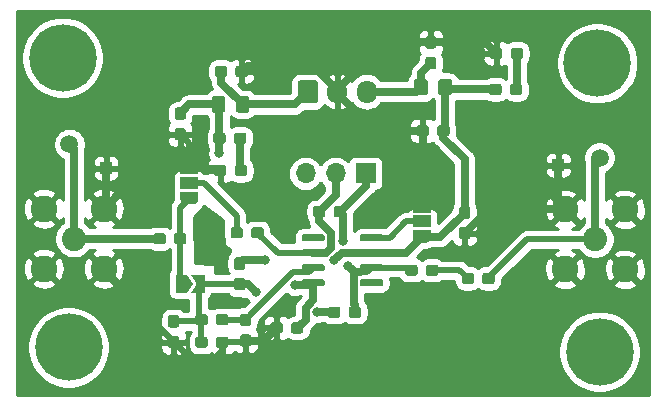
<source format=gbr>
G04 #@! TF.GenerationSoftware,KiCad,Pcbnew,(5.1.2)-2*
G04 #@! TF.CreationDate,2019-07-18T09:27:17+08:00*
G04 #@! TF.ProjectId,single_AM_eval_board,73696e67-6c65-45f4-914d-5f6576616c5f,rev?*
G04 #@! TF.SameCoordinates,Original*
G04 #@! TF.FileFunction,Copper,L1,Top*
G04 #@! TF.FilePolarity,Positive*
%FSLAX46Y46*%
G04 Gerber Fmt 4.6, Leading zero omitted, Abs format (unit mm)*
G04 Created by KiCad (PCBNEW (5.1.2)-2) date 2019-07-18 09:27:17*
%MOMM*%
%LPD*%
G04 APERTURE LIST*
%ADD10C,5.700000*%
%ADD11R,1.000000X1.000000*%
%ADD12C,1.500000*%
%ADD13C,0.100000*%
%ADD14C,0.950000*%
%ADD15C,2.250000*%
%ADD16C,2.050000*%
%ADD17C,1.700000*%
%ADD18O,1.700000X1.950000*%
%ADD19C,0.600000*%
%ADD20C,0.500000*%
%ADD21R,1.500000X1.000000*%
%ADD22C,0.300000*%
%ADD23C,1.150000*%
%ADD24R,1.700000X1.700000*%
%ADD25O,1.700000X1.700000*%
%ADD26C,0.800000*%
%ADD27C,0.635000*%
%ADD28C,0.500000*%
%ADD29C,0.254000*%
G04 APERTURE END LIST*
D10*
X145986500Y-150939500D03*
X145796000Y-126492000D03*
X101028500Y-150558500D03*
X100520500Y-126047500D03*
D11*
X142494000Y-135128000D03*
D12*
X145986500Y-134493000D03*
D11*
X104203500Y-135382000D03*
D12*
X101092000Y-133350000D03*
D13*
G36*
X125582279Y-147100144D02*
G01*
X125605334Y-147103563D01*
X125627943Y-147109227D01*
X125649887Y-147117079D01*
X125670957Y-147127044D01*
X125690948Y-147139026D01*
X125709668Y-147152910D01*
X125726938Y-147168562D01*
X125742590Y-147185832D01*
X125756474Y-147204552D01*
X125768456Y-147224543D01*
X125778421Y-147245613D01*
X125786273Y-147267557D01*
X125791937Y-147290166D01*
X125795356Y-147313221D01*
X125796500Y-147336500D01*
X125796500Y-147811500D01*
X125795356Y-147834779D01*
X125791937Y-147857834D01*
X125786273Y-147880443D01*
X125778421Y-147902387D01*
X125768456Y-147923457D01*
X125756474Y-147943448D01*
X125742590Y-147962168D01*
X125726938Y-147979438D01*
X125709668Y-147995090D01*
X125690948Y-148008974D01*
X125670957Y-148020956D01*
X125649887Y-148030921D01*
X125627943Y-148038773D01*
X125605334Y-148044437D01*
X125582279Y-148047856D01*
X125559000Y-148049000D01*
X124984000Y-148049000D01*
X124960721Y-148047856D01*
X124937666Y-148044437D01*
X124915057Y-148038773D01*
X124893113Y-148030921D01*
X124872043Y-148020956D01*
X124852052Y-148008974D01*
X124833332Y-147995090D01*
X124816062Y-147979438D01*
X124800410Y-147962168D01*
X124786526Y-147943448D01*
X124774544Y-147923457D01*
X124764579Y-147902387D01*
X124756727Y-147880443D01*
X124751063Y-147857834D01*
X124747644Y-147834779D01*
X124746500Y-147811500D01*
X124746500Y-147336500D01*
X124747644Y-147313221D01*
X124751063Y-147290166D01*
X124756727Y-147267557D01*
X124764579Y-147245613D01*
X124774544Y-147224543D01*
X124786526Y-147204552D01*
X124800410Y-147185832D01*
X124816062Y-147168562D01*
X124833332Y-147152910D01*
X124852052Y-147139026D01*
X124872043Y-147127044D01*
X124893113Y-147117079D01*
X124915057Y-147109227D01*
X124937666Y-147103563D01*
X124960721Y-147100144D01*
X124984000Y-147099000D01*
X125559000Y-147099000D01*
X125582279Y-147100144D01*
X125582279Y-147100144D01*
G37*
D14*
X125271500Y-147574000D03*
D13*
G36*
X123832279Y-147100144D02*
G01*
X123855334Y-147103563D01*
X123877943Y-147109227D01*
X123899887Y-147117079D01*
X123920957Y-147127044D01*
X123940948Y-147139026D01*
X123959668Y-147152910D01*
X123976938Y-147168562D01*
X123992590Y-147185832D01*
X124006474Y-147204552D01*
X124018456Y-147224543D01*
X124028421Y-147245613D01*
X124036273Y-147267557D01*
X124041937Y-147290166D01*
X124045356Y-147313221D01*
X124046500Y-147336500D01*
X124046500Y-147811500D01*
X124045356Y-147834779D01*
X124041937Y-147857834D01*
X124036273Y-147880443D01*
X124028421Y-147902387D01*
X124018456Y-147923457D01*
X124006474Y-147943448D01*
X123992590Y-147962168D01*
X123976938Y-147979438D01*
X123959668Y-147995090D01*
X123940948Y-148008974D01*
X123920957Y-148020956D01*
X123899887Y-148030921D01*
X123877943Y-148038773D01*
X123855334Y-148044437D01*
X123832279Y-148047856D01*
X123809000Y-148049000D01*
X123234000Y-148049000D01*
X123210721Y-148047856D01*
X123187666Y-148044437D01*
X123165057Y-148038773D01*
X123143113Y-148030921D01*
X123122043Y-148020956D01*
X123102052Y-148008974D01*
X123083332Y-147995090D01*
X123066062Y-147979438D01*
X123050410Y-147962168D01*
X123036526Y-147943448D01*
X123024544Y-147923457D01*
X123014579Y-147902387D01*
X123006727Y-147880443D01*
X123001063Y-147857834D01*
X122997644Y-147834779D01*
X122996500Y-147811500D01*
X122996500Y-147336500D01*
X122997644Y-147313221D01*
X123001063Y-147290166D01*
X123006727Y-147267557D01*
X123014579Y-147245613D01*
X123024544Y-147224543D01*
X123036526Y-147204552D01*
X123050410Y-147185832D01*
X123066062Y-147168562D01*
X123083332Y-147152910D01*
X123102052Y-147139026D01*
X123122043Y-147127044D01*
X123143113Y-147117079D01*
X123165057Y-147109227D01*
X123187666Y-147103563D01*
X123210721Y-147100144D01*
X123234000Y-147099000D01*
X123809000Y-147099000D01*
X123832279Y-147100144D01*
X123832279Y-147100144D01*
G37*
D14*
X123521500Y-147574000D03*
D13*
G36*
X134817279Y-140368644D02*
G01*
X134840334Y-140372063D01*
X134862943Y-140377727D01*
X134884887Y-140385579D01*
X134905957Y-140395544D01*
X134925948Y-140407526D01*
X134944668Y-140421410D01*
X134961938Y-140437062D01*
X134977590Y-140454332D01*
X134991474Y-140473052D01*
X135003456Y-140493043D01*
X135013421Y-140514113D01*
X135021273Y-140536057D01*
X135026937Y-140558666D01*
X135030356Y-140581721D01*
X135031500Y-140605000D01*
X135031500Y-141180000D01*
X135030356Y-141203279D01*
X135026937Y-141226334D01*
X135021273Y-141248943D01*
X135013421Y-141270887D01*
X135003456Y-141291957D01*
X134991474Y-141311948D01*
X134977590Y-141330668D01*
X134961938Y-141347938D01*
X134944668Y-141363590D01*
X134925948Y-141377474D01*
X134905957Y-141389456D01*
X134884887Y-141399421D01*
X134862943Y-141407273D01*
X134840334Y-141412937D01*
X134817279Y-141416356D01*
X134794000Y-141417500D01*
X134319000Y-141417500D01*
X134295721Y-141416356D01*
X134272666Y-141412937D01*
X134250057Y-141407273D01*
X134228113Y-141399421D01*
X134207043Y-141389456D01*
X134187052Y-141377474D01*
X134168332Y-141363590D01*
X134151062Y-141347938D01*
X134135410Y-141330668D01*
X134121526Y-141311948D01*
X134109544Y-141291957D01*
X134099579Y-141270887D01*
X134091727Y-141248943D01*
X134086063Y-141226334D01*
X134082644Y-141203279D01*
X134081500Y-141180000D01*
X134081500Y-140605000D01*
X134082644Y-140581721D01*
X134086063Y-140558666D01*
X134091727Y-140536057D01*
X134099579Y-140514113D01*
X134109544Y-140493043D01*
X134121526Y-140473052D01*
X134135410Y-140454332D01*
X134151062Y-140437062D01*
X134168332Y-140421410D01*
X134187052Y-140407526D01*
X134207043Y-140395544D01*
X134228113Y-140385579D01*
X134250057Y-140377727D01*
X134272666Y-140372063D01*
X134295721Y-140368644D01*
X134319000Y-140367500D01*
X134794000Y-140367500D01*
X134817279Y-140368644D01*
X134817279Y-140368644D01*
G37*
D14*
X134556500Y-140892500D03*
D13*
G36*
X134817279Y-138618644D02*
G01*
X134840334Y-138622063D01*
X134862943Y-138627727D01*
X134884887Y-138635579D01*
X134905957Y-138645544D01*
X134925948Y-138657526D01*
X134944668Y-138671410D01*
X134961938Y-138687062D01*
X134977590Y-138704332D01*
X134991474Y-138723052D01*
X135003456Y-138743043D01*
X135013421Y-138764113D01*
X135021273Y-138786057D01*
X135026937Y-138808666D01*
X135030356Y-138831721D01*
X135031500Y-138855000D01*
X135031500Y-139430000D01*
X135030356Y-139453279D01*
X135026937Y-139476334D01*
X135021273Y-139498943D01*
X135013421Y-139520887D01*
X135003456Y-139541957D01*
X134991474Y-139561948D01*
X134977590Y-139580668D01*
X134961938Y-139597938D01*
X134944668Y-139613590D01*
X134925948Y-139627474D01*
X134905957Y-139639456D01*
X134884887Y-139649421D01*
X134862943Y-139657273D01*
X134840334Y-139662937D01*
X134817279Y-139666356D01*
X134794000Y-139667500D01*
X134319000Y-139667500D01*
X134295721Y-139666356D01*
X134272666Y-139662937D01*
X134250057Y-139657273D01*
X134228113Y-139649421D01*
X134207043Y-139639456D01*
X134187052Y-139627474D01*
X134168332Y-139613590D01*
X134151062Y-139597938D01*
X134135410Y-139580668D01*
X134121526Y-139561948D01*
X134109544Y-139541957D01*
X134099579Y-139520887D01*
X134091727Y-139498943D01*
X134086063Y-139476334D01*
X134082644Y-139453279D01*
X134081500Y-139430000D01*
X134081500Y-138855000D01*
X134082644Y-138831721D01*
X134086063Y-138808666D01*
X134091727Y-138786057D01*
X134099579Y-138764113D01*
X134109544Y-138743043D01*
X134121526Y-138723052D01*
X134135410Y-138704332D01*
X134151062Y-138687062D01*
X134168332Y-138671410D01*
X134187052Y-138657526D01*
X134207043Y-138645544D01*
X134228113Y-138635579D01*
X134250057Y-138627727D01*
X134272666Y-138622063D01*
X134295721Y-138618644D01*
X134319000Y-138617500D01*
X134794000Y-138617500D01*
X134817279Y-138618644D01*
X134817279Y-138618644D01*
G37*
D14*
X134556500Y-139142500D03*
D13*
G36*
X120692779Y-148433644D02*
G01*
X120715834Y-148437063D01*
X120738443Y-148442727D01*
X120760387Y-148450579D01*
X120781457Y-148460544D01*
X120801448Y-148472526D01*
X120820168Y-148486410D01*
X120837438Y-148502062D01*
X120853090Y-148519332D01*
X120866974Y-148538052D01*
X120878956Y-148558043D01*
X120888921Y-148579113D01*
X120896773Y-148601057D01*
X120902437Y-148623666D01*
X120905856Y-148646721D01*
X120907000Y-148670000D01*
X120907000Y-149145000D01*
X120905856Y-149168279D01*
X120902437Y-149191334D01*
X120896773Y-149213943D01*
X120888921Y-149235887D01*
X120878956Y-149256957D01*
X120866974Y-149276948D01*
X120853090Y-149295668D01*
X120837438Y-149312938D01*
X120820168Y-149328590D01*
X120801448Y-149342474D01*
X120781457Y-149354456D01*
X120760387Y-149364421D01*
X120738443Y-149372273D01*
X120715834Y-149377937D01*
X120692779Y-149381356D01*
X120669500Y-149382500D01*
X120094500Y-149382500D01*
X120071221Y-149381356D01*
X120048166Y-149377937D01*
X120025557Y-149372273D01*
X120003613Y-149364421D01*
X119982543Y-149354456D01*
X119962552Y-149342474D01*
X119943832Y-149328590D01*
X119926562Y-149312938D01*
X119910910Y-149295668D01*
X119897026Y-149276948D01*
X119885044Y-149256957D01*
X119875079Y-149235887D01*
X119867227Y-149213943D01*
X119861563Y-149191334D01*
X119858144Y-149168279D01*
X119857000Y-149145000D01*
X119857000Y-148670000D01*
X119858144Y-148646721D01*
X119861563Y-148623666D01*
X119867227Y-148601057D01*
X119875079Y-148579113D01*
X119885044Y-148558043D01*
X119897026Y-148538052D01*
X119910910Y-148519332D01*
X119926562Y-148502062D01*
X119943832Y-148486410D01*
X119962552Y-148472526D01*
X119982543Y-148460544D01*
X120003613Y-148450579D01*
X120025557Y-148442727D01*
X120048166Y-148437063D01*
X120071221Y-148433644D01*
X120094500Y-148432500D01*
X120669500Y-148432500D01*
X120692779Y-148433644D01*
X120692779Y-148433644D01*
G37*
D14*
X120382000Y-148907500D03*
D13*
G36*
X118942779Y-148433644D02*
G01*
X118965834Y-148437063D01*
X118988443Y-148442727D01*
X119010387Y-148450579D01*
X119031457Y-148460544D01*
X119051448Y-148472526D01*
X119070168Y-148486410D01*
X119087438Y-148502062D01*
X119103090Y-148519332D01*
X119116974Y-148538052D01*
X119128956Y-148558043D01*
X119138921Y-148579113D01*
X119146773Y-148601057D01*
X119152437Y-148623666D01*
X119155856Y-148646721D01*
X119157000Y-148670000D01*
X119157000Y-149145000D01*
X119155856Y-149168279D01*
X119152437Y-149191334D01*
X119146773Y-149213943D01*
X119138921Y-149235887D01*
X119128956Y-149256957D01*
X119116974Y-149276948D01*
X119103090Y-149295668D01*
X119087438Y-149312938D01*
X119070168Y-149328590D01*
X119051448Y-149342474D01*
X119031457Y-149354456D01*
X119010387Y-149364421D01*
X118988443Y-149372273D01*
X118965834Y-149377937D01*
X118942779Y-149381356D01*
X118919500Y-149382500D01*
X118344500Y-149382500D01*
X118321221Y-149381356D01*
X118298166Y-149377937D01*
X118275557Y-149372273D01*
X118253613Y-149364421D01*
X118232543Y-149354456D01*
X118212552Y-149342474D01*
X118193832Y-149328590D01*
X118176562Y-149312938D01*
X118160910Y-149295668D01*
X118147026Y-149276948D01*
X118135044Y-149256957D01*
X118125079Y-149235887D01*
X118117227Y-149213943D01*
X118111563Y-149191334D01*
X118108144Y-149168279D01*
X118107000Y-149145000D01*
X118107000Y-148670000D01*
X118108144Y-148646721D01*
X118111563Y-148623666D01*
X118117227Y-148601057D01*
X118125079Y-148579113D01*
X118135044Y-148558043D01*
X118147026Y-148538052D01*
X118160910Y-148519332D01*
X118176562Y-148502062D01*
X118193832Y-148486410D01*
X118212552Y-148472526D01*
X118232543Y-148460544D01*
X118253613Y-148450579D01*
X118275557Y-148442727D01*
X118298166Y-148437063D01*
X118321221Y-148433644D01*
X118344500Y-148432500D01*
X118919500Y-148432500D01*
X118942779Y-148433644D01*
X118942779Y-148433644D01*
G37*
D14*
X118632000Y-148907500D03*
D15*
X98933000Y-143891000D03*
X98933000Y-138811000D03*
X104013000Y-138811000D03*
X104013000Y-143891000D03*
D16*
X101473000Y-141351000D03*
D13*
G36*
X121909504Y-127931204D02*
G01*
X121933773Y-127934804D01*
X121957571Y-127940765D01*
X121980671Y-127949030D01*
X122002849Y-127959520D01*
X122023893Y-127972133D01*
X122043598Y-127986747D01*
X122061777Y-128003223D01*
X122078253Y-128021402D01*
X122092867Y-128041107D01*
X122105480Y-128062151D01*
X122115970Y-128084329D01*
X122124235Y-128107429D01*
X122130196Y-128131227D01*
X122133796Y-128155496D01*
X122135000Y-128180000D01*
X122135000Y-129630000D01*
X122133796Y-129654504D01*
X122130196Y-129678773D01*
X122124235Y-129702571D01*
X122115970Y-129725671D01*
X122105480Y-129747849D01*
X122092867Y-129768893D01*
X122078253Y-129788598D01*
X122061777Y-129806777D01*
X122043598Y-129823253D01*
X122023893Y-129837867D01*
X122002849Y-129850480D01*
X121980671Y-129860970D01*
X121957571Y-129869235D01*
X121933773Y-129875196D01*
X121909504Y-129878796D01*
X121885000Y-129880000D01*
X120685000Y-129880000D01*
X120660496Y-129878796D01*
X120636227Y-129875196D01*
X120612429Y-129869235D01*
X120589329Y-129860970D01*
X120567151Y-129850480D01*
X120546107Y-129837867D01*
X120526402Y-129823253D01*
X120508223Y-129806777D01*
X120491747Y-129788598D01*
X120477133Y-129768893D01*
X120464520Y-129747849D01*
X120454030Y-129725671D01*
X120445765Y-129702571D01*
X120439804Y-129678773D01*
X120436204Y-129654504D01*
X120435000Y-129630000D01*
X120435000Y-128180000D01*
X120436204Y-128155496D01*
X120439804Y-128131227D01*
X120445765Y-128107429D01*
X120454030Y-128084329D01*
X120464520Y-128062151D01*
X120477133Y-128041107D01*
X120491747Y-128021402D01*
X120508223Y-128003223D01*
X120526402Y-127986747D01*
X120546107Y-127972133D01*
X120567151Y-127959520D01*
X120589329Y-127949030D01*
X120612429Y-127940765D01*
X120636227Y-127934804D01*
X120660496Y-127931204D01*
X120685000Y-127930000D01*
X121885000Y-127930000D01*
X121909504Y-127931204D01*
X121909504Y-127931204D01*
G37*
D17*
X121285000Y-128905000D03*
D18*
X123785000Y-128905000D03*
X126285000Y-128905000D03*
D16*
X145605500Y-141414500D03*
D15*
X148145500Y-143954500D03*
X148145500Y-138874500D03*
X143065500Y-138874500D03*
X143065500Y-143954500D03*
D13*
G36*
X110179279Y-147826144D02*
G01*
X110202334Y-147829563D01*
X110224943Y-147835227D01*
X110246887Y-147843079D01*
X110267957Y-147853044D01*
X110287948Y-147865026D01*
X110306668Y-147878910D01*
X110323938Y-147894562D01*
X110339590Y-147911832D01*
X110353474Y-147930552D01*
X110365456Y-147950543D01*
X110375421Y-147971613D01*
X110383273Y-147993557D01*
X110388937Y-148016166D01*
X110392356Y-148039221D01*
X110393500Y-148062500D01*
X110393500Y-148637500D01*
X110392356Y-148660779D01*
X110388937Y-148683834D01*
X110383273Y-148706443D01*
X110375421Y-148728387D01*
X110365456Y-148749457D01*
X110353474Y-148769448D01*
X110339590Y-148788168D01*
X110323938Y-148805438D01*
X110306668Y-148821090D01*
X110287948Y-148834974D01*
X110267957Y-148846956D01*
X110246887Y-148856921D01*
X110224943Y-148864773D01*
X110202334Y-148870437D01*
X110179279Y-148873856D01*
X110156000Y-148875000D01*
X109681000Y-148875000D01*
X109657721Y-148873856D01*
X109634666Y-148870437D01*
X109612057Y-148864773D01*
X109590113Y-148856921D01*
X109569043Y-148846956D01*
X109549052Y-148834974D01*
X109530332Y-148821090D01*
X109513062Y-148805438D01*
X109497410Y-148788168D01*
X109483526Y-148769448D01*
X109471544Y-148749457D01*
X109461579Y-148728387D01*
X109453727Y-148706443D01*
X109448063Y-148683834D01*
X109444644Y-148660779D01*
X109443500Y-148637500D01*
X109443500Y-148062500D01*
X109444644Y-148039221D01*
X109448063Y-148016166D01*
X109453727Y-147993557D01*
X109461579Y-147971613D01*
X109471544Y-147950543D01*
X109483526Y-147930552D01*
X109497410Y-147911832D01*
X109513062Y-147894562D01*
X109530332Y-147878910D01*
X109549052Y-147865026D01*
X109569043Y-147853044D01*
X109590113Y-147843079D01*
X109612057Y-147835227D01*
X109634666Y-147829563D01*
X109657721Y-147826144D01*
X109681000Y-147825000D01*
X110156000Y-147825000D01*
X110179279Y-147826144D01*
X110179279Y-147826144D01*
G37*
D14*
X109918500Y-148350000D03*
D13*
G36*
X110179279Y-149576144D02*
G01*
X110202334Y-149579563D01*
X110224943Y-149585227D01*
X110246887Y-149593079D01*
X110267957Y-149603044D01*
X110287948Y-149615026D01*
X110306668Y-149628910D01*
X110323938Y-149644562D01*
X110339590Y-149661832D01*
X110353474Y-149680552D01*
X110365456Y-149700543D01*
X110375421Y-149721613D01*
X110383273Y-149743557D01*
X110388937Y-149766166D01*
X110392356Y-149789221D01*
X110393500Y-149812500D01*
X110393500Y-150387500D01*
X110392356Y-150410779D01*
X110388937Y-150433834D01*
X110383273Y-150456443D01*
X110375421Y-150478387D01*
X110365456Y-150499457D01*
X110353474Y-150519448D01*
X110339590Y-150538168D01*
X110323938Y-150555438D01*
X110306668Y-150571090D01*
X110287948Y-150584974D01*
X110267957Y-150596956D01*
X110246887Y-150606921D01*
X110224943Y-150614773D01*
X110202334Y-150620437D01*
X110179279Y-150623856D01*
X110156000Y-150625000D01*
X109681000Y-150625000D01*
X109657721Y-150623856D01*
X109634666Y-150620437D01*
X109612057Y-150614773D01*
X109590113Y-150606921D01*
X109569043Y-150596956D01*
X109549052Y-150584974D01*
X109530332Y-150571090D01*
X109513062Y-150555438D01*
X109497410Y-150538168D01*
X109483526Y-150519448D01*
X109471544Y-150499457D01*
X109461579Y-150478387D01*
X109453727Y-150456443D01*
X109448063Y-150433834D01*
X109444644Y-150410779D01*
X109443500Y-150387500D01*
X109443500Y-149812500D01*
X109444644Y-149789221D01*
X109448063Y-149766166D01*
X109453727Y-149743557D01*
X109461579Y-149721613D01*
X109471544Y-149700543D01*
X109483526Y-149680552D01*
X109497410Y-149661832D01*
X109513062Y-149644562D01*
X109530332Y-149628910D01*
X109549052Y-149615026D01*
X109569043Y-149603044D01*
X109590113Y-149593079D01*
X109612057Y-149585227D01*
X109634666Y-149579563D01*
X109657721Y-149576144D01*
X109681000Y-149575000D01*
X110156000Y-149575000D01*
X110179279Y-149576144D01*
X110179279Y-149576144D01*
G37*
D14*
X109918500Y-150100000D03*
D13*
G36*
X116275279Y-147699144D02*
G01*
X116298334Y-147702563D01*
X116320943Y-147708227D01*
X116342887Y-147716079D01*
X116363957Y-147726044D01*
X116383948Y-147738026D01*
X116402668Y-147751910D01*
X116419938Y-147767562D01*
X116435590Y-147784832D01*
X116449474Y-147803552D01*
X116461456Y-147823543D01*
X116471421Y-147844613D01*
X116479273Y-147866557D01*
X116484937Y-147889166D01*
X116488356Y-147912221D01*
X116489500Y-147935500D01*
X116489500Y-148510500D01*
X116488356Y-148533779D01*
X116484937Y-148556834D01*
X116479273Y-148579443D01*
X116471421Y-148601387D01*
X116461456Y-148622457D01*
X116449474Y-148642448D01*
X116435590Y-148661168D01*
X116419938Y-148678438D01*
X116402668Y-148694090D01*
X116383948Y-148707974D01*
X116363957Y-148719956D01*
X116342887Y-148729921D01*
X116320943Y-148737773D01*
X116298334Y-148743437D01*
X116275279Y-148746856D01*
X116252000Y-148748000D01*
X115777000Y-148748000D01*
X115753721Y-148746856D01*
X115730666Y-148743437D01*
X115708057Y-148737773D01*
X115686113Y-148729921D01*
X115665043Y-148719956D01*
X115645052Y-148707974D01*
X115626332Y-148694090D01*
X115609062Y-148678438D01*
X115593410Y-148661168D01*
X115579526Y-148642448D01*
X115567544Y-148622457D01*
X115557579Y-148601387D01*
X115549727Y-148579443D01*
X115544063Y-148556834D01*
X115540644Y-148533779D01*
X115539500Y-148510500D01*
X115539500Y-147935500D01*
X115540644Y-147912221D01*
X115544063Y-147889166D01*
X115549727Y-147866557D01*
X115557579Y-147844613D01*
X115567544Y-147823543D01*
X115579526Y-147803552D01*
X115593410Y-147784832D01*
X115609062Y-147767562D01*
X115626332Y-147751910D01*
X115645052Y-147738026D01*
X115665043Y-147726044D01*
X115686113Y-147716079D01*
X115708057Y-147708227D01*
X115730666Y-147702563D01*
X115753721Y-147699144D01*
X115777000Y-147698000D01*
X116252000Y-147698000D01*
X116275279Y-147699144D01*
X116275279Y-147699144D01*
G37*
D14*
X116014500Y-148223000D03*
D13*
G36*
X116275279Y-149449144D02*
G01*
X116298334Y-149452563D01*
X116320943Y-149458227D01*
X116342887Y-149466079D01*
X116363957Y-149476044D01*
X116383948Y-149488026D01*
X116402668Y-149501910D01*
X116419938Y-149517562D01*
X116435590Y-149534832D01*
X116449474Y-149553552D01*
X116461456Y-149573543D01*
X116471421Y-149594613D01*
X116479273Y-149616557D01*
X116484937Y-149639166D01*
X116488356Y-149662221D01*
X116489500Y-149685500D01*
X116489500Y-150260500D01*
X116488356Y-150283779D01*
X116484937Y-150306834D01*
X116479273Y-150329443D01*
X116471421Y-150351387D01*
X116461456Y-150372457D01*
X116449474Y-150392448D01*
X116435590Y-150411168D01*
X116419938Y-150428438D01*
X116402668Y-150444090D01*
X116383948Y-150457974D01*
X116363957Y-150469956D01*
X116342887Y-150479921D01*
X116320943Y-150487773D01*
X116298334Y-150493437D01*
X116275279Y-150496856D01*
X116252000Y-150498000D01*
X115777000Y-150498000D01*
X115753721Y-150496856D01*
X115730666Y-150493437D01*
X115708057Y-150487773D01*
X115686113Y-150479921D01*
X115665043Y-150469956D01*
X115645052Y-150457974D01*
X115626332Y-150444090D01*
X115609062Y-150428438D01*
X115593410Y-150411168D01*
X115579526Y-150392448D01*
X115567544Y-150372457D01*
X115557579Y-150351387D01*
X115549727Y-150329443D01*
X115544063Y-150306834D01*
X115540644Y-150283779D01*
X115539500Y-150260500D01*
X115539500Y-149685500D01*
X115540644Y-149662221D01*
X115544063Y-149639166D01*
X115549727Y-149616557D01*
X115557579Y-149594613D01*
X115567544Y-149573543D01*
X115579526Y-149553552D01*
X115593410Y-149534832D01*
X115609062Y-149517562D01*
X115626332Y-149501910D01*
X115645052Y-149488026D01*
X115665043Y-149476044D01*
X115686113Y-149466079D01*
X115708057Y-149458227D01*
X115730666Y-149452563D01*
X115753721Y-149449144D01*
X115777000Y-149448000D01*
X116252000Y-149448000D01*
X116275279Y-149449144D01*
X116275279Y-149449144D01*
G37*
D14*
X116014500Y-149973000D03*
D13*
G36*
X122562279Y-138591144D02*
G01*
X122585334Y-138594563D01*
X122607943Y-138600227D01*
X122629887Y-138608079D01*
X122650957Y-138618044D01*
X122670948Y-138630026D01*
X122689668Y-138643910D01*
X122706938Y-138659562D01*
X122722590Y-138676832D01*
X122736474Y-138695552D01*
X122748456Y-138715543D01*
X122758421Y-138736613D01*
X122766273Y-138758557D01*
X122771937Y-138781166D01*
X122775356Y-138804221D01*
X122776500Y-138827500D01*
X122776500Y-139302500D01*
X122775356Y-139325779D01*
X122771937Y-139348834D01*
X122766273Y-139371443D01*
X122758421Y-139393387D01*
X122748456Y-139414457D01*
X122736474Y-139434448D01*
X122722590Y-139453168D01*
X122706938Y-139470438D01*
X122689668Y-139486090D01*
X122670948Y-139499974D01*
X122650957Y-139511956D01*
X122629887Y-139521921D01*
X122607943Y-139529773D01*
X122585334Y-139535437D01*
X122562279Y-139538856D01*
X122539000Y-139540000D01*
X121964000Y-139540000D01*
X121940721Y-139538856D01*
X121917666Y-139535437D01*
X121895057Y-139529773D01*
X121873113Y-139521921D01*
X121852043Y-139511956D01*
X121832052Y-139499974D01*
X121813332Y-139486090D01*
X121796062Y-139470438D01*
X121780410Y-139453168D01*
X121766526Y-139434448D01*
X121754544Y-139414457D01*
X121744579Y-139393387D01*
X121736727Y-139371443D01*
X121731063Y-139348834D01*
X121727644Y-139325779D01*
X121726500Y-139302500D01*
X121726500Y-138827500D01*
X121727644Y-138804221D01*
X121731063Y-138781166D01*
X121736727Y-138758557D01*
X121744579Y-138736613D01*
X121754544Y-138715543D01*
X121766526Y-138695552D01*
X121780410Y-138676832D01*
X121796062Y-138659562D01*
X121813332Y-138643910D01*
X121832052Y-138630026D01*
X121852043Y-138618044D01*
X121873113Y-138608079D01*
X121895057Y-138600227D01*
X121917666Y-138594563D01*
X121940721Y-138591144D01*
X121964000Y-138590000D01*
X122539000Y-138590000D01*
X122562279Y-138591144D01*
X122562279Y-138591144D01*
G37*
D14*
X122251500Y-139065000D03*
D13*
G36*
X124312279Y-138591144D02*
G01*
X124335334Y-138594563D01*
X124357943Y-138600227D01*
X124379887Y-138608079D01*
X124400957Y-138618044D01*
X124420948Y-138630026D01*
X124439668Y-138643910D01*
X124456938Y-138659562D01*
X124472590Y-138676832D01*
X124486474Y-138695552D01*
X124498456Y-138715543D01*
X124508421Y-138736613D01*
X124516273Y-138758557D01*
X124521937Y-138781166D01*
X124525356Y-138804221D01*
X124526500Y-138827500D01*
X124526500Y-139302500D01*
X124525356Y-139325779D01*
X124521937Y-139348834D01*
X124516273Y-139371443D01*
X124508421Y-139393387D01*
X124498456Y-139414457D01*
X124486474Y-139434448D01*
X124472590Y-139453168D01*
X124456938Y-139470438D01*
X124439668Y-139486090D01*
X124420948Y-139499974D01*
X124400957Y-139511956D01*
X124379887Y-139521921D01*
X124357943Y-139529773D01*
X124335334Y-139535437D01*
X124312279Y-139538856D01*
X124289000Y-139540000D01*
X123714000Y-139540000D01*
X123690721Y-139538856D01*
X123667666Y-139535437D01*
X123645057Y-139529773D01*
X123623113Y-139521921D01*
X123602043Y-139511956D01*
X123582052Y-139499974D01*
X123563332Y-139486090D01*
X123546062Y-139470438D01*
X123530410Y-139453168D01*
X123516526Y-139434448D01*
X123504544Y-139414457D01*
X123494579Y-139393387D01*
X123486727Y-139371443D01*
X123481063Y-139348834D01*
X123477644Y-139325779D01*
X123476500Y-139302500D01*
X123476500Y-138827500D01*
X123477644Y-138804221D01*
X123481063Y-138781166D01*
X123486727Y-138758557D01*
X123494579Y-138736613D01*
X123504544Y-138715543D01*
X123516526Y-138695552D01*
X123530410Y-138676832D01*
X123546062Y-138659562D01*
X123563332Y-138643910D01*
X123582052Y-138630026D01*
X123602043Y-138618044D01*
X123623113Y-138608079D01*
X123645057Y-138600227D01*
X123667666Y-138594563D01*
X123690721Y-138591144D01*
X123714000Y-138590000D01*
X124289000Y-138590000D01*
X124312279Y-138591144D01*
X124312279Y-138591144D01*
G37*
D14*
X124001500Y-139065000D03*
D13*
G36*
X130372779Y-143544144D02*
G01*
X130395834Y-143547563D01*
X130418443Y-143553227D01*
X130440387Y-143561079D01*
X130461457Y-143571044D01*
X130481448Y-143583026D01*
X130500168Y-143596910D01*
X130517438Y-143612562D01*
X130533090Y-143629832D01*
X130546974Y-143648552D01*
X130558956Y-143668543D01*
X130568921Y-143689613D01*
X130576773Y-143711557D01*
X130582437Y-143734166D01*
X130585856Y-143757221D01*
X130587000Y-143780500D01*
X130587000Y-144255500D01*
X130585856Y-144278779D01*
X130582437Y-144301834D01*
X130576773Y-144324443D01*
X130568921Y-144346387D01*
X130558956Y-144367457D01*
X130546974Y-144387448D01*
X130533090Y-144406168D01*
X130517438Y-144423438D01*
X130500168Y-144439090D01*
X130481448Y-144452974D01*
X130461457Y-144464956D01*
X130440387Y-144474921D01*
X130418443Y-144482773D01*
X130395834Y-144488437D01*
X130372779Y-144491856D01*
X130349500Y-144493000D01*
X129774500Y-144493000D01*
X129751221Y-144491856D01*
X129728166Y-144488437D01*
X129705557Y-144482773D01*
X129683613Y-144474921D01*
X129662543Y-144464956D01*
X129642552Y-144452974D01*
X129623832Y-144439090D01*
X129606562Y-144423438D01*
X129590910Y-144406168D01*
X129577026Y-144387448D01*
X129565044Y-144367457D01*
X129555079Y-144346387D01*
X129547227Y-144324443D01*
X129541563Y-144301834D01*
X129538144Y-144278779D01*
X129537000Y-144255500D01*
X129537000Y-143780500D01*
X129538144Y-143757221D01*
X129541563Y-143734166D01*
X129547227Y-143711557D01*
X129555079Y-143689613D01*
X129565044Y-143668543D01*
X129577026Y-143648552D01*
X129590910Y-143629832D01*
X129606562Y-143612562D01*
X129623832Y-143596910D01*
X129642552Y-143583026D01*
X129662543Y-143571044D01*
X129683613Y-143561079D01*
X129705557Y-143553227D01*
X129728166Y-143547563D01*
X129751221Y-143544144D01*
X129774500Y-143543000D01*
X130349500Y-143543000D01*
X130372779Y-143544144D01*
X130372779Y-143544144D01*
G37*
D14*
X130062000Y-144018000D03*
D13*
G36*
X132122779Y-143544144D02*
G01*
X132145834Y-143547563D01*
X132168443Y-143553227D01*
X132190387Y-143561079D01*
X132211457Y-143571044D01*
X132231448Y-143583026D01*
X132250168Y-143596910D01*
X132267438Y-143612562D01*
X132283090Y-143629832D01*
X132296974Y-143648552D01*
X132308956Y-143668543D01*
X132318921Y-143689613D01*
X132326773Y-143711557D01*
X132332437Y-143734166D01*
X132335856Y-143757221D01*
X132337000Y-143780500D01*
X132337000Y-144255500D01*
X132335856Y-144278779D01*
X132332437Y-144301834D01*
X132326773Y-144324443D01*
X132318921Y-144346387D01*
X132308956Y-144367457D01*
X132296974Y-144387448D01*
X132283090Y-144406168D01*
X132267438Y-144423438D01*
X132250168Y-144439090D01*
X132231448Y-144452974D01*
X132211457Y-144464956D01*
X132190387Y-144474921D01*
X132168443Y-144482773D01*
X132145834Y-144488437D01*
X132122779Y-144491856D01*
X132099500Y-144493000D01*
X131524500Y-144493000D01*
X131501221Y-144491856D01*
X131478166Y-144488437D01*
X131455557Y-144482773D01*
X131433613Y-144474921D01*
X131412543Y-144464956D01*
X131392552Y-144452974D01*
X131373832Y-144439090D01*
X131356562Y-144423438D01*
X131340910Y-144406168D01*
X131327026Y-144387448D01*
X131315044Y-144367457D01*
X131305079Y-144346387D01*
X131297227Y-144324443D01*
X131291563Y-144301834D01*
X131288144Y-144278779D01*
X131287000Y-144255500D01*
X131287000Y-143780500D01*
X131288144Y-143757221D01*
X131291563Y-143734166D01*
X131297227Y-143711557D01*
X131305079Y-143689613D01*
X131315044Y-143668543D01*
X131327026Y-143648552D01*
X131340910Y-143629832D01*
X131356562Y-143612562D01*
X131373832Y-143596910D01*
X131392552Y-143583026D01*
X131412543Y-143571044D01*
X131433613Y-143561079D01*
X131455557Y-143553227D01*
X131478166Y-143547563D01*
X131501221Y-143544144D01*
X131524500Y-143543000D01*
X132099500Y-143543000D01*
X132122779Y-143544144D01*
X132122779Y-143544144D01*
G37*
D14*
X131812000Y-144018000D03*
D13*
G36*
X122570703Y-140988222D02*
G01*
X122585264Y-140990382D01*
X122599543Y-140993959D01*
X122613403Y-140998918D01*
X122626710Y-141005212D01*
X122639336Y-141012780D01*
X122651159Y-141021548D01*
X122662066Y-141031434D01*
X122671952Y-141042341D01*
X122680720Y-141054164D01*
X122688288Y-141066790D01*
X122694582Y-141080097D01*
X122699541Y-141093957D01*
X122703118Y-141108236D01*
X122705278Y-141122797D01*
X122706000Y-141137500D01*
X122706000Y-141437500D01*
X122705278Y-141452203D01*
X122703118Y-141466764D01*
X122699541Y-141481043D01*
X122694582Y-141494903D01*
X122688288Y-141508210D01*
X122680720Y-141520836D01*
X122671952Y-141532659D01*
X122662066Y-141543566D01*
X122651159Y-141553452D01*
X122639336Y-141562220D01*
X122626710Y-141569788D01*
X122613403Y-141576082D01*
X122599543Y-141581041D01*
X122585264Y-141584618D01*
X122570703Y-141586778D01*
X122556000Y-141587500D01*
X120906000Y-141587500D01*
X120891297Y-141586778D01*
X120876736Y-141584618D01*
X120862457Y-141581041D01*
X120848597Y-141576082D01*
X120835290Y-141569788D01*
X120822664Y-141562220D01*
X120810841Y-141553452D01*
X120799934Y-141543566D01*
X120790048Y-141532659D01*
X120781280Y-141520836D01*
X120773712Y-141508210D01*
X120767418Y-141494903D01*
X120762459Y-141481043D01*
X120758882Y-141466764D01*
X120756722Y-141452203D01*
X120756000Y-141437500D01*
X120756000Y-141137500D01*
X120756722Y-141122797D01*
X120758882Y-141108236D01*
X120762459Y-141093957D01*
X120767418Y-141080097D01*
X120773712Y-141066790D01*
X120781280Y-141054164D01*
X120790048Y-141042341D01*
X120799934Y-141031434D01*
X120810841Y-141021548D01*
X120822664Y-141012780D01*
X120835290Y-141005212D01*
X120848597Y-140998918D01*
X120862457Y-140993959D01*
X120876736Y-140990382D01*
X120891297Y-140988222D01*
X120906000Y-140987500D01*
X122556000Y-140987500D01*
X122570703Y-140988222D01*
X122570703Y-140988222D01*
G37*
D19*
X121731000Y-141287500D03*
D13*
G36*
X122570703Y-142258222D02*
G01*
X122585264Y-142260382D01*
X122599543Y-142263959D01*
X122613403Y-142268918D01*
X122626710Y-142275212D01*
X122639336Y-142282780D01*
X122651159Y-142291548D01*
X122662066Y-142301434D01*
X122671952Y-142312341D01*
X122680720Y-142324164D01*
X122688288Y-142336790D01*
X122694582Y-142350097D01*
X122699541Y-142363957D01*
X122703118Y-142378236D01*
X122705278Y-142392797D01*
X122706000Y-142407500D01*
X122706000Y-142707500D01*
X122705278Y-142722203D01*
X122703118Y-142736764D01*
X122699541Y-142751043D01*
X122694582Y-142764903D01*
X122688288Y-142778210D01*
X122680720Y-142790836D01*
X122671952Y-142802659D01*
X122662066Y-142813566D01*
X122651159Y-142823452D01*
X122639336Y-142832220D01*
X122626710Y-142839788D01*
X122613403Y-142846082D01*
X122599543Y-142851041D01*
X122585264Y-142854618D01*
X122570703Y-142856778D01*
X122556000Y-142857500D01*
X120906000Y-142857500D01*
X120891297Y-142856778D01*
X120876736Y-142854618D01*
X120862457Y-142851041D01*
X120848597Y-142846082D01*
X120835290Y-142839788D01*
X120822664Y-142832220D01*
X120810841Y-142823452D01*
X120799934Y-142813566D01*
X120790048Y-142802659D01*
X120781280Y-142790836D01*
X120773712Y-142778210D01*
X120767418Y-142764903D01*
X120762459Y-142751043D01*
X120758882Y-142736764D01*
X120756722Y-142722203D01*
X120756000Y-142707500D01*
X120756000Y-142407500D01*
X120756722Y-142392797D01*
X120758882Y-142378236D01*
X120762459Y-142363957D01*
X120767418Y-142350097D01*
X120773712Y-142336790D01*
X120781280Y-142324164D01*
X120790048Y-142312341D01*
X120799934Y-142301434D01*
X120810841Y-142291548D01*
X120822664Y-142282780D01*
X120835290Y-142275212D01*
X120848597Y-142268918D01*
X120862457Y-142263959D01*
X120876736Y-142260382D01*
X120891297Y-142258222D01*
X120906000Y-142257500D01*
X122556000Y-142257500D01*
X122570703Y-142258222D01*
X122570703Y-142258222D01*
G37*
D19*
X121731000Y-142557500D03*
D13*
G36*
X122570703Y-143528222D02*
G01*
X122585264Y-143530382D01*
X122599543Y-143533959D01*
X122613403Y-143538918D01*
X122626710Y-143545212D01*
X122639336Y-143552780D01*
X122651159Y-143561548D01*
X122662066Y-143571434D01*
X122671952Y-143582341D01*
X122680720Y-143594164D01*
X122688288Y-143606790D01*
X122694582Y-143620097D01*
X122699541Y-143633957D01*
X122703118Y-143648236D01*
X122705278Y-143662797D01*
X122706000Y-143677500D01*
X122706000Y-143977500D01*
X122705278Y-143992203D01*
X122703118Y-144006764D01*
X122699541Y-144021043D01*
X122694582Y-144034903D01*
X122688288Y-144048210D01*
X122680720Y-144060836D01*
X122671952Y-144072659D01*
X122662066Y-144083566D01*
X122651159Y-144093452D01*
X122639336Y-144102220D01*
X122626710Y-144109788D01*
X122613403Y-144116082D01*
X122599543Y-144121041D01*
X122585264Y-144124618D01*
X122570703Y-144126778D01*
X122556000Y-144127500D01*
X120906000Y-144127500D01*
X120891297Y-144126778D01*
X120876736Y-144124618D01*
X120862457Y-144121041D01*
X120848597Y-144116082D01*
X120835290Y-144109788D01*
X120822664Y-144102220D01*
X120810841Y-144093452D01*
X120799934Y-144083566D01*
X120790048Y-144072659D01*
X120781280Y-144060836D01*
X120773712Y-144048210D01*
X120767418Y-144034903D01*
X120762459Y-144021043D01*
X120758882Y-144006764D01*
X120756722Y-143992203D01*
X120756000Y-143977500D01*
X120756000Y-143677500D01*
X120756722Y-143662797D01*
X120758882Y-143648236D01*
X120762459Y-143633957D01*
X120767418Y-143620097D01*
X120773712Y-143606790D01*
X120781280Y-143594164D01*
X120790048Y-143582341D01*
X120799934Y-143571434D01*
X120810841Y-143561548D01*
X120822664Y-143552780D01*
X120835290Y-143545212D01*
X120848597Y-143538918D01*
X120862457Y-143533959D01*
X120876736Y-143530382D01*
X120891297Y-143528222D01*
X120906000Y-143527500D01*
X122556000Y-143527500D01*
X122570703Y-143528222D01*
X122570703Y-143528222D01*
G37*
D19*
X121731000Y-143827500D03*
D13*
G36*
X122570703Y-144798222D02*
G01*
X122585264Y-144800382D01*
X122599543Y-144803959D01*
X122613403Y-144808918D01*
X122626710Y-144815212D01*
X122639336Y-144822780D01*
X122651159Y-144831548D01*
X122662066Y-144841434D01*
X122671952Y-144852341D01*
X122680720Y-144864164D01*
X122688288Y-144876790D01*
X122694582Y-144890097D01*
X122699541Y-144903957D01*
X122703118Y-144918236D01*
X122705278Y-144932797D01*
X122706000Y-144947500D01*
X122706000Y-145247500D01*
X122705278Y-145262203D01*
X122703118Y-145276764D01*
X122699541Y-145291043D01*
X122694582Y-145304903D01*
X122688288Y-145318210D01*
X122680720Y-145330836D01*
X122671952Y-145342659D01*
X122662066Y-145353566D01*
X122651159Y-145363452D01*
X122639336Y-145372220D01*
X122626710Y-145379788D01*
X122613403Y-145386082D01*
X122599543Y-145391041D01*
X122585264Y-145394618D01*
X122570703Y-145396778D01*
X122556000Y-145397500D01*
X120906000Y-145397500D01*
X120891297Y-145396778D01*
X120876736Y-145394618D01*
X120862457Y-145391041D01*
X120848597Y-145386082D01*
X120835290Y-145379788D01*
X120822664Y-145372220D01*
X120810841Y-145363452D01*
X120799934Y-145353566D01*
X120790048Y-145342659D01*
X120781280Y-145330836D01*
X120773712Y-145318210D01*
X120767418Y-145304903D01*
X120762459Y-145291043D01*
X120758882Y-145276764D01*
X120756722Y-145262203D01*
X120756000Y-145247500D01*
X120756000Y-144947500D01*
X120756722Y-144932797D01*
X120758882Y-144918236D01*
X120762459Y-144903957D01*
X120767418Y-144890097D01*
X120773712Y-144876790D01*
X120781280Y-144864164D01*
X120790048Y-144852341D01*
X120799934Y-144841434D01*
X120810841Y-144831548D01*
X120822664Y-144822780D01*
X120835290Y-144815212D01*
X120848597Y-144808918D01*
X120862457Y-144803959D01*
X120876736Y-144800382D01*
X120891297Y-144798222D01*
X120906000Y-144797500D01*
X122556000Y-144797500D01*
X122570703Y-144798222D01*
X122570703Y-144798222D01*
G37*
D19*
X121731000Y-145097500D03*
D13*
G36*
X127520703Y-144798222D02*
G01*
X127535264Y-144800382D01*
X127549543Y-144803959D01*
X127563403Y-144808918D01*
X127576710Y-144815212D01*
X127589336Y-144822780D01*
X127601159Y-144831548D01*
X127612066Y-144841434D01*
X127621952Y-144852341D01*
X127630720Y-144864164D01*
X127638288Y-144876790D01*
X127644582Y-144890097D01*
X127649541Y-144903957D01*
X127653118Y-144918236D01*
X127655278Y-144932797D01*
X127656000Y-144947500D01*
X127656000Y-145247500D01*
X127655278Y-145262203D01*
X127653118Y-145276764D01*
X127649541Y-145291043D01*
X127644582Y-145304903D01*
X127638288Y-145318210D01*
X127630720Y-145330836D01*
X127621952Y-145342659D01*
X127612066Y-145353566D01*
X127601159Y-145363452D01*
X127589336Y-145372220D01*
X127576710Y-145379788D01*
X127563403Y-145386082D01*
X127549543Y-145391041D01*
X127535264Y-145394618D01*
X127520703Y-145396778D01*
X127506000Y-145397500D01*
X125856000Y-145397500D01*
X125841297Y-145396778D01*
X125826736Y-145394618D01*
X125812457Y-145391041D01*
X125798597Y-145386082D01*
X125785290Y-145379788D01*
X125772664Y-145372220D01*
X125760841Y-145363452D01*
X125749934Y-145353566D01*
X125740048Y-145342659D01*
X125731280Y-145330836D01*
X125723712Y-145318210D01*
X125717418Y-145304903D01*
X125712459Y-145291043D01*
X125708882Y-145276764D01*
X125706722Y-145262203D01*
X125706000Y-145247500D01*
X125706000Y-144947500D01*
X125706722Y-144932797D01*
X125708882Y-144918236D01*
X125712459Y-144903957D01*
X125717418Y-144890097D01*
X125723712Y-144876790D01*
X125731280Y-144864164D01*
X125740048Y-144852341D01*
X125749934Y-144841434D01*
X125760841Y-144831548D01*
X125772664Y-144822780D01*
X125785290Y-144815212D01*
X125798597Y-144808918D01*
X125812457Y-144803959D01*
X125826736Y-144800382D01*
X125841297Y-144798222D01*
X125856000Y-144797500D01*
X127506000Y-144797500D01*
X127520703Y-144798222D01*
X127520703Y-144798222D01*
G37*
D19*
X126681000Y-145097500D03*
D13*
G36*
X127520703Y-143528222D02*
G01*
X127535264Y-143530382D01*
X127549543Y-143533959D01*
X127563403Y-143538918D01*
X127576710Y-143545212D01*
X127589336Y-143552780D01*
X127601159Y-143561548D01*
X127612066Y-143571434D01*
X127621952Y-143582341D01*
X127630720Y-143594164D01*
X127638288Y-143606790D01*
X127644582Y-143620097D01*
X127649541Y-143633957D01*
X127653118Y-143648236D01*
X127655278Y-143662797D01*
X127656000Y-143677500D01*
X127656000Y-143977500D01*
X127655278Y-143992203D01*
X127653118Y-144006764D01*
X127649541Y-144021043D01*
X127644582Y-144034903D01*
X127638288Y-144048210D01*
X127630720Y-144060836D01*
X127621952Y-144072659D01*
X127612066Y-144083566D01*
X127601159Y-144093452D01*
X127589336Y-144102220D01*
X127576710Y-144109788D01*
X127563403Y-144116082D01*
X127549543Y-144121041D01*
X127535264Y-144124618D01*
X127520703Y-144126778D01*
X127506000Y-144127500D01*
X125856000Y-144127500D01*
X125841297Y-144126778D01*
X125826736Y-144124618D01*
X125812457Y-144121041D01*
X125798597Y-144116082D01*
X125785290Y-144109788D01*
X125772664Y-144102220D01*
X125760841Y-144093452D01*
X125749934Y-144083566D01*
X125740048Y-144072659D01*
X125731280Y-144060836D01*
X125723712Y-144048210D01*
X125717418Y-144034903D01*
X125712459Y-144021043D01*
X125708882Y-144006764D01*
X125706722Y-143992203D01*
X125706000Y-143977500D01*
X125706000Y-143677500D01*
X125706722Y-143662797D01*
X125708882Y-143648236D01*
X125712459Y-143633957D01*
X125717418Y-143620097D01*
X125723712Y-143606790D01*
X125731280Y-143594164D01*
X125740048Y-143582341D01*
X125749934Y-143571434D01*
X125760841Y-143561548D01*
X125772664Y-143552780D01*
X125785290Y-143545212D01*
X125798597Y-143538918D01*
X125812457Y-143533959D01*
X125826736Y-143530382D01*
X125841297Y-143528222D01*
X125856000Y-143527500D01*
X127506000Y-143527500D01*
X127520703Y-143528222D01*
X127520703Y-143528222D01*
G37*
D19*
X126681000Y-143827500D03*
D13*
G36*
X127520703Y-142258222D02*
G01*
X127535264Y-142260382D01*
X127549543Y-142263959D01*
X127563403Y-142268918D01*
X127576710Y-142275212D01*
X127589336Y-142282780D01*
X127601159Y-142291548D01*
X127612066Y-142301434D01*
X127621952Y-142312341D01*
X127630720Y-142324164D01*
X127638288Y-142336790D01*
X127644582Y-142350097D01*
X127649541Y-142363957D01*
X127653118Y-142378236D01*
X127655278Y-142392797D01*
X127656000Y-142407500D01*
X127656000Y-142707500D01*
X127655278Y-142722203D01*
X127653118Y-142736764D01*
X127649541Y-142751043D01*
X127644582Y-142764903D01*
X127638288Y-142778210D01*
X127630720Y-142790836D01*
X127621952Y-142802659D01*
X127612066Y-142813566D01*
X127601159Y-142823452D01*
X127589336Y-142832220D01*
X127576710Y-142839788D01*
X127563403Y-142846082D01*
X127549543Y-142851041D01*
X127535264Y-142854618D01*
X127520703Y-142856778D01*
X127506000Y-142857500D01*
X125856000Y-142857500D01*
X125841297Y-142856778D01*
X125826736Y-142854618D01*
X125812457Y-142851041D01*
X125798597Y-142846082D01*
X125785290Y-142839788D01*
X125772664Y-142832220D01*
X125760841Y-142823452D01*
X125749934Y-142813566D01*
X125740048Y-142802659D01*
X125731280Y-142790836D01*
X125723712Y-142778210D01*
X125717418Y-142764903D01*
X125712459Y-142751043D01*
X125708882Y-142736764D01*
X125706722Y-142722203D01*
X125706000Y-142707500D01*
X125706000Y-142407500D01*
X125706722Y-142392797D01*
X125708882Y-142378236D01*
X125712459Y-142363957D01*
X125717418Y-142350097D01*
X125723712Y-142336790D01*
X125731280Y-142324164D01*
X125740048Y-142312341D01*
X125749934Y-142301434D01*
X125760841Y-142291548D01*
X125772664Y-142282780D01*
X125785290Y-142275212D01*
X125798597Y-142268918D01*
X125812457Y-142263959D01*
X125826736Y-142260382D01*
X125841297Y-142258222D01*
X125856000Y-142257500D01*
X127506000Y-142257500D01*
X127520703Y-142258222D01*
X127520703Y-142258222D01*
G37*
D19*
X126681000Y-142557500D03*
D13*
G36*
X127520703Y-140988222D02*
G01*
X127535264Y-140990382D01*
X127549543Y-140993959D01*
X127563403Y-140998918D01*
X127576710Y-141005212D01*
X127589336Y-141012780D01*
X127601159Y-141021548D01*
X127612066Y-141031434D01*
X127621952Y-141042341D01*
X127630720Y-141054164D01*
X127638288Y-141066790D01*
X127644582Y-141080097D01*
X127649541Y-141093957D01*
X127653118Y-141108236D01*
X127655278Y-141122797D01*
X127656000Y-141137500D01*
X127656000Y-141437500D01*
X127655278Y-141452203D01*
X127653118Y-141466764D01*
X127649541Y-141481043D01*
X127644582Y-141494903D01*
X127638288Y-141508210D01*
X127630720Y-141520836D01*
X127621952Y-141532659D01*
X127612066Y-141543566D01*
X127601159Y-141553452D01*
X127589336Y-141562220D01*
X127576710Y-141569788D01*
X127563403Y-141576082D01*
X127549543Y-141581041D01*
X127535264Y-141584618D01*
X127520703Y-141586778D01*
X127506000Y-141587500D01*
X125856000Y-141587500D01*
X125841297Y-141586778D01*
X125826736Y-141584618D01*
X125812457Y-141581041D01*
X125798597Y-141576082D01*
X125785290Y-141569788D01*
X125772664Y-141562220D01*
X125760841Y-141553452D01*
X125749934Y-141543566D01*
X125740048Y-141532659D01*
X125731280Y-141520836D01*
X125723712Y-141508210D01*
X125717418Y-141494903D01*
X125712459Y-141481043D01*
X125708882Y-141466764D01*
X125706722Y-141452203D01*
X125706000Y-141437500D01*
X125706000Y-141137500D01*
X125706722Y-141122797D01*
X125708882Y-141108236D01*
X125712459Y-141093957D01*
X125717418Y-141080097D01*
X125723712Y-141066790D01*
X125731280Y-141054164D01*
X125740048Y-141042341D01*
X125749934Y-141031434D01*
X125760841Y-141021548D01*
X125772664Y-141012780D01*
X125785290Y-141005212D01*
X125798597Y-140998918D01*
X125812457Y-140993959D01*
X125826736Y-140990382D01*
X125841297Y-140988222D01*
X125856000Y-140987500D01*
X127506000Y-140987500D01*
X127520703Y-140988222D01*
X127520703Y-140988222D01*
G37*
D19*
X126681000Y-141287500D03*
D13*
G36*
X131325279Y-131733144D02*
G01*
X131348334Y-131736563D01*
X131370943Y-131742227D01*
X131392887Y-131750079D01*
X131413957Y-131760044D01*
X131433948Y-131772026D01*
X131452668Y-131785910D01*
X131469938Y-131801562D01*
X131485590Y-131818832D01*
X131499474Y-131837552D01*
X131511456Y-131857543D01*
X131521421Y-131878613D01*
X131529273Y-131900557D01*
X131534937Y-131923166D01*
X131538356Y-131946221D01*
X131539500Y-131969500D01*
X131539500Y-132444500D01*
X131538356Y-132467779D01*
X131534937Y-132490834D01*
X131529273Y-132513443D01*
X131521421Y-132535387D01*
X131511456Y-132556457D01*
X131499474Y-132576448D01*
X131485590Y-132595168D01*
X131469938Y-132612438D01*
X131452668Y-132628090D01*
X131433948Y-132641974D01*
X131413957Y-132653956D01*
X131392887Y-132663921D01*
X131370943Y-132671773D01*
X131348334Y-132677437D01*
X131325279Y-132680856D01*
X131302000Y-132682000D01*
X130727000Y-132682000D01*
X130703721Y-132680856D01*
X130680666Y-132677437D01*
X130658057Y-132671773D01*
X130636113Y-132663921D01*
X130615043Y-132653956D01*
X130595052Y-132641974D01*
X130576332Y-132628090D01*
X130559062Y-132612438D01*
X130543410Y-132595168D01*
X130529526Y-132576448D01*
X130517544Y-132556457D01*
X130507579Y-132535387D01*
X130499727Y-132513443D01*
X130494063Y-132490834D01*
X130490644Y-132467779D01*
X130489500Y-132444500D01*
X130489500Y-131969500D01*
X130490644Y-131946221D01*
X130494063Y-131923166D01*
X130499727Y-131900557D01*
X130507579Y-131878613D01*
X130517544Y-131857543D01*
X130529526Y-131837552D01*
X130543410Y-131818832D01*
X130559062Y-131801562D01*
X130576332Y-131785910D01*
X130595052Y-131772026D01*
X130615043Y-131760044D01*
X130636113Y-131750079D01*
X130658057Y-131742227D01*
X130680666Y-131736563D01*
X130703721Y-131733144D01*
X130727000Y-131732000D01*
X131302000Y-131732000D01*
X131325279Y-131733144D01*
X131325279Y-131733144D01*
G37*
D14*
X131014500Y-132207000D03*
D13*
G36*
X133075279Y-131733144D02*
G01*
X133098334Y-131736563D01*
X133120943Y-131742227D01*
X133142887Y-131750079D01*
X133163957Y-131760044D01*
X133183948Y-131772026D01*
X133202668Y-131785910D01*
X133219938Y-131801562D01*
X133235590Y-131818832D01*
X133249474Y-131837552D01*
X133261456Y-131857543D01*
X133271421Y-131878613D01*
X133279273Y-131900557D01*
X133284937Y-131923166D01*
X133288356Y-131946221D01*
X133289500Y-131969500D01*
X133289500Y-132444500D01*
X133288356Y-132467779D01*
X133284937Y-132490834D01*
X133279273Y-132513443D01*
X133271421Y-132535387D01*
X133261456Y-132556457D01*
X133249474Y-132576448D01*
X133235590Y-132595168D01*
X133219938Y-132612438D01*
X133202668Y-132628090D01*
X133183948Y-132641974D01*
X133163957Y-132653956D01*
X133142887Y-132663921D01*
X133120943Y-132671773D01*
X133098334Y-132677437D01*
X133075279Y-132680856D01*
X133052000Y-132682000D01*
X132477000Y-132682000D01*
X132453721Y-132680856D01*
X132430666Y-132677437D01*
X132408057Y-132671773D01*
X132386113Y-132663921D01*
X132365043Y-132653956D01*
X132345052Y-132641974D01*
X132326332Y-132628090D01*
X132309062Y-132612438D01*
X132293410Y-132595168D01*
X132279526Y-132576448D01*
X132267544Y-132556457D01*
X132257579Y-132535387D01*
X132249727Y-132513443D01*
X132244063Y-132490834D01*
X132240644Y-132467779D01*
X132239500Y-132444500D01*
X132239500Y-131969500D01*
X132240644Y-131946221D01*
X132244063Y-131923166D01*
X132249727Y-131900557D01*
X132257579Y-131878613D01*
X132267544Y-131857543D01*
X132279526Y-131837552D01*
X132293410Y-131818832D01*
X132309062Y-131801562D01*
X132326332Y-131785910D01*
X132345052Y-131772026D01*
X132365043Y-131760044D01*
X132386113Y-131750079D01*
X132408057Y-131742227D01*
X132430666Y-131736563D01*
X132453721Y-131733144D01*
X132477000Y-131732000D01*
X133052000Y-131732000D01*
X133075279Y-131733144D01*
X133075279Y-131733144D01*
G37*
D14*
X132764500Y-132207000D03*
D13*
G36*
X131959779Y-125954144D02*
G01*
X131982834Y-125957563D01*
X132005443Y-125963227D01*
X132027387Y-125971079D01*
X132048457Y-125981044D01*
X132068448Y-125993026D01*
X132087168Y-126006910D01*
X132104438Y-126022562D01*
X132120090Y-126039832D01*
X132133974Y-126058552D01*
X132145956Y-126078543D01*
X132155921Y-126099613D01*
X132163773Y-126121557D01*
X132169437Y-126144166D01*
X132172856Y-126167221D01*
X132174000Y-126190500D01*
X132174000Y-126765500D01*
X132172856Y-126788779D01*
X132169437Y-126811834D01*
X132163773Y-126834443D01*
X132155921Y-126856387D01*
X132145956Y-126877457D01*
X132133974Y-126897448D01*
X132120090Y-126916168D01*
X132104438Y-126933438D01*
X132087168Y-126949090D01*
X132068448Y-126962974D01*
X132048457Y-126974956D01*
X132027387Y-126984921D01*
X132005443Y-126992773D01*
X131982834Y-126998437D01*
X131959779Y-127001856D01*
X131936500Y-127003000D01*
X131461500Y-127003000D01*
X131438221Y-127001856D01*
X131415166Y-126998437D01*
X131392557Y-126992773D01*
X131370613Y-126984921D01*
X131349543Y-126974956D01*
X131329552Y-126962974D01*
X131310832Y-126949090D01*
X131293562Y-126933438D01*
X131277910Y-126916168D01*
X131264026Y-126897448D01*
X131252044Y-126877457D01*
X131242079Y-126856387D01*
X131234227Y-126834443D01*
X131228563Y-126811834D01*
X131225144Y-126788779D01*
X131224000Y-126765500D01*
X131224000Y-126190500D01*
X131225144Y-126167221D01*
X131228563Y-126144166D01*
X131234227Y-126121557D01*
X131242079Y-126099613D01*
X131252044Y-126078543D01*
X131264026Y-126058552D01*
X131277910Y-126039832D01*
X131293562Y-126022562D01*
X131310832Y-126006910D01*
X131329552Y-125993026D01*
X131349543Y-125981044D01*
X131370613Y-125971079D01*
X131392557Y-125963227D01*
X131415166Y-125957563D01*
X131438221Y-125954144D01*
X131461500Y-125953000D01*
X131936500Y-125953000D01*
X131959779Y-125954144D01*
X131959779Y-125954144D01*
G37*
D14*
X131699000Y-126478000D03*
D13*
G36*
X131959779Y-124204144D02*
G01*
X131982834Y-124207563D01*
X132005443Y-124213227D01*
X132027387Y-124221079D01*
X132048457Y-124231044D01*
X132068448Y-124243026D01*
X132087168Y-124256910D01*
X132104438Y-124272562D01*
X132120090Y-124289832D01*
X132133974Y-124308552D01*
X132145956Y-124328543D01*
X132155921Y-124349613D01*
X132163773Y-124371557D01*
X132169437Y-124394166D01*
X132172856Y-124417221D01*
X132174000Y-124440500D01*
X132174000Y-125015500D01*
X132172856Y-125038779D01*
X132169437Y-125061834D01*
X132163773Y-125084443D01*
X132155921Y-125106387D01*
X132145956Y-125127457D01*
X132133974Y-125147448D01*
X132120090Y-125166168D01*
X132104438Y-125183438D01*
X132087168Y-125199090D01*
X132068448Y-125212974D01*
X132048457Y-125224956D01*
X132027387Y-125234921D01*
X132005443Y-125242773D01*
X131982834Y-125248437D01*
X131959779Y-125251856D01*
X131936500Y-125253000D01*
X131461500Y-125253000D01*
X131438221Y-125251856D01*
X131415166Y-125248437D01*
X131392557Y-125242773D01*
X131370613Y-125234921D01*
X131349543Y-125224956D01*
X131329552Y-125212974D01*
X131310832Y-125199090D01*
X131293562Y-125183438D01*
X131277910Y-125166168D01*
X131264026Y-125147448D01*
X131252044Y-125127457D01*
X131242079Y-125106387D01*
X131234227Y-125084443D01*
X131228563Y-125061834D01*
X131225144Y-125038779D01*
X131224000Y-125015500D01*
X131224000Y-124440500D01*
X131225144Y-124417221D01*
X131228563Y-124394166D01*
X131234227Y-124371557D01*
X131242079Y-124349613D01*
X131252044Y-124328543D01*
X131264026Y-124308552D01*
X131277910Y-124289832D01*
X131293562Y-124272562D01*
X131310832Y-124256910D01*
X131329552Y-124243026D01*
X131349543Y-124231044D01*
X131370613Y-124221079D01*
X131392557Y-124213227D01*
X131415166Y-124207563D01*
X131438221Y-124204144D01*
X131461500Y-124203000D01*
X131936500Y-124203000D01*
X131959779Y-124204144D01*
X131959779Y-124204144D01*
G37*
D14*
X131699000Y-124728000D03*
D13*
G36*
X115993779Y-126716644D02*
G01*
X116016834Y-126720063D01*
X116039443Y-126725727D01*
X116061387Y-126733579D01*
X116082457Y-126743544D01*
X116102448Y-126755526D01*
X116121168Y-126769410D01*
X116138438Y-126785062D01*
X116154090Y-126802332D01*
X116167974Y-126821052D01*
X116179956Y-126841043D01*
X116189921Y-126862113D01*
X116197773Y-126884057D01*
X116203437Y-126906666D01*
X116206856Y-126929721D01*
X116208000Y-126953000D01*
X116208000Y-127428000D01*
X116206856Y-127451279D01*
X116203437Y-127474334D01*
X116197773Y-127496943D01*
X116189921Y-127518887D01*
X116179956Y-127539957D01*
X116167974Y-127559948D01*
X116154090Y-127578668D01*
X116138438Y-127595938D01*
X116121168Y-127611590D01*
X116102448Y-127625474D01*
X116082457Y-127637456D01*
X116061387Y-127647421D01*
X116039443Y-127655273D01*
X116016834Y-127660937D01*
X115993779Y-127664356D01*
X115970500Y-127665500D01*
X115395500Y-127665500D01*
X115372221Y-127664356D01*
X115349166Y-127660937D01*
X115326557Y-127655273D01*
X115304613Y-127647421D01*
X115283543Y-127637456D01*
X115263552Y-127625474D01*
X115244832Y-127611590D01*
X115227562Y-127595938D01*
X115211910Y-127578668D01*
X115198026Y-127559948D01*
X115186044Y-127539957D01*
X115176079Y-127518887D01*
X115168227Y-127496943D01*
X115162563Y-127474334D01*
X115159144Y-127451279D01*
X115158000Y-127428000D01*
X115158000Y-126953000D01*
X115159144Y-126929721D01*
X115162563Y-126906666D01*
X115168227Y-126884057D01*
X115176079Y-126862113D01*
X115186044Y-126841043D01*
X115198026Y-126821052D01*
X115211910Y-126802332D01*
X115227562Y-126785062D01*
X115244832Y-126769410D01*
X115263552Y-126755526D01*
X115283543Y-126743544D01*
X115304613Y-126733579D01*
X115326557Y-126725727D01*
X115349166Y-126720063D01*
X115372221Y-126716644D01*
X115395500Y-126715500D01*
X115970500Y-126715500D01*
X115993779Y-126716644D01*
X115993779Y-126716644D01*
G37*
D14*
X115683000Y-127190500D03*
D13*
G36*
X114243779Y-126716644D02*
G01*
X114266834Y-126720063D01*
X114289443Y-126725727D01*
X114311387Y-126733579D01*
X114332457Y-126743544D01*
X114352448Y-126755526D01*
X114371168Y-126769410D01*
X114388438Y-126785062D01*
X114404090Y-126802332D01*
X114417974Y-126821052D01*
X114429956Y-126841043D01*
X114439921Y-126862113D01*
X114447773Y-126884057D01*
X114453437Y-126906666D01*
X114456856Y-126929721D01*
X114458000Y-126953000D01*
X114458000Y-127428000D01*
X114456856Y-127451279D01*
X114453437Y-127474334D01*
X114447773Y-127496943D01*
X114439921Y-127518887D01*
X114429956Y-127539957D01*
X114417974Y-127559948D01*
X114404090Y-127578668D01*
X114388438Y-127595938D01*
X114371168Y-127611590D01*
X114352448Y-127625474D01*
X114332457Y-127637456D01*
X114311387Y-127647421D01*
X114289443Y-127655273D01*
X114266834Y-127660937D01*
X114243779Y-127664356D01*
X114220500Y-127665500D01*
X113645500Y-127665500D01*
X113622221Y-127664356D01*
X113599166Y-127660937D01*
X113576557Y-127655273D01*
X113554613Y-127647421D01*
X113533543Y-127637456D01*
X113513552Y-127625474D01*
X113494832Y-127611590D01*
X113477562Y-127595938D01*
X113461910Y-127578668D01*
X113448026Y-127559948D01*
X113436044Y-127539957D01*
X113426079Y-127518887D01*
X113418227Y-127496943D01*
X113412563Y-127474334D01*
X113409144Y-127451279D01*
X113408000Y-127428000D01*
X113408000Y-126953000D01*
X113409144Y-126929721D01*
X113412563Y-126906666D01*
X113418227Y-126884057D01*
X113426079Y-126862113D01*
X113436044Y-126841043D01*
X113448026Y-126821052D01*
X113461910Y-126802332D01*
X113477562Y-126785062D01*
X113494832Y-126769410D01*
X113513552Y-126755526D01*
X113533543Y-126743544D01*
X113554613Y-126733579D01*
X113576557Y-126725727D01*
X113599166Y-126720063D01*
X113622221Y-126716644D01*
X113645500Y-126715500D01*
X114220500Y-126715500D01*
X114243779Y-126716644D01*
X114243779Y-126716644D01*
G37*
D14*
X113933000Y-127190500D03*
D13*
G36*
X110786779Y-140877144D02*
G01*
X110809834Y-140880563D01*
X110832443Y-140886227D01*
X110854387Y-140894079D01*
X110875457Y-140904044D01*
X110895448Y-140916026D01*
X110914168Y-140929910D01*
X110931438Y-140945562D01*
X110947090Y-140962832D01*
X110960974Y-140981552D01*
X110972956Y-141001543D01*
X110982921Y-141022613D01*
X110990773Y-141044557D01*
X110996437Y-141067166D01*
X110999856Y-141090221D01*
X111001000Y-141113500D01*
X111001000Y-141588500D01*
X110999856Y-141611779D01*
X110996437Y-141634834D01*
X110990773Y-141657443D01*
X110982921Y-141679387D01*
X110972956Y-141700457D01*
X110960974Y-141720448D01*
X110947090Y-141739168D01*
X110931438Y-141756438D01*
X110914168Y-141772090D01*
X110895448Y-141785974D01*
X110875457Y-141797956D01*
X110854387Y-141807921D01*
X110832443Y-141815773D01*
X110809834Y-141821437D01*
X110786779Y-141824856D01*
X110763500Y-141826000D01*
X110188500Y-141826000D01*
X110165221Y-141824856D01*
X110142166Y-141821437D01*
X110119557Y-141815773D01*
X110097613Y-141807921D01*
X110076543Y-141797956D01*
X110056552Y-141785974D01*
X110037832Y-141772090D01*
X110020562Y-141756438D01*
X110004910Y-141739168D01*
X109991026Y-141720448D01*
X109979044Y-141700457D01*
X109969079Y-141679387D01*
X109961227Y-141657443D01*
X109955563Y-141634834D01*
X109952144Y-141611779D01*
X109951000Y-141588500D01*
X109951000Y-141113500D01*
X109952144Y-141090221D01*
X109955563Y-141067166D01*
X109961227Y-141044557D01*
X109969079Y-141022613D01*
X109979044Y-141001543D01*
X109991026Y-140981552D01*
X110004910Y-140962832D01*
X110020562Y-140945562D01*
X110037832Y-140929910D01*
X110056552Y-140916026D01*
X110076543Y-140904044D01*
X110097613Y-140894079D01*
X110119557Y-140886227D01*
X110142166Y-140880563D01*
X110165221Y-140877144D01*
X110188500Y-140876000D01*
X110763500Y-140876000D01*
X110786779Y-140877144D01*
X110786779Y-140877144D01*
G37*
D14*
X110476000Y-141351000D03*
D13*
G36*
X109036779Y-140877144D02*
G01*
X109059834Y-140880563D01*
X109082443Y-140886227D01*
X109104387Y-140894079D01*
X109125457Y-140904044D01*
X109145448Y-140916026D01*
X109164168Y-140929910D01*
X109181438Y-140945562D01*
X109197090Y-140962832D01*
X109210974Y-140981552D01*
X109222956Y-141001543D01*
X109232921Y-141022613D01*
X109240773Y-141044557D01*
X109246437Y-141067166D01*
X109249856Y-141090221D01*
X109251000Y-141113500D01*
X109251000Y-141588500D01*
X109249856Y-141611779D01*
X109246437Y-141634834D01*
X109240773Y-141657443D01*
X109232921Y-141679387D01*
X109222956Y-141700457D01*
X109210974Y-141720448D01*
X109197090Y-141739168D01*
X109181438Y-141756438D01*
X109164168Y-141772090D01*
X109145448Y-141785974D01*
X109125457Y-141797956D01*
X109104387Y-141807921D01*
X109082443Y-141815773D01*
X109059834Y-141821437D01*
X109036779Y-141824856D01*
X109013500Y-141826000D01*
X108438500Y-141826000D01*
X108415221Y-141824856D01*
X108392166Y-141821437D01*
X108369557Y-141815773D01*
X108347613Y-141807921D01*
X108326543Y-141797956D01*
X108306552Y-141785974D01*
X108287832Y-141772090D01*
X108270562Y-141756438D01*
X108254910Y-141739168D01*
X108241026Y-141720448D01*
X108229044Y-141700457D01*
X108219079Y-141679387D01*
X108211227Y-141657443D01*
X108205563Y-141634834D01*
X108202144Y-141611779D01*
X108201000Y-141588500D01*
X108201000Y-141113500D01*
X108202144Y-141090221D01*
X108205563Y-141067166D01*
X108211227Y-141044557D01*
X108219079Y-141022613D01*
X108229044Y-141001543D01*
X108241026Y-140981552D01*
X108254910Y-140962832D01*
X108270562Y-140945562D01*
X108287832Y-140929910D01*
X108306552Y-140916026D01*
X108326543Y-140904044D01*
X108347613Y-140894079D01*
X108369557Y-140886227D01*
X108392166Y-140880563D01*
X108415221Y-140877144D01*
X108438500Y-140876000D01*
X109013500Y-140876000D01*
X109036779Y-140877144D01*
X109036779Y-140877144D01*
G37*
D14*
X108726000Y-141351000D03*
D13*
G36*
X110750779Y-130236644D02*
G01*
X110773834Y-130240063D01*
X110796443Y-130245727D01*
X110818387Y-130253579D01*
X110839457Y-130263544D01*
X110859448Y-130275526D01*
X110878168Y-130289410D01*
X110895438Y-130305062D01*
X110911090Y-130322332D01*
X110924974Y-130341052D01*
X110936956Y-130361043D01*
X110946921Y-130382113D01*
X110954773Y-130404057D01*
X110960437Y-130426666D01*
X110963856Y-130449721D01*
X110965000Y-130473000D01*
X110965000Y-131048000D01*
X110963856Y-131071279D01*
X110960437Y-131094334D01*
X110954773Y-131116943D01*
X110946921Y-131138887D01*
X110936956Y-131159957D01*
X110924974Y-131179948D01*
X110911090Y-131198668D01*
X110895438Y-131215938D01*
X110878168Y-131231590D01*
X110859448Y-131245474D01*
X110839457Y-131257456D01*
X110818387Y-131267421D01*
X110796443Y-131275273D01*
X110773834Y-131280937D01*
X110750779Y-131284356D01*
X110727500Y-131285500D01*
X110252500Y-131285500D01*
X110229221Y-131284356D01*
X110206166Y-131280937D01*
X110183557Y-131275273D01*
X110161613Y-131267421D01*
X110140543Y-131257456D01*
X110120552Y-131245474D01*
X110101832Y-131231590D01*
X110084562Y-131215938D01*
X110068910Y-131198668D01*
X110055026Y-131179948D01*
X110043044Y-131159957D01*
X110033079Y-131138887D01*
X110025227Y-131116943D01*
X110019563Y-131094334D01*
X110016144Y-131071279D01*
X110015000Y-131048000D01*
X110015000Y-130473000D01*
X110016144Y-130449721D01*
X110019563Y-130426666D01*
X110025227Y-130404057D01*
X110033079Y-130382113D01*
X110043044Y-130361043D01*
X110055026Y-130341052D01*
X110068910Y-130322332D01*
X110084562Y-130305062D01*
X110101832Y-130289410D01*
X110120552Y-130275526D01*
X110140543Y-130263544D01*
X110161613Y-130253579D01*
X110183557Y-130245727D01*
X110206166Y-130240063D01*
X110229221Y-130236644D01*
X110252500Y-130235500D01*
X110727500Y-130235500D01*
X110750779Y-130236644D01*
X110750779Y-130236644D01*
G37*
D14*
X110490000Y-130760500D03*
D13*
G36*
X110750779Y-131986644D02*
G01*
X110773834Y-131990063D01*
X110796443Y-131995727D01*
X110818387Y-132003579D01*
X110839457Y-132013544D01*
X110859448Y-132025526D01*
X110878168Y-132039410D01*
X110895438Y-132055062D01*
X110911090Y-132072332D01*
X110924974Y-132091052D01*
X110936956Y-132111043D01*
X110946921Y-132132113D01*
X110954773Y-132154057D01*
X110960437Y-132176666D01*
X110963856Y-132199721D01*
X110965000Y-132223000D01*
X110965000Y-132798000D01*
X110963856Y-132821279D01*
X110960437Y-132844334D01*
X110954773Y-132866943D01*
X110946921Y-132888887D01*
X110936956Y-132909957D01*
X110924974Y-132929948D01*
X110911090Y-132948668D01*
X110895438Y-132965938D01*
X110878168Y-132981590D01*
X110859448Y-132995474D01*
X110839457Y-133007456D01*
X110818387Y-133017421D01*
X110796443Y-133025273D01*
X110773834Y-133030937D01*
X110750779Y-133034356D01*
X110727500Y-133035500D01*
X110252500Y-133035500D01*
X110229221Y-133034356D01*
X110206166Y-133030937D01*
X110183557Y-133025273D01*
X110161613Y-133017421D01*
X110140543Y-133007456D01*
X110120552Y-132995474D01*
X110101832Y-132981590D01*
X110084562Y-132965938D01*
X110068910Y-132948668D01*
X110055026Y-132929948D01*
X110043044Y-132909957D01*
X110033079Y-132888887D01*
X110025227Y-132866943D01*
X110019563Y-132844334D01*
X110016144Y-132821279D01*
X110015000Y-132798000D01*
X110015000Y-132223000D01*
X110016144Y-132199721D01*
X110019563Y-132176666D01*
X110025227Y-132154057D01*
X110033079Y-132132113D01*
X110043044Y-132111043D01*
X110055026Y-132091052D01*
X110068910Y-132072332D01*
X110084562Y-132055062D01*
X110101832Y-132039410D01*
X110120552Y-132025526D01*
X110140543Y-132013544D01*
X110161613Y-132003579D01*
X110183557Y-131995727D01*
X110206166Y-131990063D01*
X110229221Y-131986644D01*
X110252500Y-131985500D01*
X110727500Y-131985500D01*
X110750779Y-131986644D01*
X110750779Y-131986644D01*
G37*
D14*
X110490000Y-132510500D03*
D13*
G36*
X135135279Y-144242644D02*
G01*
X135158334Y-144246063D01*
X135180943Y-144251727D01*
X135202887Y-144259579D01*
X135223957Y-144269544D01*
X135243948Y-144281526D01*
X135262668Y-144295410D01*
X135279938Y-144311062D01*
X135295590Y-144328332D01*
X135309474Y-144347052D01*
X135321456Y-144367043D01*
X135331421Y-144388113D01*
X135339273Y-144410057D01*
X135344937Y-144432666D01*
X135348356Y-144455721D01*
X135349500Y-144479000D01*
X135349500Y-144954000D01*
X135348356Y-144977279D01*
X135344937Y-145000334D01*
X135339273Y-145022943D01*
X135331421Y-145044887D01*
X135321456Y-145065957D01*
X135309474Y-145085948D01*
X135295590Y-145104668D01*
X135279938Y-145121938D01*
X135262668Y-145137590D01*
X135243948Y-145151474D01*
X135223957Y-145163456D01*
X135202887Y-145173421D01*
X135180943Y-145181273D01*
X135158334Y-145186937D01*
X135135279Y-145190356D01*
X135112000Y-145191500D01*
X134537000Y-145191500D01*
X134513721Y-145190356D01*
X134490666Y-145186937D01*
X134468057Y-145181273D01*
X134446113Y-145173421D01*
X134425043Y-145163456D01*
X134405052Y-145151474D01*
X134386332Y-145137590D01*
X134369062Y-145121938D01*
X134353410Y-145104668D01*
X134339526Y-145085948D01*
X134327544Y-145065957D01*
X134317579Y-145044887D01*
X134309727Y-145022943D01*
X134304063Y-145000334D01*
X134300644Y-144977279D01*
X134299500Y-144954000D01*
X134299500Y-144479000D01*
X134300644Y-144455721D01*
X134304063Y-144432666D01*
X134309727Y-144410057D01*
X134317579Y-144388113D01*
X134327544Y-144367043D01*
X134339526Y-144347052D01*
X134353410Y-144328332D01*
X134369062Y-144311062D01*
X134386332Y-144295410D01*
X134405052Y-144281526D01*
X134425043Y-144269544D01*
X134446113Y-144259579D01*
X134468057Y-144251727D01*
X134490666Y-144246063D01*
X134513721Y-144242644D01*
X134537000Y-144241500D01*
X135112000Y-144241500D01*
X135135279Y-144242644D01*
X135135279Y-144242644D01*
G37*
D14*
X134824500Y-144716500D03*
D13*
G36*
X136885279Y-144242644D02*
G01*
X136908334Y-144246063D01*
X136930943Y-144251727D01*
X136952887Y-144259579D01*
X136973957Y-144269544D01*
X136993948Y-144281526D01*
X137012668Y-144295410D01*
X137029938Y-144311062D01*
X137045590Y-144328332D01*
X137059474Y-144347052D01*
X137071456Y-144367043D01*
X137081421Y-144388113D01*
X137089273Y-144410057D01*
X137094937Y-144432666D01*
X137098356Y-144455721D01*
X137099500Y-144479000D01*
X137099500Y-144954000D01*
X137098356Y-144977279D01*
X137094937Y-145000334D01*
X137089273Y-145022943D01*
X137081421Y-145044887D01*
X137071456Y-145065957D01*
X137059474Y-145085948D01*
X137045590Y-145104668D01*
X137029938Y-145121938D01*
X137012668Y-145137590D01*
X136993948Y-145151474D01*
X136973957Y-145163456D01*
X136952887Y-145173421D01*
X136930943Y-145181273D01*
X136908334Y-145186937D01*
X136885279Y-145190356D01*
X136862000Y-145191500D01*
X136287000Y-145191500D01*
X136263721Y-145190356D01*
X136240666Y-145186937D01*
X136218057Y-145181273D01*
X136196113Y-145173421D01*
X136175043Y-145163456D01*
X136155052Y-145151474D01*
X136136332Y-145137590D01*
X136119062Y-145121938D01*
X136103410Y-145104668D01*
X136089526Y-145085948D01*
X136077544Y-145065957D01*
X136067579Y-145044887D01*
X136059727Y-145022943D01*
X136054063Y-145000334D01*
X136050644Y-144977279D01*
X136049500Y-144954000D01*
X136049500Y-144479000D01*
X136050644Y-144455721D01*
X136054063Y-144432666D01*
X136059727Y-144410057D01*
X136067579Y-144388113D01*
X136077544Y-144367043D01*
X136089526Y-144347052D01*
X136103410Y-144328332D01*
X136119062Y-144311062D01*
X136136332Y-144295410D01*
X136155052Y-144281526D01*
X136175043Y-144269544D01*
X136196113Y-144259579D01*
X136218057Y-144251727D01*
X136240666Y-144246063D01*
X136263721Y-144242644D01*
X136287000Y-144241500D01*
X136862000Y-144241500D01*
X136885279Y-144242644D01*
X136885279Y-144242644D01*
G37*
D14*
X136574500Y-144716500D03*
D13*
G36*
X139298279Y-125192644D02*
G01*
X139321334Y-125196063D01*
X139343943Y-125201727D01*
X139365887Y-125209579D01*
X139386957Y-125219544D01*
X139406948Y-125231526D01*
X139425668Y-125245410D01*
X139442938Y-125261062D01*
X139458590Y-125278332D01*
X139472474Y-125297052D01*
X139484456Y-125317043D01*
X139494421Y-125338113D01*
X139502273Y-125360057D01*
X139507937Y-125382666D01*
X139511356Y-125405721D01*
X139512500Y-125429000D01*
X139512500Y-125904000D01*
X139511356Y-125927279D01*
X139507937Y-125950334D01*
X139502273Y-125972943D01*
X139494421Y-125994887D01*
X139484456Y-126015957D01*
X139472474Y-126035948D01*
X139458590Y-126054668D01*
X139442938Y-126071938D01*
X139425668Y-126087590D01*
X139406948Y-126101474D01*
X139386957Y-126113456D01*
X139365887Y-126123421D01*
X139343943Y-126131273D01*
X139321334Y-126136937D01*
X139298279Y-126140356D01*
X139275000Y-126141500D01*
X138700000Y-126141500D01*
X138676721Y-126140356D01*
X138653666Y-126136937D01*
X138631057Y-126131273D01*
X138609113Y-126123421D01*
X138588043Y-126113456D01*
X138568052Y-126101474D01*
X138549332Y-126087590D01*
X138532062Y-126071938D01*
X138516410Y-126054668D01*
X138502526Y-126035948D01*
X138490544Y-126015957D01*
X138480579Y-125994887D01*
X138472727Y-125972943D01*
X138467063Y-125950334D01*
X138463644Y-125927279D01*
X138462500Y-125904000D01*
X138462500Y-125429000D01*
X138463644Y-125405721D01*
X138467063Y-125382666D01*
X138472727Y-125360057D01*
X138480579Y-125338113D01*
X138490544Y-125317043D01*
X138502526Y-125297052D01*
X138516410Y-125278332D01*
X138532062Y-125261062D01*
X138549332Y-125245410D01*
X138568052Y-125231526D01*
X138588043Y-125219544D01*
X138609113Y-125209579D01*
X138631057Y-125201727D01*
X138653666Y-125196063D01*
X138676721Y-125192644D01*
X138700000Y-125191500D01*
X139275000Y-125191500D01*
X139298279Y-125192644D01*
X139298279Y-125192644D01*
G37*
D14*
X138987500Y-125666500D03*
D13*
G36*
X137548279Y-125192644D02*
G01*
X137571334Y-125196063D01*
X137593943Y-125201727D01*
X137615887Y-125209579D01*
X137636957Y-125219544D01*
X137656948Y-125231526D01*
X137675668Y-125245410D01*
X137692938Y-125261062D01*
X137708590Y-125278332D01*
X137722474Y-125297052D01*
X137734456Y-125317043D01*
X137744421Y-125338113D01*
X137752273Y-125360057D01*
X137757937Y-125382666D01*
X137761356Y-125405721D01*
X137762500Y-125429000D01*
X137762500Y-125904000D01*
X137761356Y-125927279D01*
X137757937Y-125950334D01*
X137752273Y-125972943D01*
X137744421Y-125994887D01*
X137734456Y-126015957D01*
X137722474Y-126035948D01*
X137708590Y-126054668D01*
X137692938Y-126071938D01*
X137675668Y-126087590D01*
X137656948Y-126101474D01*
X137636957Y-126113456D01*
X137615887Y-126123421D01*
X137593943Y-126131273D01*
X137571334Y-126136937D01*
X137548279Y-126140356D01*
X137525000Y-126141500D01*
X136950000Y-126141500D01*
X136926721Y-126140356D01*
X136903666Y-126136937D01*
X136881057Y-126131273D01*
X136859113Y-126123421D01*
X136838043Y-126113456D01*
X136818052Y-126101474D01*
X136799332Y-126087590D01*
X136782062Y-126071938D01*
X136766410Y-126054668D01*
X136752526Y-126035948D01*
X136740544Y-126015957D01*
X136730579Y-125994887D01*
X136722727Y-125972943D01*
X136717063Y-125950334D01*
X136713644Y-125927279D01*
X136712500Y-125904000D01*
X136712500Y-125429000D01*
X136713644Y-125405721D01*
X136717063Y-125382666D01*
X136722727Y-125360057D01*
X136730579Y-125338113D01*
X136740544Y-125317043D01*
X136752526Y-125297052D01*
X136766410Y-125278332D01*
X136782062Y-125261062D01*
X136799332Y-125245410D01*
X136818052Y-125231526D01*
X136838043Y-125219544D01*
X136859113Y-125209579D01*
X136881057Y-125201727D01*
X136903666Y-125196063D01*
X136926721Y-125192644D01*
X136950000Y-125191500D01*
X137525000Y-125191500D01*
X137548279Y-125192644D01*
X137548279Y-125192644D01*
G37*
D14*
X137237500Y-125666500D03*
D13*
G36*
X114116779Y-132368144D02*
G01*
X114139834Y-132371563D01*
X114162443Y-132377227D01*
X114184387Y-132385079D01*
X114205457Y-132395044D01*
X114225448Y-132407026D01*
X114244168Y-132420910D01*
X114261438Y-132436562D01*
X114277090Y-132453832D01*
X114290974Y-132472552D01*
X114302956Y-132492543D01*
X114312921Y-132513613D01*
X114320773Y-132535557D01*
X114326437Y-132558166D01*
X114329856Y-132581221D01*
X114331000Y-132604500D01*
X114331000Y-133079500D01*
X114329856Y-133102779D01*
X114326437Y-133125834D01*
X114320773Y-133148443D01*
X114312921Y-133170387D01*
X114302956Y-133191457D01*
X114290974Y-133211448D01*
X114277090Y-133230168D01*
X114261438Y-133247438D01*
X114244168Y-133263090D01*
X114225448Y-133276974D01*
X114205457Y-133288956D01*
X114184387Y-133298921D01*
X114162443Y-133306773D01*
X114139834Y-133312437D01*
X114116779Y-133315856D01*
X114093500Y-133317000D01*
X113518500Y-133317000D01*
X113495221Y-133315856D01*
X113472166Y-133312437D01*
X113449557Y-133306773D01*
X113427613Y-133298921D01*
X113406543Y-133288956D01*
X113386552Y-133276974D01*
X113367832Y-133263090D01*
X113350562Y-133247438D01*
X113334910Y-133230168D01*
X113321026Y-133211448D01*
X113309044Y-133191457D01*
X113299079Y-133170387D01*
X113291227Y-133148443D01*
X113285563Y-133125834D01*
X113282144Y-133102779D01*
X113281000Y-133079500D01*
X113281000Y-132604500D01*
X113282144Y-132581221D01*
X113285563Y-132558166D01*
X113291227Y-132535557D01*
X113299079Y-132513613D01*
X113309044Y-132492543D01*
X113321026Y-132472552D01*
X113334910Y-132453832D01*
X113350562Y-132436562D01*
X113367832Y-132420910D01*
X113386552Y-132407026D01*
X113406543Y-132395044D01*
X113427613Y-132385079D01*
X113449557Y-132377227D01*
X113472166Y-132371563D01*
X113495221Y-132368144D01*
X113518500Y-132367000D01*
X114093500Y-132367000D01*
X114116779Y-132368144D01*
X114116779Y-132368144D01*
G37*
D14*
X113806000Y-132842000D03*
D13*
G36*
X115866779Y-132368144D02*
G01*
X115889834Y-132371563D01*
X115912443Y-132377227D01*
X115934387Y-132385079D01*
X115955457Y-132395044D01*
X115975448Y-132407026D01*
X115994168Y-132420910D01*
X116011438Y-132436562D01*
X116027090Y-132453832D01*
X116040974Y-132472552D01*
X116052956Y-132492543D01*
X116062921Y-132513613D01*
X116070773Y-132535557D01*
X116076437Y-132558166D01*
X116079856Y-132581221D01*
X116081000Y-132604500D01*
X116081000Y-133079500D01*
X116079856Y-133102779D01*
X116076437Y-133125834D01*
X116070773Y-133148443D01*
X116062921Y-133170387D01*
X116052956Y-133191457D01*
X116040974Y-133211448D01*
X116027090Y-133230168D01*
X116011438Y-133247438D01*
X115994168Y-133263090D01*
X115975448Y-133276974D01*
X115955457Y-133288956D01*
X115934387Y-133298921D01*
X115912443Y-133306773D01*
X115889834Y-133312437D01*
X115866779Y-133315856D01*
X115843500Y-133317000D01*
X115268500Y-133317000D01*
X115245221Y-133315856D01*
X115222166Y-133312437D01*
X115199557Y-133306773D01*
X115177613Y-133298921D01*
X115156543Y-133288956D01*
X115136552Y-133276974D01*
X115117832Y-133263090D01*
X115100562Y-133247438D01*
X115084910Y-133230168D01*
X115071026Y-133211448D01*
X115059044Y-133191457D01*
X115049079Y-133170387D01*
X115041227Y-133148443D01*
X115035563Y-133125834D01*
X115032144Y-133102779D01*
X115031000Y-133079500D01*
X115031000Y-132604500D01*
X115032144Y-132581221D01*
X115035563Y-132558166D01*
X115041227Y-132535557D01*
X115049079Y-132513613D01*
X115059044Y-132492543D01*
X115071026Y-132472552D01*
X115084910Y-132453832D01*
X115100562Y-132436562D01*
X115117832Y-132420910D01*
X115136552Y-132407026D01*
X115156543Y-132395044D01*
X115177613Y-132385079D01*
X115199557Y-132377227D01*
X115222166Y-132371563D01*
X115245221Y-132368144D01*
X115268500Y-132367000D01*
X115843500Y-132367000D01*
X115866779Y-132368144D01*
X115866779Y-132368144D01*
G37*
D14*
X115556000Y-132842000D03*
D20*
X111252000Y-135352000D03*
D13*
G36*
X110502000Y-135902000D02*
G01*
X110502000Y-135352000D01*
X110502602Y-135352000D01*
X110502602Y-135327466D01*
X110507412Y-135278635D01*
X110516984Y-135230510D01*
X110531228Y-135183555D01*
X110550005Y-135138222D01*
X110573136Y-135094949D01*
X110600396Y-135054150D01*
X110631524Y-135016221D01*
X110666221Y-134981524D01*
X110704150Y-134950396D01*
X110744949Y-134923136D01*
X110788222Y-134900005D01*
X110833555Y-134881228D01*
X110880510Y-134866984D01*
X110928635Y-134857412D01*
X110977466Y-134852602D01*
X111002000Y-134852602D01*
X111002000Y-134852000D01*
X111502000Y-134852000D01*
X111502000Y-134852602D01*
X111526534Y-134852602D01*
X111575365Y-134857412D01*
X111623490Y-134866984D01*
X111670445Y-134881228D01*
X111715778Y-134900005D01*
X111759051Y-134923136D01*
X111799850Y-134950396D01*
X111837779Y-134981524D01*
X111872476Y-135016221D01*
X111903604Y-135054150D01*
X111930864Y-135094949D01*
X111953995Y-135138222D01*
X111972772Y-135183555D01*
X111987016Y-135230510D01*
X111996588Y-135278635D01*
X112001398Y-135327466D01*
X112001398Y-135352000D01*
X112002000Y-135352000D01*
X112002000Y-135902000D01*
X110502000Y-135902000D01*
X110502000Y-135902000D01*
G37*
D20*
X111252000Y-137952000D03*
D13*
G36*
X112001398Y-137952000D02*
G01*
X112001398Y-137976534D01*
X111996588Y-138025365D01*
X111987016Y-138073490D01*
X111972772Y-138120445D01*
X111953995Y-138165778D01*
X111930864Y-138209051D01*
X111903604Y-138249850D01*
X111872476Y-138287779D01*
X111837779Y-138322476D01*
X111799850Y-138353604D01*
X111759051Y-138380864D01*
X111715778Y-138403995D01*
X111670445Y-138422772D01*
X111623490Y-138437016D01*
X111575365Y-138446588D01*
X111526534Y-138451398D01*
X111502000Y-138451398D01*
X111502000Y-138452000D01*
X111002000Y-138452000D01*
X111002000Y-138451398D01*
X110977466Y-138451398D01*
X110928635Y-138446588D01*
X110880510Y-138437016D01*
X110833555Y-138422772D01*
X110788222Y-138403995D01*
X110744949Y-138380864D01*
X110704150Y-138353604D01*
X110666221Y-138322476D01*
X110631524Y-138287779D01*
X110600396Y-138249850D01*
X110573136Y-138209051D01*
X110550005Y-138165778D01*
X110531228Y-138120445D01*
X110516984Y-138073490D01*
X110507412Y-138025365D01*
X110502602Y-137976534D01*
X110502602Y-137952000D01*
X110502000Y-137952000D01*
X110502000Y-137402000D01*
X112002000Y-137402000D01*
X112002000Y-137952000D01*
X112001398Y-137952000D01*
X112001398Y-137952000D01*
G37*
D21*
X111252000Y-136652000D03*
D22*
X112040500Y-145161000D03*
D13*
G36*
X112540500Y-145911000D02*
G01*
X111390500Y-145911000D01*
X111890500Y-145161000D01*
X111390500Y-144411000D01*
X112540500Y-144411000D01*
X112540500Y-145911000D01*
X112540500Y-145911000D01*
G37*
D22*
X110590500Y-145161000D03*
D13*
G36*
X111590500Y-145161000D02*
G01*
X111090500Y-145911000D01*
X110090500Y-145911000D01*
X110090500Y-144411000D01*
X111090500Y-144411000D01*
X111590500Y-145161000D01*
X111590500Y-145161000D01*
G37*
D21*
X130937000Y-139890500D03*
D20*
X130937000Y-141190500D03*
D13*
G36*
X131686398Y-141190500D02*
G01*
X131686398Y-141215034D01*
X131681588Y-141263865D01*
X131672016Y-141311990D01*
X131657772Y-141358945D01*
X131638995Y-141404278D01*
X131615864Y-141447551D01*
X131588604Y-141488350D01*
X131557476Y-141526279D01*
X131522779Y-141560976D01*
X131484850Y-141592104D01*
X131444051Y-141619364D01*
X131400778Y-141642495D01*
X131355445Y-141661272D01*
X131308490Y-141675516D01*
X131260365Y-141685088D01*
X131211534Y-141689898D01*
X131187000Y-141689898D01*
X131187000Y-141690500D01*
X130687000Y-141690500D01*
X130687000Y-141689898D01*
X130662466Y-141689898D01*
X130613635Y-141685088D01*
X130565510Y-141675516D01*
X130518555Y-141661272D01*
X130473222Y-141642495D01*
X130429949Y-141619364D01*
X130389150Y-141592104D01*
X130351221Y-141560976D01*
X130316524Y-141526279D01*
X130285396Y-141488350D01*
X130258136Y-141447551D01*
X130235005Y-141404278D01*
X130216228Y-141358945D01*
X130201984Y-141311990D01*
X130192412Y-141263865D01*
X130187602Y-141215034D01*
X130187602Y-141190500D01*
X130187000Y-141190500D01*
X130187000Y-140640500D01*
X131687000Y-140640500D01*
X131687000Y-141190500D01*
X131686398Y-141190500D01*
X131686398Y-141190500D01*
G37*
D20*
X130937000Y-138590500D03*
D13*
G36*
X130187000Y-139140500D02*
G01*
X130187000Y-138590500D01*
X130187602Y-138590500D01*
X130187602Y-138565966D01*
X130192412Y-138517135D01*
X130201984Y-138469010D01*
X130216228Y-138422055D01*
X130235005Y-138376722D01*
X130258136Y-138333449D01*
X130285396Y-138292650D01*
X130316524Y-138254721D01*
X130351221Y-138220024D01*
X130389150Y-138188896D01*
X130429949Y-138161636D01*
X130473222Y-138138505D01*
X130518555Y-138119728D01*
X130565510Y-138105484D01*
X130613635Y-138095912D01*
X130662466Y-138091102D01*
X130687000Y-138091102D01*
X130687000Y-138090500D01*
X131187000Y-138090500D01*
X131187000Y-138091102D01*
X131211534Y-138091102D01*
X131260365Y-138095912D01*
X131308490Y-138105484D01*
X131355445Y-138119728D01*
X131400778Y-138138505D01*
X131444051Y-138161636D01*
X131484850Y-138188896D01*
X131522779Y-138220024D01*
X131557476Y-138254721D01*
X131588604Y-138292650D01*
X131615864Y-138333449D01*
X131638995Y-138376722D01*
X131657772Y-138422055D01*
X131672016Y-138469010D01*
X131681588Y-138517135D01*
X131686398Y-138565966D01*
X131686398Y-138590500D01*
X131687000Y-138590500D01*
X131687000Y-139140500D01*
X130187000Y-139140500D01*
X130187000Y-139140500D01*
G37*
G36*
X133264005Y-127825204D02*
G01*
X133288273Y-127828804D01*
X133312072Y-127834765D01*
X133335171Y-127843030D01*
X133357350Y-127853520D01*
X133378393Y-127866132D01*
X133398099Y-127880747D01*
X133416277Y-127897223D01*
X133432753Y-127915401D01*
X133447368Y-127935107D01*
X133459980Y-127956150D01*
X133470470Y-127978329D01*
X133478735Y-128001428D01*
X133484696Y-128025227D01*
X133488296Y-128049495D01*
X133489500Y-128073999D01*
X133489500Y-128974001D01*
X133488296Y-128998505D01*
X133484696Y-129022773D01*
X133478735Y-129046572D01*
X133470470Y-129069671D01*
X133459980Y-129091850D01*
X133447368Y-129112893D01*
X133432753Y-129132599D01*
X133416277Y-129150777D01*
X133398099Y-129167253D01*
X133378393Y-129181868D01*
X133357350Y-129194480D01*
X133335171Y-129204970D01*
X133312072Y-129213235D01*
X133288273Y-129219196D01*
X133264005Y-129222796D01*
X133239501Y-129224000D01*
X132589499Y-129224000D01*
X132564995Y-129222796D01*
X132540727Y-129219196D01*
X132516928Y-129213235D01*
X132493829Y-129204970D01*
X132471650Y-129194480D01*
X132450607Y-129181868D01*
X132430901Y-129167253D01*
X132412723Y-129150777D01*
X132396247Y-129132599D01*
X132381632Y-129112893D01*
X132369020Y-129091850D01*
X132358530Y-129069671D01*
X132350265Y-129046572D01*
X132344304Y-129022773D01*
X132340704Y-128998505D01*
X132339500Y-128974001D01*
X132339500Y-128073999D01*
X132340704Y-128049495D01*
X132344304Y-128025227D01*
X132350265Y-128001428D01*
X132358530Y-127978329D01*
X132369020Y-127956150D01*
X132381632Y-127935107D01*
X132396247Y-127915401D01*
X132412723Y-127897223D01*
X132430901Y-127880747D01*
X132450607Y-127866132D01*
X132471650Y-127853520D01*
X132493829Y-127843030D01*
X132516928Y-127834765D01*
X132540727Y-127828804D01*
X132564995Y-127825204D01*
X132589499Y-127824000D01*
X133239501Y-127824000D01*
X133264005Y-127825204D01*
X133264005Y-127825204D01*
G37*
D23*
X132914500Y-128524000D03*
D13*
G36*
X131214005Y-127825204D02*
G01*
X131238273Y-127828804D01*
X131262072Y-127834765D01*
X131285171Y-127843030D01*
X131307350Y-127853520D01*
X131328393Y-127866132D01*
X131348099Y-127880747D01*
X131366277Y-127897223D01*
X131382753Y-127915401D01*
X131397368Y-127935107D01*
X131409980Y-127956150D01*
X131420470Y-127978329D01*
X131428735Y-128001428D01*
X131434696Y-128025227D01*
X131438296Y-128049495D01*
X131439500Y-128073999D01*
X131439500Y-128974001D01*
X131438296Y-128998505D01*
X131434696Y-129022773D01*
X131428735Y-129046572D01*
X131420470Y-129069671D01*
X131409980Y-129091850D01*
X131397368Y-129112893D01*
X131382753Y-129132599D01*
X131366277Y-129150777D01*
X131348099Y-129167253D01*
X131328393Y-129181868D01*
X131307350Y-129194480D01*
X131285171Y-129204970D01*
X131262072Y-129213235D01*
X131238273Y-129219196D01*
X131214005Y-129222796D01*
X131189501Y-129224000D01*
X130539499Y-129224000D01*
X130514995Y-129222796D01*
X130490727Y-129219196D01*
X130466928Y-129213235D01*
X130443829Y-129204970D01*
X130421650Y-129194480D01*
X130400607Y-129181868D01*
X130380901Y-129167253D01*
X130362723Y-129150777D01*
X130346247Y-129132599D01*
X130331632Y-129112893D01*
X130319020Y-129091850D01*
X130308530Y-129069671D01*
X130300265Y-129046572D01*
X130294304Y-129022773D01*
X130290704Y-128998505D01*
X130289500Y-128974001D01*
X130289500Y-128073999D01*
X130290704Y-128049495D01*
X130294304Y-128025227D01*
X130300265Y-128001428D01*
X130308530Y-127978329D01*
X130319020Y-127956150D01*
X130331632Y-127935107D01*
X130346247Y-127915401D01*
X130362723Y-127897223D01*
X130380901Y-127880747D01*
X130400607Y-127866132D01*
X130421650Y-127853520D01*
X130443829Y-127843030D01*
X130466928Y-127834765D01*
X130490727Y-127828804D01*
X130514995Y-127825204D01*
X130539499Y-127824000D01*
X131189501Y-127824000D01*
X131214005Y-127825204D01*
X131214005Y-127825204D01*
G37*
D23*
X130864500Y-128524000D03*
D13*
G36*
X114069005Y-129285704D02*
G01*
X114093273Y-129289304D01*
X114117072Y-129295265D01*
X114140171Y-129303530D01*
X114162350Y-129314020D01*
X114183393Y-129326632D01*
X114203099Y-129341247D01*
X114221277Y-129357723D01*
X114237753Y-129375901D01*
X114252368Y-129395607D01*
X114264980Y-129416650D01*
X114275470Y-129438829D01*
X114283735Y-129461928D01*
X114289696Y-129485727D01*
X114293296Y-129509995D01*
X114294500Y-129534499D01*
X114294500Y-130434501D01*
X114293296Y-130459005D01*
X114289696Y-130483273D01*
X114283735Y-130507072D01*
X114275470Y-130530171D01*
X114264980Y-130552350D01*
X114252368Y-130573393D01*
X114237753Y-130593099D01*
X114221277Y-130611277D01*
X114203099Y-130627753D01*
X114183393Y-130642368D01*
X114162350Y-130654980D01*
X114140171Y-130665470D01*
X114117072Y-130673735D01*
X114093273Y-130679696D01*
X114069005Y-130683296D01*
X114044501Y-130684500D01*
X113394499Y-130684500D01*
X113369995Y-130683296D01*
X113345727Y-130679696D01*
X113321928Y-130673735D01*
X113298829Y-130665470D01*
X113276650Y-130654980D01*
X113255607Y-130642368D01*
X113235901Y-130627753D01*
X113217723Y-130611277D01*
X113201247Y-130593099D01*
X113186632Y-130573393D01*
X113174020Y-130552350D01*
X113163530Y-130530171D01*
X113155265Y-130507072D01*
X113149304Y-130483273D01*
X113145704Y-130459005D01*
X113144500Y-130434501D01*
X113144500Y-129534499D01*
X113145704Y-129509995D01*
X113149304Y-129485727D01*
X113155265Y-129461928D01*
X113163530Y-129438829D01*
X113174020Y-129416650D01*
X113186632Y-129395607D01*
X113201247Y-129375901D01*
X113217723Y-129357723D01*
X113235901Y-129341247D01*
X113255607Y-129326632D01*
X113276650Y-129314020D01*
X113298829Y-129303530D01*
X113321928Y-129295265D01*
X113345727Y-129289304D01*
X113369995Y-129285704D01*
X113394499Y-129284500D01*
X114044501Y-129284500D01*
X114069005Y-129285704D01*
X114069005Y-129285704D01*
G37*
D23*
X113719500Y-129984500D03*
D13*
G36*
X116119005Y-129285704D02*
G01*
X116143273Y-129289304D01*
X116167072Y-129295265D01*
X116190171Y-129303530D01*
X116212350Y-129314020D01*
X116233393Y-129326632D01*
X116253099Y-129341247D01*
X116271277Y-129357723D01*
X116287753Y-129375901D01*
X116302368Y-129395607D01*
X116314980Y-129416650D01*
X116325470Y-129438829D01*
X116333735Y-129461928D01*
X116339696Y-129485727D01*
X116343296Y-129509995D01*
X116344500Y-129534499D01*
X116344500Y-130434501D01*
X116343296Y-130459005D01*
X116339696Y-130483273D01*
X116333735Y-130507072D01*
X116325470Y-130530171D01*
X116314980Y-130552350D01*
X116302368Y-130573393D01*
X116287753Y-130593099D01*
X116271277Y-130611277D01*
X116253099Y-130627753D01*
X116233393Y-130642368D01*
X116212350Y-130654980D01*
X116190171Y-130665470D01*
X116167072Y-130673735D01*
X116143273Y-130679696D01*
X116119005Y-130683296D01*
X116094501Y-130684500D01*
X115444499Y-130684500D01*
X115419995Y-130683296D01*
X115395727Y-130679696D01*
X115371928Y-130673735D01*
X115348829Y-130665470D01*
X115326650Y-130654980D01*
X115305607Y-130642368D01*
X115285901Y-130627753D01*
X115267723Y-130611277D01*
X115251247Y-130593099D01*
X115236632Y-130573393D01*
X115224020Y-130552350D01*
X115213530Y-130530171D01*
X115205265Y-130507072D01*
X115199304Y-130483273D01*
X115195704Y-130459005D01*
X115194500Y-130434501D01*
X115194500Y-129534499D01*
X115195704Y-129509995D01*
X115199304Y-129485727D01*
X115205265Y-129461928D01*
X115213530Y-129438829D01*
X115224020Y-129416650D01*
X115236632Y-129395607D01*
X115251247Y-129375901D01*
X115267723Y-129357723D01*
X115285901Y-129341247D01*
X115305607Y-129326632D01*
X115326650Y-129314020D01*
X115348829Y-129303530D01*
X115371928Y-129295265D01*
X115395727Y-129289304D01*
X115419995Y-129285704D01*
X115444499Y-129284500D01*
X116094501Y-129284500D01*
X116119005Y-129285704D01*
X116119005Y-129285704D01*
G37*
D23*
X115769500Y-129984500D03*
D13*
G36*
X115577279Y-140369144D02*
G01*
X115600334Y-140372563D01*
X115622943Y-140378227D01*
X115644887Y-140386079D01*
X115665957Y-140396044D01*
X115685948Y-140408026D01*
X115704668Y-140421910D01*
X115721938Y-140437562D01*
X115737590Y-140454832D01*
X115751474Y-140473552D01*
X115763456Y-140493543D01*
X115773421Y-140514613D01*
X115781273Y-140536557D01*
X115786937Y-140559166D01*
X115790356Y-140582221D01*
X115791500Y-140605500D01*
X115791500Y-141080500D01*
X115790356Y-141103779D01*
X115786937Y-141126834D01*
X115781273Y-141149443D01*
X115773421Y-141171387D01*
X115763456Y-141192457D01*
X115751474Y-141212448D01*
X115737590Y-141231168D01*
X115721938Y-141248438D01*
X115704668Y-141264090D01*
X115685948Y-141277974D01*
X115665957Y-141289956D01*
X115644887Y-141299921D01*
X115622943Y-141307773D01*
X115600334Y-141313437D01*
X115577279Y-141316856D01*
X115554000Y-141318000D01*
X114979000Y-141318000D01*
X114955721Y-141316856D01*
X114932666Y-141313437D01*
X114910057Y-141307773D01*
X114888113Y-141299921D01*
X114867043Y-141289956D01*
X114847052Y-141277974D01*
X114828332Y-141264090D01*
X114811062Y-141248438D01*
X114795410Y-141231168D01*
X114781526Y-141212448D01*
X114769544Y-141192457D01*
X114759579Y-141171387D01*
X114751727Y-141149443D01*
X114746063Y-141126834D01*
X114742644Y-141103779D01*
X114741500Y-141080500D01*
X114741500Y-140605500D01*
X114742644Y-140582221D01*
X114746063Y-140559166D01*
X114751727Y-140536557D01*
X114759579Y-140514613D01*
X114769544Y-140493543D01*
X114781526Y-140473552D01*
X114795410Y-140454832D01*
X114811062Y-140437562D01*
X114828332Y-140421910D01*
X114847052Y-140408026D01*
X114867043Y-140396044D01*
X114888113Y-140386079D01*
X114910057Y-140378227D01*
X114932666Y-140372563D01*
X114955721Y-140369144D01*
X114979000Y-140368000D01*
X115554000Y-140368000D01*
X115577279Y-140369144D01*
X115577279Y-140369144D01*
G37*
D14*
X115266500Y-140843000D03*
D13*
G36*
X117327279Y-140369144D02*
G01*
X117350334Y-140372563D01*
X117372943Y-140378227D01*
X117394887Y-140386079D01*
X117415957Y-140396044D01*
X117435948Y-140408026D01*
X117454668Y-140421910D01*
X117471938Y-140437562D01*
X117487590Y-140454832D01*
X117501474Y-140473552D01*
X117513456Y-140493543D01*
X117523421Y-140514613D01*
X117531273Y-140536557D01*
X117536937Y-140559166D01*
X117540356Y-140582221D01*
X117541500Y-140605500D01*
X117541500Y-141080500D01*
X117540356Y-141103779D01*
X117536937Y-141126834D01*
X117531273Y-141149443D01*
X117523421Y-141171387D01*
X117513456Y-141192457D01*
X117501474Y-141212448D01*
X117487590Y-141231168D01*
X117471938Y-141248438D01*
X117454668Y-141264090D01*
X117435948Y-141277974D01*
X117415957Y-141289956D01*
X117394887Y-141299921D01*
X117372943Y-141307773D01*
X117350334Y-141313437D01*
X117327279Y-141316856D01*
X117304000Y-141318000D01*
X116729000Y-141318000D01*
X116705721Y-141316856D01*
X116682666Y-141313437D01*
X116660057Y-141307773D01*
X116638113Y-141299921D01*
X116617043Y-141289956D01*
X116597052Y-141277974D01*
X116578332Y-141264090D01*
X116561062Y-141248438D01*
X116545410Y-141231168D01*
X116531526Y-141212448D01*
X116519544Y-141192457D01*
X116509579Y-141171387D01*
X116501727Y-141149443D01*
X116496063Y-141126834D01*
X116492644Y-141103779D01*
X116491500Y-141080500D01*
X116491500Y-140605500D01*
X116492644Y-140582221D01*
X116496063Y-140559166D01*
X116501727Y-140536557D01*
X116509579Y-140514613D01*
X116519544Y-140493543D01*
X116531526Y-140473552D01*
X116545410Y-140454832D01*
X116561062Y-140437562D01*
X116578332Y-140421910D01*
X116597052Y-140408026D01*
X116617043Y-140396044D01*
X116638113Y-140386079D01*
X116660057Y-140378227D01*
X116682666Y-140372563D01*
X116705721Y-140369144D01*
X116729000Y-140368000D01*
X117304000Y-140368000D01*
X117327279Y-140369144D01*
X117327279Y-140369144D01*
G37*
D14*
X117016500Y-140843000D03*
D13*
G36*
X115767279Y-142936644D02*
G01*
X115790334Y-142940063D01*
X115812943Y-142945727D01*
X115834887Y-142953579D01*
X115855957Y-142963544D01*
X115875948Y-142975526D01*
X115894668Y-142989410D01*
X115911938Y-143005062D01*
X115927590Y-143022332D01*
X115941474Y-143041052D01*
X115953456Y-143061043D01*
X115963421Y-143082113D01*
X115971273Y-143104057D01*
X115976937Y-143126666D01*
X115980356Y-143149721D01*
X115981500Y-143173000D01*
X115981500Y-143748000D01*
X115980356Y-143771279D01*
X115976937Y-143794334D01*
X115971273Y-143816943D01*
X115963421Y-143838887D01*
X115953456Y-143859957D01*
X115941474Y-143879948D01*
X115927590Y-143898668D01*
X115911938Y-143915938D01*
X115894668Y-143931590D01*
X115875948Y-143945474D01*
X115855957Y-143957456D01*
X115834887Y-143967421D01*
X115812943Y-143975273D01*
X115790334Y-143980937D01*
X115767279Y-143984356D01*
X115744000Y-143985500D01*
X115269000Y-143985500D01*
X115245721Y-143984356D01*
X115222666Y-143980937D01*
X115200057Y-143975273D01*
X115178113Y-143967421D01*
X115157043Y-143957456D01*
X115137052Y-143945474D01*
X115118332Y-143931590D01*
X115101062Y-143915938D01*
X115085410Y-143898668D01*
X115071526Y-143879948D01*
X115059544Y-143859957D01*
X115049579Y-143838887D01*
X115041727Y-143816943D01*
X115036063Y-143794334D01*
X115032644Y-143771279D01*
X115031500Y-143748000D01*
X115031500Y-143173000D01*
X115032644Y-143149721D01*
X115036063Y-143126666D01*
X115041727Y-143104057D01*
X115049579Y-143082113D01*
X115059544Y-143061043D01*
X115071526Y-143041052D01*
X115085410Y-143022332D01*
X115101062Y-143005062D01*
X115118332Y-142989410D01*
X115137052Y-142975526D01*
X115157043Y-142963544D01*
X115178113Y-142953579D01*
X115200057Y-142945727D01*
X115222666Y-142940063D01*
X115245721Y-142936644D01*
X115269000Y-142935500D01*
X115744000Y-142935500D01*
X115767279Y-142936644D01*
X115767279Y-142936644D01*
G37*
D14*
X115506500Y-143460500D03*
D13*
G36*
X115767279Y-144686644D02*
G01*
X115790334Y-144690063D01*
X115812943Y-144695727D01*
X115834887Y-144703579D01*
X115855957Y-144713544D01*
X115875948Y-144725526D01*
X115894668Y-144739410D01*
X115911938Y-144755062D01*
X115927590Y-144772332D01*
X115941474Y-144791052D01*
X115953456Y-144811043D01*
X115963421Y-144832113D01*
X115971273Y-144854057D01*
X115976937Y-144876666D01*
X115980356Y-144899721D01*
X115981500Y-144923000D01*
X115981500Y-145498000D01*
X115980356Y-145521279D01*
X115976937Y-145544334D01*
X115971273Y-145566943D01*
X115963421Y-145588887D01*
X115953456Y-145609957D01*
X115941474Y-145629948D01*
X115927590Y-145648668D01*
X115911938Y-145665938D01*
X115894668Y-145681590D01*
X115875948Y-145695474D01*
X115855957Y-145707456D01*
X115834887Y-145717421D01*
X115812943Y-145725273D01*
X115790334Y-145730937D01*
X115767279Y-145734356D01*
X115744000Y-145735500D01*
X115269000Y-145735500D01*
X115245721Y-145734356D01*
X115222666Y-145730937D01*
X115200057Y-145725273D01*
X115178113Y-145717421D01*
X115157043Y-145707456D01*
X115137052Y-145695474D01*
X115118332Y-145681590D01*
X115101062Y-145665938D01*
X115085410Y-145648668D01*
X115071526Y-145629948D01*
X115059544Y-145609957D01*
X115049579Y-145588887D01*
X115041727Y-145566943D01*
X115036063Y-145544334D01*
X115032644Y-145521279D01*
X115031500Y-145498000D01*
X115031500Y-144923000D01*
X115032644Y-144899721D01*
X115036063Y-144876666D01*
X115041727Y-144854057D01*
X115049579Y-144832113D01*
X115059544Y-144811043D01*
X115071526Y-144791052D01*
X115085410Y-144772332D01*
X115101062Y-144755062D01*
X115118332Y-144739410D01*
X115137052Y-144725526D01*
X115157043Y-144713544D01*
X115178113Y-144703579D01*
X115200057Y-144695727D01*
X115222666Y-144690063D01*
X115245721Y-144686644D01*
X115269000Y-144685500D01*
X115744000Y-144685500D01*
X115767279Y-144686644D01*
X115767279Y-144686644D01*
G37*
D14*
X115506500Y-145210500D03*
D13*
G36*
X114342779Y-149640144D02*
G01*
X114365834Y-149643563D01*
X114388443Y-149649227D01*
X114410387Y-149657079D01*
X114431457Y-149667044D01*
X114451448Y-149679026D01*
X114470168Y-149692910D01*
X114487438Y-149708562D01*
X114503090Y-149725832D01*
X114516974Y-149744552D01*
X114528956Y-149764543D01*
X114538921Y-149785613D01*
X114546773Y-149807557D01*
X114552437Y-149830166D01*
X114555856Y-149853221D01*
X114557000Y-149876500D01*
X114557000Y-150351500D01*
X114555856Y-150374779D01*
X114552437Y-150397834D01*
X114546773Y-150420443D01*
X114538921Y-150442387D01*
X114528956Y-150463457D01*
X114516974Y-150483448D01*
X114503090Y-150502168D01*
X114487438Y-150519438D01*
X114470168Y-150535090D01*
X114451448Y-150548974D01*
X114431457Y-150560956D01*
X114410387Y-150570921D01*
X114388443Y-150578773D01*
X114365834Y-150584437D01*
X114342779Y-150587856D01*
X114319500Y-150589000D01*
X113744500Y-150589000D01*
X113721221Y-150587856D01*
X113698166Y-150584437D01*
X113675557Y-150578773D01*
X113653613Y-150570921D01*
X113632543Y-150560956D01*
X113612552Y-150548974D01*
X113593832Y-150535090D01*
X113576562Y-150519438D01*
X113560910Y-150502168D01*
X113547026Y-150483448D01*
X113535044Y-150463457D01*
X113525079Y-150442387D01*
X113517227Y-150420443D01*
X113511563Y-150397834D01*
X113508144Y-150374779D01*
X113507000Y-150351500D01*
X113507000Y-149876500D01*
X113508144Y-149853221D01*
X113511563Y-149830166D01*
X113517227Y-149807557D01*
X113525079Y-149785613D01*
X113535044Y-149764543D01*
X113547026Y-149744552D01*
X113560910Y-149725832D01*
X113576562Y-149708562D01*
X113593832Y-149692910D01*
X113612552Y-149679026D01*
X113632543Y-149667044D01*
X113653613Y-149657079D01*
X113675557Y-149649227D01*
X113698166Y-149643563D01*
X113721221Y-149640144D01*
X113744500Y-149639000D01*
X114319500Y-149639000D01*
X114342779Y-149640144D01*
X114342779Y-149640144D01*
G37*
D14*
X114032000Y-150114000D03*
D13*
G36*
X112592779Y-149640144D02*
G01*
X112615834Y-149643563D01*
X112638443Y-149649227D01*
X112660387Y-149657079D01*
X112681457Y-149667044D01*
X112701448Y-149679026D01*
X112720168Y-149692910D01*
X112737438Y-149708562D01*
X112753090Y-149725832D01*
X112766974Y-149744552D01*
X112778956Y-149764543D01*
X112788921Y-149785613D01*
X112796773Y-149807557D01*
X112802437Y-149830166D01*
X112805856Y-149853221D01*
X112807000Y-149876500D01*
X112807000Y-150351500D01*
X112805856Y-150374779D01*
X112802437Y-150397834D01*
X112796773Y-150420443D01*
X112788921Y-150442387D01*
X112778956Y-150463457D01*
X112766974Y-150483448D01*
X112753090Y-150502168D01*
X112737438Y-150519438D01*
X112720168Y-150535090D01*
X112701448Y-150548974D01*
X112681457Y-150560956D01*
X112660387Y-150570921D01*
X112638443Y-150578773D01*
X112615834Y-150584437D01*
X112592779Y-150587856D01*
X112569500Y-150589000D01*
X111994500Y-150589000D01*
X111971221Y-150587856D01*
X111948166Y-150584437D01*
X111925557Y-150578773D01*
X111903613Y-150570921D01*
X111882543Y-150560956D01*
X111862552Y-150548974D01*
X111843832Y-150535090D01*
X111826562Y-150519438D01*
X111810910Y-150502168D01*
X111797026Y-150483448D01*
X111785044Y-150463457D01*
X111775079Y-150442387D01*
X111767227Y-150420443D01*
X111761563Y-150397834D01*
X111758144Y-150374779D01*
X111757000Y-150351500D01*
X111757000Y-149876500D01*
X111758144Y-149853221D01*
X111761563Y-149830166D01*
X111767227Y-149807557D01*
X111775079Y-149785613D01*
X111785044Y-149764543D01*
X111797026Y-149744552D01*
X111810910Y-149725832D01*
X111826562Y-149708562D01*
X111843832Y-149692910D01*
X111862552Y-149679026D01*
X111882543Y-149667044D01*
X111903613Y-149657079D01*
X111925557Y-149649227D01*
X111948166Y-149643563D01*
X111971221Y-149640144D01*
X111994500Y-149639000D01*
X112569500Y-149639000D01*
X112592779Y-149640144D01*
X112592779Y-149640144D01*
G37*
D14*
X112282000Y-150114000D03*
D13*
G36*
X139234779Y-128240644D02*
G01*
X139257834Y-128244063D01*
X139280443Y-128249727D01*
X139302387Y-128257579D01*
X139323457Y-128267544D01*
X139343448Y-128279526D01*
X139362168Y-128293410D01*
X139379438Y-128309062D01*
X139395090Y-128326332D01*
X139408974Y-128345052D01*
X139420956Y-128365043D01*
X139430921Y-128386113D01*
X139438773Y-128408057D01*
X139444437Y-128430666D01*
X139447856Y-128453721D01*
X139449000Y-128477000D01*
X139449000Y-128952000D01*
X139447856Y-128975279D01*
X139444437Y-128998334D01*
X139438773Y-129020943D01*
X139430921Y-129042887D01*
X139420956Y-129063957D01*
X139408974Y-129083948D01*
X139395090Y-129102668D01*
X139379438Y-129119938D01*
X139362168Y-129135590D01*
X139343448Y-129149474D01*
X139323457Y-129161456D01*
X139302387Y-129171421D01*
X139280443Y-129179273D01*
X139257834Y-129184937D01*
X139234779Y-129188356D01*
X139211500Y-129189500D01*
X138636500Y-129189500D01*
X138613221Y-129188356D01*
X138590166Y-129184937D01*
X138567557Y-129179273D01*
X138545613Y-129171421D01*
X138524543Y-129161456D01*
X138504552Y-129149474D01*
X138485832Y-129135590D01*
X138468562Y-129119938D01*
X138452910Y-129102668D01*
X138439026Y-129083948D01*
X138427044Y-129063957D01*
X138417079Y-129042887D01*
X138409227Y-129020943D01*
X138403563Y-128998334D01*
X138400144Y-128975279D01*
X138399000Y-128952000D01*
X138399000Y-128477000D01*
X138400144Y-128453721D01*
X138403563Y-128430666D01*
X138409227Y-128408057D01*
X138417079Y-128386113D01*
X138427044Y-128365043D01*
X138439026Y-128345052D01*
X138452910Y-128326332D01*
X138468562Y-128309062D01*
X138485832Y-128293410D01*
X138504552Y-128279526D01*
X138524543Y-128267544D01*
X138545613Y-128257579D01*
X138567557Y-128249727D01*
X138590166Y-128244063D01*
X138613221Y-128240644D01*
X138636500Y-128239500D01*
X139211500Y-128239500D01*
X139234779Y-128240644D01*
X139234779Y-128240644D01*
G37*
D14*
X138924000Y-128714500D03*
D13*
G36*
X137484779Y-128240644D02*
G01*
X137507834Y-128244063D01*
X137530443Y-128249727D01*
X137552387Y-128257579D01*
X137573457Y-128267544D01*
X137593448Y-128279526D01*
X137612168Y-128293410D01*
X137629438Y-128309062D01*
X137645090Y-128326332D01*
X137658974Y-128345052D01*
X137670956Y-128365043D01*
X137680921Y-128386113D01*
X137688773Y-128408057D01*
X137694437Y-128430666D01*
X137697856Y-128453721D01*
X137699000Y-128477000D01*
X137699000Y-128952000D01*
X137697856Y-128975279D01*
X137694437Y-128998334D01*
X137688773Y-129020943D01*
X137680921Y-129042887D01*
X137670956Y-129063957D01*
X137658974Y-129083948D01*
X137645090Y-129102668D01*
X137629438Y-129119938D01*
X137612168Y-129135590D01*
X137593448Y-129149474D01*
X137573457Y-129161456D01*
X137552387Y-129171421D01*
X137530443Y-129179273D01*
X137507834Y-129184937D01*
X137484779Y-129188356D01*
X137461500Y-129189500D01*
X136886500Y-129189500D01*
X136863221Y-129188356D01*
X136840166Y-129184937D01*
X136817557Y-129179273D01*
X136795613Y-129171421D01*
X136774543Y-129161456D01*
X136754552Y-129149474D01*
X136735832Y-129135590D01*
X136718562Y-129119938D01*
X136702910Y-129102668D01*
X136689026Y-129083948D01*
X136677044Y-129063957D01*
X136667079Y-129042887D01*
X136659227Y-129020943D01*
X136653563Y-128998334D01*
X136650144Y-128975279D01*
X136649000Y-128952000D01*
X136649000Y-128477000D01*
X136650144Y-128453721D01*
X136653563Y-128430666D01*
X136659227Y-128408057D01*
X136667079Y-128386113D01*
X136677044Y-128365043D01*
X136689026Y-128345052D01*
X136702910Y-128326332D01*
X136718562Y-128309062D01*
X136735832Y-128293410D01*
X136754552Y-128279526D01*
X136774543Y-128267544D01*
X136795613Y-128257579D01*
X136817557Y-128249727D01*
X136840166Y-128244063D01*
X136863221Y-128240644D01*
X136886500Y-128239500D01*
X137461500Y-128239500D01*
X137484779Y-128240644D01*
X137484779Y-128240644D01*
G37*
D14*
X137174000Y-128714500D03*
D13*
G36*
X114342779Y-147735144D02*
G01*
X114365834Y-147738563D01*
X114388443Y-147744227D01*
X114410387Y-147752079D01*
X114431457Y-147762044D01*
X114451448Y-147774026D01*
X114470168Y-147787910D01*
X114487438Y-147803562D01*
X114503090Y-147820832D01*
X114516974Y-147839552D01*
X114528956Y-147859543D01*
X114538921Y-147880613D01*
X114546773Y-147902557D01*
X114552437Y-147925166D01*
X114555856Y-147948221D01*
X114557000Y-147971500D01*
X114557000Y-148446500D01*
X114555856Y-148469779D01*
X114552437Y-148492834D01*
X114546773Y-148515443D01*
X114538921Y-148537387D01*
X114528956Y-148558457D01*
X114516974Y-148578448D01*
X114503090Y-148597168D01*
X114487438Y-148614438D01*
X114470168Y-148630090D01*
X114451448Y-148643974D01*
X114431457Y-148655956D01*
X114410387Y-148665921D01*
X114388443Y-148673773D01*
X114365834Y-148679437D01*
X114342779Y-148682856D01*
X114319500Y-148684000D01*
X113744500Y-148684000D01*
X113721221Y-148682856D01*
X113698166Y-148679437D01*
X113675557Y-148673773D01*
X113653613Y-148665921D01*
X113632543Y-148655956D01*
X113612552Y-148643974D01*
X113593832Y-148630090D01*
X113576562Y-148614438D01*
X113560910Y-148597168D01*
X113547026Y-148578448D01*
X113535044Y-148558457D01*
X113525079Y-148537387D01*
X113517227Y-148515443D01*
X113511563Y-148492834D01*
X113508144Y-148469779D01*
X113507000Y-148446500D01*
X113507000Y-147971500D01*
X113508144Y-147948221D01*
X113511563Y-147925166D01*
X113517227Y-147902557D01*
X113525079Y-147880613D01*
X113535044Y-147859543D01*
X113547026Y-147839552D01*
X113560910Y-147820832D01*
X113576562Y-147803562D01*
X113593832Y-147787910D01*
X113612552Y-147774026D01*
X113632543Y-147762044D01*
X113653613Y-147752079D01*
X113675557Y-147744227D01*
X113698166Y-147738563D01*
X113721221Y-147735144D01*
X113744500Y-147734000D01*
X114319500Y-147734000D01*
X114342779Y-147735144D01*
X114342779Y-147735144D01*
G37*
D14*
X114032000Y-148209000D03*
D13*
G36*
X112592779Y-147735144D02*
G01*
X112615834Y-147738563D01*
X112638443Y-147744227D01*
X112660387Y-147752079D01*
X112681457Y-147762044D01*
X112701448Y-147774026D01*
X112720168Y-147787910D01*
X112737438Y-147803562D01*
X112753090Y-147820832D01*
X112766974Y-147839552D01*
X112778956Y-147859543D01*
X112788921Y-147880613D01*
X112796773Y-147902557D01*
X112802437Y-147925166D01*
X112805856Y-147948221D01*
X112807000Y-147971500D01*
X112807000Y-148446500D01*
X112805856Y-148469779D01*
X112802437Y-148492834D01*
X112796773Y-148515443D01*
X112788921Y-148537387D01*
X112778956Y-148558457D01*
X112766974Y-148578448D01*
X112753090Y-148597168D01*
X112737438Y-148614438D01*
X112720168Y-148630090D01*
X112701448Y-148643974D01*
X112681457Y-148655956D01*
X112660387Y-148665921D01*
X112638443Y-148673773D01*
X112615834Y-148679437D01*
X112592779Y-148682856D01*
X112569500Y-148684000D01*
X111994500Y-148684000D01*
X111971221Y-148682856D01*
X111948166Y-148679437D01*
X111925557Y-148673773D01*
X111903613Y-148665921D01*
X111882543Y-148655956D01*
X111862552Y-148643974D01*
X111843832Y-148630090D01*
X111826562Y-148614438D01*
X111810910Y-148597168D01*
X111797026Y-148578448D01*
X111785044Y-148558457D01*
X111775079Y-148537387D01*
X111767227Y-148515443D01*
X111761563Y-148492834D01*
X111758144Y-148469779D01*
X111757000Y-148446500D01*
X111757000Y-147971500D01*
X111758144Y-147948221D01*
X111761563Y-147925166D01*
X111767227Y-147902557D01*
X111775079Y-147880613D01*
X111785044Y-147859543D01*
X111797026Y-147839552D01*
X111810910Y-147820832D01*
X111826562Y-147803562D01*
X111843832Y-147787910D01*
X111862552Y-147774026D01*
X111882543Y-147762044D01*
X111903613Y-147752079D01*
X111925557Y-147744227D01*
X111948166Y-147738563D01*
X111971221Y-147735144D01*
X111994500Y-147734000D01*
X112569500Y-147734000D01*
X112592779Y-147735144D01*
X112592779Y-147735144D01*
G37*
D14*
X112282000Y-148209000D03*
D24*
X126174500Y-135826500D03*
D25*
X123634500Y-135826500D03*
X121094500Y-135826500D03*
D13*
G36*
X115930279Y-135098644D02*
G01*
X115953334Y-135102063D01*
X115975943Y-135107727D01*
X115997887Y-135115579D01*
X116018957Y-135125544D01*
X116038948Y-135137526D01*
X116057668Y-135151410D01*
X116074938Y-135167062D01*
X116090590Y-135184332D01*
X116104474Y-135203052D01*
X116116456Y-135223043D01*
X116126421Y-135244113D01*
X116134273Y-135266057D01*
X116139937Y-135288666D01*
X116143356Y-135311721D01*
X116144500Y-135335000D01*
X116144500Y-135810000D01*
X116143356Y-135833279D01*
X116139937Y-135856334D01*
X116134273Y-135878943D01*
X116126421Y-135900887D01*
X116116456Y-135921957D01*
X116104474Y-135941948D01*
X116090590Y-135960668D01*
X116074938Y-135977938D01*
X116057668Y-135993590D01*
X116038948Y-136007474D01*
X116018957Y-136019456D01*
X115997887Y-136029421D01*
X115975943Y-136037273D01*
X115953334Y-136042937D01*
X115930279Y-136046356D01*
X115907000Y-136047500D01*
X115332000Y-136047500D01*
X115308721Y-136046356D01*
X115285666Y-136042937D01*
X115263057Y-136037273D01*
X115241113Y-136029421D01*
X115220043Y-136019456D01*
X115200052Y-136007474D01*
X115181332Y-135993590D01*
X115164062Y-135977938D01*
X115148410Y-135960668D01*
X115134526Y-135941948D01*
X115122544Y-135921957D01*
X115112579Y-135900887D01*
X115104727Y-135878943D01*
X115099063Y-135856334D01*
X115095644Y-135833279D01*
X115094500Y-135810000D01*
X115094500Y-135335000D01*
X115095644Y-135311721D01*
X115099063Y-135288666D01*
X115104727Y-135266057D01*
X115112579Y-135244113D01*
X115122544Y-135223043D01*
X115134526Y-135203052D01*
X115148410Y-135184332D01*
X115164062Y-135167062D01*
X115181332Y-135151410D01*
X115200052Y-135137526D01*
X115220043Y-135125544D01*
X115241113Y-135115579D01*
X115263057Y-135107727D01*
X115285666Y-135102063D01*
X115308721Y-135098644D01*
X115332000Y-135097500D01*
X115907000Y-135097500D01*
X115930279Y-135098644D01*
X115930279Y-135098644D01*
G37*
D14*
X115619500Y-135572500D03*
D13*
G36*
X114180279Y-135098644D02*
G01*
X114203334Y-135102063D01*
X114225943Y-135107727D01*
X114247887Y-135115579D01*
X114268957Y-135125544D01*
X114288948Y-135137526D01*
X114307668Y-135151410D01*
X114324938Y-135167062D01*
X114340590Y-135184332D01*
X114354474Y-135203052D01*
X114366456Y-135223043D01*
X114376421Y-135244113D01*
X114384273Y-135266057D01*
X114389937Y-135288666D01*
X114393356Y-135311721D01*
X114394500Y-135335000D01*
X114394500Y-135810000D01*
X114393356Y-135833279D01*
X114389937Y-135856334D01*
X114384273Y-135878943D01*
X114376421Y-135900887D01*
X114366456Y-135921957D01*
X114354474Y-135941948D01*
X114340590Y-135960668D01*
X114324938Y-135977938D01*
X114307668Y-135993590D01*
X114288948Y-136007474D01*
X114268957Y-136019456D01*
X114247887Y-136029421D01*
X114225943Y-136037273D01*
X114203334Y-136042937D01*
X114180279Y-136046356D01*
X114157000Y-136047500D01*
X113582000Y-136047500D01*
X113558721Y-136046356D01*
X113535666Y-136042937D01*
X113513057Y-136037273D01*
X113491113Y-136029421D01*
X113470043Y-136019456D01*
X113450052Y-136007474D01*
X113431332Y-135993590D01*
X113414062Y-135977938D01*
X113398410Y-135960668D01*
X113384526Y-135941948D01*
X113372544Y-135921957D01*
X113362579Y-135900887D01*
X113354727Y-135878943D01*
X113349063Y-135856334D01*
X113345644Y-135833279D01*
X113344500Y-135810000D01*
X113344500Y-135335000D01*
X113345644Y-135311721D01*
X113349063Y-135288666D01*
X113354727Y-135266057D01*
X113362579Y-135244113D01*
X113372544Y-135223043D01*
X113384526Y-135203052D01*
X113398410Y-135184332D01*
X113414062Y-135167062D01*
X113431332Y-135151410D01*
X113450052Y-135137526D01*
X113470043Y-135125544D01*
X113491113Y-135115579D01*
X113513057Y-135107727D01*
X113535666Y-135102063D01*
X113558721Y-135098644D01*
X113582000Y-135097500D01*
X114157000Y-135097500D01*
X114180279Y-135098644D01*
X114180279Y-135098644D01*
G37*
D14*
X113869500Y-135572500D03*
D26*
X123507500Y-143192500D03*
X117665500Y-143192500D03*
X106807000Y-123571000D03*
X110172500Y-123634500D03*
X114300000Y-123571000D03*
X118618000Y-123444000D03*
X122936000Y-123444000D03*
X127762000Y-123444000D03*
X118046500Y-131889500D03*
X119697500Y-131826000D03*
X121793000Y-131889500D03*
X124015500Y-131889500D03*
X126600000Y-131845000D03*
X118173500Y-133985000D03*
X119951500Y-133794500D03*
X121983500Y-133858000D03*
X124079000Y-133794500D03*
X126682500Y-133667500D03*
X129032000Y-135191500D03*
X129032000Y-136969500D03*
X128270000Y-138557000D03*
X131014500Y-137527000D03*
X131014500Y-135304500D03*
X132461000Y-135763000D03*
X132397500Y-137414000D03*
X136271000Y-131000500D03*
X139128500Y-130873500D03*
X142430500Y-130810000D03*
X135953500Y-133350000D03*
X136652000Y-135699500D03*
X136588500Y-137414000D03*
X136295750Y-139153250D03*
X140716000Y-138874500D03*
X138557000Y-140081000D03*
X137160000Y-141478000D03*
X136271000Y-143002000D03*
X106299000Y-152908000D03*
X111950500Y-152844500D03*
X117602000Y-152654000D03*
X122682000Y-152654000D03*
X129857500Y-152527000D03*
X127635000Y-146685000D03*
X129286000Y-146240500D03*
X131953000Y-145986500D03*
X135255000Y-146113500D03*
X138874500Y-146240500D03*
X140144500Y-144653000D03*
X127698500Y-148590000D03*
X124523500Y-149479000D03*
X123190000Y-149479000D03*
X106108500Y-139382500D03*
X108204000Y-139319000D03*
X108204000Y-137668000D03*
X108585000Y-136334500D03*
X108712000Y-134048500D03*
X109029500Y-129730500D03*
X109093000Y-131889500D03*
X116649500Y-137414000D03*
X117856000Y-138557000D03*
X119126000Y-139827000D03*
X120332500Y-138430000D03*
X119253000Y-137287000D03*
X117856000Y-135763000D03*
X108331000Y-143637000D03*
X108267500Y-145478500D03*
X107893500Y-148075000D03*
X106743500Y-143764000D03*
X135890000Y-152590500D03*
X141478000Y-152590500D03*
X113792000Y-134112000D03*
X120178541Y-145261041D03*
X116903500Y-145859500D03*
X122061500Y-147574000D03*
X124269500Y-141541500D03*
X124714000Y-143637000D03*
D27*
X132508500Y-141190500D02*
X130937000Y-141190500D01*
X134556500Y-139142500D02*
X132508500Y-141190500D01*
X129570000Y-142557500D02*
X126681000Y-142557500D01*
X130937000Y-141190500D02*
X129570000Y-142557500D01*
X133105000Y-128714500D02*
X132914500Y-128524000D01*
X137174000Y-128714500D02*
X133105000Y-128714500D01*
X132914500Y-132057000D02*
X132764500Y-132207000D01*
X132914500Y-128524000D02*
X132914500Y-132057000D01*
X132764500Y-132207000D02*
X132764500Y-132828000D01*
X134556500Y-134620000D02*
X134556500Y-139142500D01*
X132764500Y-132828000D02*
X134556500Y-134620000D01*
X126681000Y-142557500D02*
X124142500Y-142557500D01*
X124142500Y-142557500D02*
X123507500Y-143192500D01*
X115774500Y-143192500D02*
X115506500Y-143460500D01*
X117665500Y-143192500D02*
X115774500Y-143192500D01*
D28*
X113649000Y-135352000D02*
X113869500Y-135572500D01*
X111252000Y-135352000D02*
X113649000Y-135352000D01*
X111252000Y-133272500D02*
X110490000Y-132510500D01*
X111252000Y-135352000D02*
X111252000Y-133272500D01*
X115873500Y-150114000D02*
X116014500Y-149973000D01*
X114032000Y-150114000D02*
X115873500Y-150114000D01*
X114032000Y-150114000D02*
X114032000Y-150890000D01*
X114032000Y-150890000D02*
X113284000Y-151638000D01*
X111456500Y-151638000D02*
X109918500Y-150100000D01*
X113284000Y-151638000D02*
X111456500Y-151638000D01*
X104013000Y-144194500D02*
X104013000Y-143891000D01*
X109918500Y-150100000D02*
X107893500Y-148075000D01*
D27*
X107472000Y-135352000D02*
X111252000Y-135352000D01*
X104013000Y-138811000D02*
X106680000Y-136144000D01*
X136574500Y-138874500D02*
X136295750Y-139153250D01*
X143065500Y-138874500D02*
X140716000Y-138874500D01*
X121696428Y-126691428D02*
X123785000Y-128780000D01*
X116182072Y-126691428D02*
X121696428Y-126691428D01*
X115683000Y-127190500D02*
X116182072Y-126691428D01*
X136299000Y-124728000D02*
X137237500Y-125666500D01*
X131699000Y-124728000D02*
X136299000Y-124728000D01*
X123785000Y-128780000D02*
X123785000Y-128905000D01*
X127837000Y-124728000D02*
X123785000Y-128780000D01*
X131699000Y-124728000D02*
X127837000Y-124728000D01*
X131014500Y-138513000D02*
X130937000Y-138590500D01*
X131014500Y-132207000D02*
X131014500Y-135304500D01*
X130389500Y-132207000D02*
X131014500Y-132207000D01*
X126962000Y-132207000D02*
X130389500Y-132207000D01*
X123785000Y-129030000D02*
X126600000Y-131845000D01*
X123785000Y-128905000D02*
X123785000Y-129030000D01*
X117566500Y-149973000D02*
X118632000Y-148907500D01*
X116014500Y-149973000D02*
X117566500Y-149973000D01*
X104203500Y-138620500D02*
X104013000Y-138811000D01*
X104203500Y-135382000D02*
X104203500Y-138620500D01*
X142494000Y-138303000D02*
X143065500Y-138874500D01*
X142494000Y-135128000D02*
X142494000Y-138303000D01*
X126600000Y-131845000D02*
X126962000Y-132207000D01*
X131014500Y-137527000D02*
X131014500Y-138513000D01*
X131014500Y-135304500D02*
X131014500Y-137527000D01*
X136295750Y-139153250D02*
X134556500Y-140892500D01*
X140716000Y-138874500D02*
X136574500Y-138874500D01*
X106680000Y-136144000D02*
X107472000Y-135352000D01*
D28*
X107893500Y-148075000D02*
X104013000Y-144194500D01*
D27*
X113806000Y-130071000D02*
X113719500Y-129984500D01*
X113806000Y-132842000D02*
X113806000Y-130071000D01*
X111266000Y-129984500D02*
X110490000Y-130760500D01*
X113719500Y-129984500D02*
X111266000Y-129984500D01*
X113806000Y-132842000D02*
X113806000Y-134098000D01*
X113806000Y-134098000D02*
X113792000Y-134112000D01*
X121567459Y-145261041D02*
X121731000Y-145097500D01*
X120178541Y-145261041D02*
X121567459Y-145261041D01*
X121731000Y-146546598D02*
X121094500Y-147183098D01*
X121731000Y-145097500D02*
X121731000Y-146546598D01*
X121094500Y-148195000D02*
X120382000Y-148907500D01*
X121094500Y-147183098D02*
X121094500Y-148195000D01*
X130483500Y-128905000D02*
X130864500Y-128524000D01*
X126285000Y-128905000D02*
X130483500Y-128905000D01*
X130864500Y-127312500D02*
X131699000Y-126478000D01*
X130864500Y-128524000D02*
X130864500Y-127312500D01*
X113933000Y-128148000D02*
X115769500Y-129984500D01*
X113933000Y-127190500D02*
X113933000Y-128148000D01*
X120205500Y-129984500D02*
X121285000Y-128905000D01*
X115769500Y-129984500D02*
X120205500Y-129984500D01*
D28*
X110476000Y-138728000D02*
X111252000Y-137952000D01*
X110476000Y-141351000D02*
X110476000Y-138728000D01*
X110476000Y-145046500D02*
X110590500Y-145161000D01*
X110476000Y-141351000D02*
X110476000Y-145046500D01*
D27*
X101473000Y-141351000D02*
X108726000Y-141351000D01*
X101028500Y-133286500D02*
X101092000Y-133350000D01*
X101473000Y-133731000D02*
X101092000Y-133350000D01*
X101473000Y-141351000D02*
X101473000Y-133731000D01*
D28*
X134126000Y-144018000D02*
X134824500Y-144716500D01*
X131812000Y-144018000D02*
X134126000Y-144018000D01*
X139876500Y-141414500D02*
X136574500Y-144716500D01*
X145605500Y-141414500D02*
X139876500Y-141414500D01*
D27*
X145923000Y-134429500D02*
X145986500Y-134493000D01*
X145605500Y-134874000D02*
X145986500Y-134493000D01*
X145605500Y-141414500D02*
X145605500Y-134874000D01*
X138987500Y-128651000D02*
X138924000Y-128714500D01*
X138987500Y-125666500D02*
X138987500Y-128651000D01*
X115556000Y-135509000D02*
X115619500Y-135572500D01*
X115556000Y-132842000D02*
X115556000Y-135509000D01*
D28*
X115266500Y-140268000D02*
X115266500Y-140843000D01*
X115266500Y-139416500D02*
X115266500Y-140268000D01*
X112502000Y-136652000D02*
X115266500Y-139416500D01*
X111252000Y-136652000D02*
X112502000Y-136652000D01*
X115457000Y-145161000D02*
X115506500Y-145210500D01*
X112040500Y-145161000D02*
X115457000Y-145161000D01*
X112040500Y-147967500D02*
X112282000Y-148209000D01*
X112040500Y-145161000D02*
X112040500Y-147967500D01*
X112141000Y-148350000D02*
X112282000Y-148209000D01*
X109918500Y-148350000D02*
X112141000Y-148350000D01*
X112282000Y-148209000D02*
X112282000Y-150114000D01*
D27*
X115506500Y-145210500D02*
X116254500Y-145210500D01*
X116254500Y-145210500D02*
X116903500Y-145859500D01*
X122061500Y-147574000D02*
X123521500Y-147574000D01*
D28*
X126681000Y-141287500D02*
X128206500Y-141287500D01*
X129603500Y-139890500D02*
X130937000Y-139890500D01*
X128206500Y-141287500D02*
X129603500Y-139890500D01*
X118731000Y-142557500D02*
X121731000Y-142557500D01*
X117016500Y-140843000D02*
X118731000Y-142557500D01*
D27*
X123634500Y-137682000D02*
X122251500Y-139065000D01*
X123634500Y-135826500D02*
X123634500Y-137682000D01*
X122806000Y-142557500D02*
X121731000Y-142557500D01*
X123223510Y-142139990D02*
X122806000Y-142557500D01*
X123223510Y-140861006D02*
X123223510Y-142139990D01*
X122251500Y-139888996D02*
X123223510Y-140861006D01*
X122251500Y-139065000D02*
X122251500Y-139888996D01*
D28*
X116513572Y-147723928D02*
X116014500Y-148223000D01*
X120039290Y-144198210D02*
X116513572Y-147723928D01*
X121360290Y-144198210D02*
X120039290Y-144198210D01*
X121731000Y-143827500D02*
X121360290Y-144198210D01*
X116000500Y-148209000D02*
X116014500Y-148223000D01*
X114032000Y-148209000D02*
X116000500Y-148209000D01*
X129871500Y-143827500D02*
X130062000Y-144018000D01*
X126681000Y-143827500D02*
X129871500Y-143827500D01*
X126310290Y-144198210D02*
X125726290Y-144198210D01*
X126681000Y-143827500D02*
X126310290Y-144198210D01*
D27*
X126174500Y-136892000D02*
X124001500Y-139065000D01*
X126174500Y-135826500D02*
X126174500Y-136892000D01*
X124001500Y-139065000D02*
X124269500Y-139333000D01*
X124269500Y-139333000D02*
X124269500Y-141541500D01*
X125275210Y-144198210D02*
X125726290Y-144198210D01*
X124714000Y-143637000D02*
X125275210Y-144198210D01*
X125188490Y-144284930D02*
X125275210Y-144198210D01*
X125188490Y-146915990D02*
X125188490Y-144284930D01*
X125271500Y-146999000D02*
X125188490Y-146915990D01*
X125271500Y-147574000D02*
X125271500Y-146999000D01*
D29*
G36*
X150191000Y-154572500D02*
G01*
X96697000Y-154572500D01*
X96697000Y-150215258D01*
X97543500Y-150215258D01*
X97543500Y-150901742D01*
X97677427Y-151575037D01*
X97940133Y-152209266D01*
X98321524Y-152780058D01*
X98806942Y-153265476D01*
X99377734Y-153646867D01*
X100011963Y-153909573D01*
X100685258Y-154043500D01*
X101371742Y-154043500D01*
X102045037Y-153909573D01*
X102679266Y-153646867D01*
X103250058Y-153265476D01*
X103735476Y-152780058D01*
X104116867Y-152209266D01*
X104379573Y-151575037D01*
X104513500Y-150901742D01*
X104513500Y-150625000D01*
X108805428Y-150625000D01*
X108817688Y-150749482D01*
X108853998Y-150869180D01*
X108912963Y-150979494D01*
X108992315Y-151076185D01*
X109089006Y-151155537D01*
X109199320Y-151214502D01*
X109319018Y-151250812D01*
X109443500Y-151263072D01*
X109632750Y-151260000D01*
X109791500Y-151101250D01*
X109791500Y-150227000D01*
X110045500Y-150227000D01*
X110045500Y-151101250D01*
X110204250Y-151260000D01*
X110393500Y-151263072D01*
X110517982Y-151250812D01*
X110637680Y-151214502D01*
X110747994Y-151155537D01*
X110844685Y-151076185D01*
X110924037Y-150979494D01*
X110983002Y-150869180D01*
X111019312Y-150749482D01*
X111031572Y-150625000D01*
X111028500Y-150385750D01*
X110869750Y-150227000D01*
X110045500Y-150227000D01*
X109791500Y-150227000D01*
X108967250Y-150227000D01*
X108808500Y-150385750D01*
X108805428Y-150625000D01*
X104513500Y-150625000D01*
X104513500Y-150215258D01*
X104379573Y-149541963D01*
X104116867Y-148907734D01*
X103735476Y-148336942D01*
X103250058Y-147851524D01*
X102679266Y-147470133D01*
X102045037Y-147207427D01*
X101371742Y-147073500D01*
X100685258Y-147073500D01*
X100011963Y-147207427D01*
X99377734Y-147470133D01*
X98806942Y-147851524D01*
X98321524Y-148336942D01*
X97940133Y-148907734D01*
X97677427Y-149541963D01*
X97543500Y-150215258D01*
X96697000Y-150215258D01*
X96697000Y-145115531D01*
X97888074Y-145115531D01*
X97998921Y-145392714D01*
X98309840Y-145546089D01*
X98644705Y-145635860D01*
X98990650Y-145658576D01*
X99334380Y-145613366D01*
X99662685Y-145501966D01*
X99867079Y-145392714D01*
X99977926Y-145115531D01*
X102968074Y-145115531D01*
X103078921Y-145392714D01*
X103389840Y-145546089D01*
X103724705Y-145635860D01*
X104070650Y-145658576D01*
X104414380Y-145613366D01*
X104742685Y-145501966D01*
X104947079Y-145392714D01*
X105057926Y-145115531D01*
X104013000Y-144070605D01*
X102968074Y-145115531D01*
X99977926Y-145115531D01*
X98933000Y-144070605D01*
X97888074Y-145115531D01*
X96697000Y-145115531D01*
X96697000Y-143948650D01*
X97165424Y-143948650D01*
X97210634Y-144292380D01*
X97322034Y-144620685D01*
X97431286Y-144825079D01*
X97708469Y-144935926D01*
X98753395Y-143891000D01*
X99112605Y-143891000D01*
X100157531Y-144935926D01*
X100434714Y-144825079D01*
X100588089Y-144514160D01*
X100677860Y-144179295D01*
X100693004Y-143948650D01*
X102245424Y-143948650D01*
X102290634Y-144292380D01*
X102402034Y-144620685D01*
X102511286Y-144825079D01*
X102788469Y-144935926D01*
X103833395Y-143891000D01*
X104192605Y-143891000D01*
X105237531Y-144935926D01*
X105514714Y-144825079D01*
X105668089Y-144514160D01*
X105757860Y-144179295D01*
X105780576Y-143833350D01*
X105735366Y-143489620D01*
X105623966Y-143161315D01*
X105514714Y-142956921D01*
X105237531Y-142846074D01*
X104192605Y-143891000D01*
X103833395Y-143891000D01*
X102788469Y-142846074D01*
X102511286Y-142956921D01*
X102357911Y-143267840D01*
X102268140Y-143602705D01*
X102245424Y-143948650D01*
X100693004Y-143948650D01*
X100700576Y-143833350D01*
X100655366Y-143489620D01*
X100543966Y-143161315D01*
X100434714Y-142956921D01*
X100157531Y-142846074D01*
X99112605Y-143891000D01*
X98753395Y-143891000D01*
X97708469Y-142846074D01*
X97431286Y-142956921D01*
X97277911Y-143267840D01*
X97188140Y-143602705D01*
X97165424Y-143948650D01*
X96697000Y-143948650D01*
X96697000Y-142666469D01*
X97888074Y-142666469D01*
X98933000Y-143711395D01*
X99977926Y-142666469D01*
X99867079Y-142389286D01*
X99556160Y-142235911D01*
X99221295Y-142146140D01*
X98875350Y-142123424D01*
X98531620Y-142168634D01*
X98203315Y-142280034D01*
X97998921Y-142389286D01*
X97888074Y-142666469D01*
X96697000Y-142666469D01*
X96697000Y-140035531D01*
X97888074Y-140035531D01*
X97998921Y-140312714D01*
X98309840Y-140466089D01*
X98644705Y-140555860D01*
X98990650Y-140578576D01*
X99334380Y-140533366D01*
X99662685Y-140421966D01*
X99867079Y-140312714D01*
X99977926Y-140035531D01*
X98933000Y-138990605D01*
X97888074Y-140035531D01*
X96697000Y-140035531D01*
X96697000Y-138868650D01*
X97165424Y-138868650D01*
X97210634Y-139212380D01*
X97322034Y-139540685D01*
X97431286Y-139745079D01*
X97708469Y-139855926D01*
X98753395Y-138811000D01*
X99112605Y-138811000D01*
X100157531Y-139855926D01*
X100434714Y-139745079D01*
X100520500Y-139571175D01*
X100520500Y-139990975D01*
X100414812Y-140061594D01*
X100183594Y-140292812D01*
X100001927Y-140564695D01*
X99876793Y-140866796D01*
X99813000Y-141187504D01*
X99813000Y-141514496D01*
X99876793Y-141835204D01*
X100001927Y-142137305D01*
X100183594Y-142409188D01*
X100414812Y-142640406D01*
X100686695Y-142822073D01*
X100988796Y-142947207D01*
X101309504Y-143011000D01*
X101636496Y-143011000D01*
X101957204Y-142947207D01*
X102259305Y-142822073D01*
X102531188Y-142640406D01*
X102762406Y-142409188D01*
X102833025Y-142303500D01*
X103239414Y-142303500D01*
X103078921Y-142389286D01*
X102968074Y-142666469D01*
X104013000Y-143711395D01*
X105057926Y-142666469D01*
X104947079Y-142389286D01*
X104773175Y-142303500D01*
X107936203Y-142303500D01*
X107952058Y-142316512D01*
X108103433Y-142397423D01*
X108267684Y-142447248D01*
X108438500Y-142464072D01*
X109013500Y-142464072D01*
X109184316Y-142447248D01*
X109348567Y-142397423D01*
X109499942Y-142316512D01*
X109591000Y-142241782D01*
X109591001Y-144018686D01*
X109559963Y-144056506D01*
X109500998Y-144166820D01*
X109464688Y-144286518D01*
X109452428Y-144411000D01*
X109452428Y-145911000D01*
X109464688Y-146035482D01*
X109500998Y-146155180D01*
X109559963Y-146265494D01*
X109639315Y-146362185D01*
X109736006Y-146441537D01*
X109846320Y-146500502D01*
X109966018Y-146536812D01*
X110090500Y-146549072D01*
X111090500Y-146549072D01*
X111155500Y-146542636D01*
X111155501Y-147465000D01*
X110792869Y-147465000D01*
X110775123Y-147443377D01*
X110642442Y-147334488D01*
X110491067Y-147253577D01*
X110326816Y-147203752D01*
X110156000Y-147186928D01*
X109681000Y-147186928D01*
X109510184Y-147203752D01*
X109345933Y-147253577D01*
X109194558Y-147334488D01*
X109061877Y-147443377D01*
X108952988Y-147576058D01*
X108872077Y-147727433D01*
X108822252Y-147891684D01*
X108805428Y-148062500D01*
X108805428Y-148637500D01*
X108822252Y-148808316D01*
X108872077Y-148972567D01*
X108952988Y-149123942D01*
X108972599Y-149147839D01*
X108912963Y-149220506D01*
X108853998Y-149330820D01*
X108817688Y-149450518D01*
X108805428Y-149575000D01*
X108808500Y-149814250D01*
X108967250Y-149973000D01*
X109791500Y-149973000D01*
X109791500Y-149953000D01*
X110045500Y-149953000D01*
X110045500Y-149973000D01*
X110869750Y-149973000D01*
X111028500Y-149814250D01*
X111031572Y-149575000D01*
X111019312Y-149450518D01*
X110983002Y-149330820D01*
X110931784Y-149235000D01*
X111397001Y-149235000D01*
X111397001Y-149239631D01*
X111375377Y-149257377D01*
X111266488Y-149390058D01*
X111185577Y-149541433D01*
X111135752Y-149705684D01*
X111118928Y-149876500D01*
X111118928Y-150351500D01*
X111135752Y-150522316D01*
X111185577Y-150686567D01*
X111266488Y-150837942D01*
X111375377Y-150970623D01*
X111508058Y-151079512D01*
X111659433Y-151160423D01*
X111823684Y-151210248D01*
X111994500Y-151227072D01*
X112569500Y-151227072D01*
X112740316Y-151210248D01*
X112904567Y-151160423D01*
X113055942Y-151079512D01*
X113079839Y-151059901D01*
X113152506Y-151119537D01*
X113262820Y-151178502D01*
X113382518Y-151214812D01*
X113507000Y-151227072D01*
X113746250Y-151224000D01*
X113905000Y-151065250D01*
X113905000Y-150241000D01*
X113885000Y-150241000D01*
X113885000Y-149987000D01*
X113905000Y-149987000D01*
X113905000Y-149967000D01*
X114159000Y-149967000D01*
X114159000Y-149987000D01*
X114179000Y-149987000D01*
X114179000Y-150241000D01*
X114159000Y-150241000D01*
X114159000Y-151065250D01*
X114317750Y-151224000D01*
X114557000Y-151227072D01*
X114681482Y-151214812D01*
X114801180Y-151178502D01*
X114911494Y-151119537D01*
X115008185Y-151040185D01*
X115085591Y-150945866D01*
X115088315Y-150949185D01*
X115185006Y-151028537D01*
X115295320Y-151087502D01*
X115415018Y-151123812D01*
X115539500Y-151136072D01*
X115728750Y-151133000D01*
X115887500Y-150974250D01*
X115887500Y-150100000D01*
X116141500Y-150100000D01*
X116141500Y-150974250D01*
X116300250Y-151133000D01*
X116489500Y-151136072D01*
X116613982Y-151123812D01*
X116733680Y-151087502D01*
X116843994Y-151028537D01*
X116940685Y-150949185D01*
X117020037Y-150852494D01*
X117079002Y-150742180D01*
X117115312Y-150622482D01*
X117117894Y-150596258D01*
X142501500Y-150596258D01*
X142501500Y-151282742D01*
X142635427Y-151956037D01*
X142898133Y-152590266D01*
X143279524Y-153161058D01*
X143764942Y-153646476D01*
X144335734Y-154027867D01*
X144969963Y-154290573D01*
X145643258Y-154424500D01*
X146329742Y-154424500D01*
X147003037Y-154290573D01*
X147637266Y-154027867D01*
X148208058Y-153646476D01*
X148693476Y-153161058D01*
X149074867Y-152590266D01*
X149337573Y-151956037D01*
X149471500Y-151282742D01*
X149471500Y-150596258D01*
X149337573Y-149922963D01*
X149074867Y-149288734D01*
X148693476Y-148717942D01*
X148208058Y-148232524D01*
X147637266Y-147851133D01*
X147003037Y-147588427D01*
X146329742Y-147454500D01*
X145643258Y-147454500D01*
X144969963Y-147588427D01*
X144335734Y-147851133D01*
X143764942Y-148232524D01*
X143279524Y-148717942D01*
X142898133Y-149288734D01*
X142635427Y-149922963D01*
X142501500Y-150596258D01*
X117117894Y-150596258D01*
X117127572Y-150498000D01*
X117124500Y-150258750D01*
X116965750Y-150100000D01*
X116141500Y-150100000D01*
X115887500Y-150100000D01*
X115867500Y-150100000D01*
X115867500Y-149846000D01*
X115887500Y-149846000D01*
X115887500Y-149826000D01*
X116141500Y-149826000D01*
X116141500Y-149846000D01*
X116965750Y-149846000D01*
X117124500Y-149687250D01*
X117127572Y-149448000D01*
X117121122Y-149382500D01*
X117468928Y-149382500D01*
X117481188Y-149506982D01*
X117517498Y-149626680D01*
X117576463Y-149736994D01*
X117655815Y-149833685D01*
X117752506Y-149913037D01*
X117862820Y-149972002D01*
X117982518Y-150008312D01*
X118107000Y-150020572D01*
X118346250Y-150017500D01*
X118505000Y-149858750D01*
X118505000Y-149034500D01*
X117630750Y-149034500D01*
X117472000Y-149193250D01*
X117468928Y-149382500D01*
X117121122Y-149382500D01*
X117115312Y-149323518D01*
X117079002Y-149203820D01*
X117020037Y-149093506D01*
X116960401Y-149020839D01*
X116980012Y-148996942D01*
X117060923Y-148845567D01*
X117110748Y-148681316D01*
X117127572Y-148510500D01*
X117127572Y-148432500D01*
X117468928Y-148432500D01*
X117472000Y-148621750D01*
X117630750Y-148780500D01*
X118505000Y-148780500D01*
X118505000Y-147956250D01*
X118346250Y-147797500D01*
X118107000Y-147794428D01*
X117982518Y-147806688D01*
X117862820Y-147842998D01*
X117752506Y-147901963D01*
X117655815Y-147981315D01*
X117576463Y-148078006D01*
X117517498Y-148188320D01*
X117481188Y-148308018D01*
X117468928Y-148432500D01*
X117127572Y-148432500D01*
X117127572Y-148361506D01*
X117170104Y-148318974D01*
X119471434Y-146017645D01*
X119518767Y-146064978D01*
X119688285Y-146178246D01*
X119876643Y-146256267D01*
X120076602Y-146296041D01*
X120280480Y-146296041D01*
X120480439Y-146256267D01*
X120583588Y-146213541D01*
X120717019Y-146213541D01*
X120454069Y-146476491D01*
X120417722Y-146506320D01*
X120298694Y-146651357D01*
X120210248Y-146816830D01*
X120181115Y-146912868D01*
X120155783Y-146996376D01*
X120137392Y-147183098D01*
X120142000Y-147229883D01*
X120142001Y-147794428D01*
X120094500Y-147794428D01*
X119923684Y-147811252D01*
X119759433Y-147861077D01*
X119608058Y-147941988D01*
X119584161Y-147961599D01*
X119511494Y-147901963D01*
X119401180Y-147842998D01*
X119281482Y-147806688D01*
X119157000Y-147794428D01*
X118917750Y-147797500D01*
X118759000Y-147956250D01*
X118759000Y-148780500D01*
X118779000Y-148780500D01*
X118779000Y-149034500D01*
X118759000Y-149034500D01*
X118759000Y-149858750D01*
X118917750Y-150017500D01*
X119157000Y-150020572D01*
X119281482Y-150008312D01*
X119401180Y-149972002D01*
X119511494Y-149913037D01*
X119584161Y-149853401D01*
X119608058Y-149873012D01*
X119759433Y-149953923D01*
X119923684Y-150003748D01*
X120094500Y-150020572D01*
X120669500Y-150020572D01*
X120840316Y-150003748D01*
X121004567Y-149953923D01*
X121155942Y-149873012D01*
X121288623Y-149764123D01*
X121397512Y-149631442D01*
X121478423Y-149480067D01*
X121528248Y-149315816D01*
X121545072Y-149145000D01*
X121545072Y-149091467D01*
X121734936Y-148901603D01*
X121771278Y-148871778D01*
X121890306Y-148726741D01*
X121953847Y-148607863D01*
X121959561Y-148609000D01*
X122163439Y-148609000D01*
X122363398Y-148569226D01*
X122466547Y-148526500D01*
X122731703Y-148526500D01*
X122747558Y-148539512D01*
X122898933Y-148620423D01*
X123063184Y-148670248D01*
X123234000Y-148687072D01*
X123809000Y-148687072D01*
X123979816Y-148670248D01*
X124144067Y-148620423D01*
X124295442Y-148539512D01*
X124396500Y-148456575D01*
X124497558Y-148539512D01*
X124648933Y-148620423D01*
X124813184Y-148670248D01*
X124984000Y-148687072D01*
X125559000Y-148687072D01*
X125729816Y-148670248D01*
X125894067Y-148620423D01*
X126045442Y-148539512D01*
X126178123Y-148430623D01*
X126287012Y-148297942D01*
X126367923Y-148146567D01*
X126417748Y-147982316D01*
X126434572Y-147811500D01*
X126434572Y-147336500D01*
X126417748Y-147165684D01*
X126367923Y-147001433D01*
X126287012Y-146850058D01*
X126183368Y-146723768D01*
X126155752Y-146632731D01*
X126140990Y-146605113D01*
X126140990Y-146035572D01*
X127506000Y-146035572D01*
X127659745Y-146020429D01*
X127807582Y-145975584D01*
X127943829Y-145902758D01*
X128063251Y-145804751D01*
X128161258Y-145685329D01*
X128234084Y-145549082D01*
X128278929Y-145401245D01*
X128294072Y-145247500D01*
X128294072Y-144947500D01*
X128278929Y-144793755D01*
X128254281Y-144712500D01*
X129030751Y-144712500D01*
X129046488Y-144741942D01*
X129155377Y-144874623D01*
X129288058Y-144983512D01*
X129439433Y-145064423D01*
X129603684Y-145114248D01*
X129774500Y-145131072D01*
X130349500Y-145131072D01*
X130520316Y-145114248D01*
X130684567Y-145064423D01*
X130835942Y-144983512D01*
X130937000Y-144900575D01*
X131038058Y-144983512D01*
X131189433Y-145064423D01*
X131353684Y-145114248D01*
X131524500Y-145131072D01*
X132099500Y-145131072D01*
X132270316Y-145114248D01*
X132434567Y-145064423D01*
X132585942Y-144983512D01*
X132684046Y-144903000D01*
X133661428Y-144903000D01*
X133661428Y-144954000D01*
X133678252Y-145124816D01*
X133728077Y-145289067D01*
X133808988Y-145440442D01*
X133917877Y-145573123D01*
X134050558Y-145682012D01*
X134201933Y-145762923D01*
X134366184Y-145812748D01*
X134537000Y-145829572D01*
X135112000Y-145829572D01*
X135282816Y-145812748D01*
X135447067Y-145762923D01*
X135598442Y-145682012D01*
X135699500Y-145599075D01*
X135800558Y-145682012D01*
X135951933Y-145762923D01*
X136116184Y-145812748D01*
X136287000Y-145829572D01*
X136862000Y-145829572D01*
X137032816Y-145812748D01*
X137197067Y-145762923D01*
X137348442Y-145682012D01*
X137481123Y-145573123D01*
X137590012Y-145440442D01*
X137670923Y-145289067D01*
X137704302Y-145179031D01*
X142020574Y-145179031D01*
X142131421Y-145456214D01*
X142442340Y-145609589D01*
X142777205Y-145699360D01*
X143123150Y-145722076D01*
X143466880Y-145676866D01*
X143795185Y-145565466D01*
X143999579Y-145456214D01*
X144110426Y-145179031D01*
X147100574Y-145179031D01*
X147211421Y-145456214D01*
X147522340Y-145609589D01*
X147857205Y-145699360D01*
X148203150Y-145722076D01*
X148546880Y-145676866D01*
X148875185Y-145565466D01*
X149079579Y-145456214D01*
X149190426Y-145179031D01*
X148145500Y-144134105D01*
X147100574Y-145179031D01*
X144110426Y-145179031D01*
X143065500Y-144134105D01*
X142020574Y-145179031D01*
X137704302Y-145179031D01*
X137720748Y-145124816D01*
X137737572Y-144954000D01*
X137737572Y-144805006D01*
X138530428Y-144012150D01*
X141297924Y-144012150D01*
X141343134Y-144355880D01*
X141454534Y-144684185D01*
X141563786Y-144888579D01*
X141840969Y-144999426D01*
X142885895Y-143954500D01*
X143245105Y-143954500D01*
X144290031Y-144999426D01*
X144567214Y-144888579D01*
X144720589Y-144577660D01*
X144810360Y-144242795D01*
X144825504Y-144012150D01*
X146377924Y-144012150D01*
X146423134Y-144355880D01*
X146534534Y-144684185D01*
X146643786Y-144888579D01*
X146920969Y-144999426D01*
X147965895Y-143954500D01*
X148325105Y-143954500D01*
X149370031Y-144999426D01*
X149647214Y-144888579D01*
X149800589Y-144577660D01*
X149890360Y-144242795D01*
X149913076Y-143896850D01*
X149867866Y-143553120D01*
X149756466Y-143224815D01*
X149647214Y-143020421D01*
X149370031Y-142909574D01*
X148325105Y-143954500D01*
X147965895Y-143954500D01*
X146920969Y-142909574D01*
X146643786Y-143020421D01*
X146490411Y-143331340D01*
X146400640Y-143666205D01*
X146377924Y-144012150D01*
X144825504Y-144012150D01*
X144833076Y-143896850D01*
X144787866Y-143553120D01*
X144676466Y-143224815D01*
X144567214Y-143020421D01*
X144290031Y-142909574D01*
X143245105Y-143954500D01*
X142885895Y-143954500D01*
X141840969Y-142909574D01*
X141563786Y-143020421D01*
X141410411Y-143331340D01*
X141320640Y-143666205D01*
X141297924Y-144012150D01*
X138530428Y-144012150D01*
X140243079Y-142299500D01*
X142465587Y-142299500D01*
X142335815Y-142343534D01*
X142131421Y-142452786D01*
X142020574Y-142729969D01*
X143065500Y-143774895D01*
X144110426Y-142729969D01*
X143999579Y-142452786D01*
X143688840Y-142299500D01*
X144200373Y-142299500D01*
X144316094Y-142472688D01*
X144547312Y-142703906D01*
X144819195Y-142885573D01*
X145121296Y-143010707D01*
X145442004Y-143074500D01*
X145768996Y-143074500D01*
X146089704Y-143010707D01*
X146391805Y-142885573D01*
X146624682Y-142729969D01*
X147100574Y-142729969D01*
X148145500Y-143774895D01*
X149190426Y-142729969D01*
X149079579Y-142452786D01*
X148768660Y-142299411D01*
X148433795Y-142209640D01*
X148087850Y-142186924D01*
X147744120Y-142232134D01*
X147415815Y-142343534D01*
X147211421Y-142452786D01*
X147100574Y-142729969D01*
X146624682Y-142729969D01*
X146663688Y-142703906D01*
X146894906Y-142472688D01*
X147076573Y-142200805D01*
X147201707Y-141898704D01*
X147265500Y-141577996D01*
X147265500Y-141251004D01*
X147201707Y-140930296D01*
X147076573Y-140628195D01*
X146894906Y-140356312D01*
X146663688Y-140125094D01*
X146624683Y-140099031D01*
X147100574Y-140099031D01*
X147211421Y-140376214D01*
X147522340Y-140529589D01*
X147857205Y-140619360D01*
X148203150Y-140642076D01*
X148546880Y-140596866D01*
X148875185Y-140485466D01*
X149079579Y-140376214D01*
X149190426Y-140099031D01*
X148145500Y-139054105D01*
X147100574Y-140099031D01*
X146624683Y-140099031D01*
X146558000Y-140054475D01*
X146558000Y-139648086D01*
X146643786Y-139808579D01*
X146920969Y-139919426D01*
X147965895Y-138874500D01*
X148325105Y-138874500D01*
X149370031Y-139919426D01*
X149647214Y-139808579D01*
X149800589Y-139497660D01*
X149890360Y-139162795D01*
X149913076Y-138816850D01*
X149867866Y-138473120D01*
X149756466Y-138144815D01*
X149647214Y-137940421D01*
X149370031Y-137829574D01*
X148325105Y-138874500D01*
X147965895Y-138874500D01*
X146920969Y-137829574D01*
X146643786Y-137940421D01*
X146558000Y-138114325D01*
X146558000Y-137649969D01*
X147100574Y-137649969D01*
X148145500Y-138694895D01*
X149190426Y-137649969D01*
X149079579Y-137372786D01*
X148768660Y-137219411D01*
X148433795Y-137129640D01*
X148087850Y-137106924D01*
X147744120Y-137152134D01*
X147415815Y-137263534D01*
X147211421Y-137372786D01*
X147100574Y-137649969D01*
X146558000Y-137649969D01*
X146558000Y-135755390D01*
X146642543Y-135720371D01*
X146869386Y-135568799D01*
X147062299Y-135375886D01*
X147213871Y-135149043D01*
X147318275Y-134896989D01*
X147371500Y-134629411D01*
X147371500Y-134356589D01*
X147318275Y-134089011D01*
X147213871Y-133836957D01*
X147062299Y-133610114D01*
X146869386Y-133417201D01*
X146642543Y-133265629D01*
X146390489Y-133161225D01*
X146122911Y-133108000D01*
X145850089Y-133108000D01*
X145582511Y-133161225D01*
X145330457Y-133265629D01*
X145103614Y-133417201D01*
X144910701Y-133610114D01*
X144759129Y-133836957D01*
X144654725Y-134089011D01*
X144601500Y-134356589D01*
X144601500Y-134629411D01*
X144648975Y-134868082D01*
X144648392Y-134874000D01*
X144653001Y-134920795D01*
X144653001Y-138100915D01*
X144567214Y-137940421D01*
X144290031Y-137829574D01*
X143245105Y-138874500D01*
X144290031Y-139919426D01*
X144567214Y-139808579D01*
X144653000Y-139634675D01*
X144653000Y-140054475D01*
X144547312Y-140125094D01*
X144316094Y-140356312D01*
X144200373Y-140529500D01*
X143665413Y-140529500D01*
X143795185Y-140485466D01*
X143999579Y-140376214D01*
X144110426Y-140099031D01*
X143065500Y-139054105D01*
X142020574Y-140099031D01*
X142131421Y-140376214D01*
X142442160Y-140529500D01*
X139919965Y-140529500D01*
X139876499Y-140525219D01*
X139833033Y-140529500D01*
X139833023Y-140529500D01*
X139703010Y-140542305D01*
X139536187Y-140592911D01*
X139382441Y-140675089D01*
X139382439Y-140675090D01*
X139382440Y-140675090D01*
X139281453Y-140757968D01*
X139281451Y-140757970D01*
X139247683Y-140785683D01*
X139219970Y-140819451D01*
X136435994Y-143603428D01*
X136287000Y-143603428D01*
X136116184Y-143620252D01*
X135951933Y-143670077D01*
X135800558Y-143750988D01*
X135699500Y-143833925D01*
X135598442Y-143750988D01*
X135447067Y-143670077D01*
X135282816Y-143620252D01*
X135112000Y-143603428D01*
X134963006Y-143603428D01*
X134782532Y-143422954D01*
X134754817Y-143389183D01*
X134620059Y-143278589D01*
X134466313Y-143196411D01*
X134299490Y-143145805D01*
X134169477Y-143133000D01*
X134169469Y-143133000D01*
X134126000Y-143128719D01*
X134082531Y-143133000D01*
X132684046Y-143133000D01*
X132585942Y-143052488D01*
X132434567Y-142971577D01*
X132270316Y-142921752D01*
X132099500Y-142904928D01*
X131524500Y-142904928D01*
X131353684Y-142921752D01*
X131189433Y-142971577D01*
X131038058Y-143052488D01*
X130937000Y-143135425D01*
X130835942Y-143052488D01*
X130684567Y-142971577D01*
X130545229Y-142929309D01*
X131145967Y-142328572D01*
X131187000Y-142328572D01*
X131211450Y-142326164D01*
X131236009Y-142326164D01*
X131360490Y-142313904D01*
X131456623Y-142294782D01*
X131576319Y-142258473D01*
X131666875Y-142220964D01*
X131777192Y-142161998D01*
X131805624Y-142143000D01*
X132461715Y-142143000D01*
X132508500Y-142147608D01*
X132555285Y-142143000D01*
X132695223Y-142129217D01*
X132874769Y-142074752D01*
X133040241Y-141986306D01*
X133185278Y-141867278D01*
X133215107Y-141830931D01*
X133466945Y-141579093D01*
X133491998Y-141661680D01*
X133550963Y-141771994D01*
X133630315Y-141868685D01*
X133727006Y-141948037D01*
X133837320Y-142007002D01*
X133957018Y-142043312D01*
X134081500Y-142055572D01*
X134270750Y-142052500D01*
X134429500Y-141893750D01*
X134429500Y-141019500D01*
X134683500Y-141019500D01*
X134683500Y-141893750D01*
X134842250Y-142052500D01*
X135031500Y-142055572D01*
X135155982Y-142043312D01*
X135275680Y-142007002D01*
X135385994Y-141948037D01*
X135482685Y-141868685D01*
X135562037Y-141771994D01*
X135621002Y-141661680D01*
X135657312Y-141541982D01*
X135669572Y-141417500D01*
X135666500Y-141178250D01*
X135507750Y-141019500D01*
X134683500Y-141019500D01*
X134429500Y-141019500D01*
X134409500Y-141019500D01*
X134409500Y-140765500D01*
X134429500Y-140765500D01*
X134429500Y-140745500D01*
X134683500Y-140745500D01*
X134683500Y-140765500D01*
X135507750Y-140765500D01*
X135666500Y-140606750D01*
X135669572Y-140367500D01*
X135657312Y-140243018D01*
X135621002Y-140123320D01*
X135562037Y-140013006D01*
X135502401Y-139940339D01*
X135522012Y-139916442D01*
X135602923Y-139765067D01*
X135652748Y-139600816D01*
X135669572Y-139430000D01*
X135669572Y-138932150D01*
X141297924Y-138932150D01*
X141343134Y-139275880D01*
X141454534Y-139604185D01*
X141563786Y-139808579D01*
X141840969Y-139919426D01*
X142885895Y-138874500D01*
X141840969Y-137829574D01*
X141563786Y-137940421D01*
X141410411Y-138251340D01*
X141320640Y-138586205D01*
X141297924Y-138932150D01*
X135669572Y-138932150D01*
X135669572Y-138855000D01*
X135652748Y-138684184D01*
X135602923Y-138519933D01*
X135522012Y-138368558D01*
X135509000Y-138352703D01*
X135509000Y-137649969D01*
X142020574Y-137649969D01*
X143065500Y-138694895D01*
X144110426Y-137649969D01*
X143999579Y-137372786D01*
X143688660Y-137219411D01*
X143353795Y-137129640D01*
X143007850Y-137106924D01*
X142664120Y-137152134D01*
X142335815Y-137263534D01*
X142131421Y-137372786D01*
X142020574Y-137649969D01*
X135509000Y-137649969D01*
X135509000Y-135628000D01*
X141355928Y-135628000D01*
X141368188Y-135752482D01*
X141404498Y-135872180D01*
X141463463Y-135982494D01*
X141542815Y-136079185D01*
X141639506Y-136158537D01*
X141749820Y-136217502D01*
X141869518Y-136253812D01*
X141994000Y-136266072D01*
X142208250Y-136263000D01*
X142367000Y-136104250D01*
X142367000Y-135255000D01*
X142621000Y-135255000D01*
X142621000Y-136104250D01*
X142779750Y-136263000D01*
X142994000Y-136266072D01*
X143118482Y-136253812D01*
X143238180Y-136217502D01*
X143348494Y-136158537D01*
X143445185Y-136079185D01*
X143524537Y-135982494D01*
X143583502Y-135872180D01*
X143619812Y-135752482D01*
X143632072Y-135628000D01*
X143629000Y-135413750D01*
X143470250Y-135255000D01*
X142621000Y-135255000D01*
X142367000Y-135255000D01*
X141517750Y-135255000D01*
X141359000Y-135413750D01*
X141355928Y-135628000D01*
X135509000Y-135628000D01*
X135509000Y-134666785D01*
X135512820Y-134628000D01*
X141355928Y-134628000D01*
X141359000Y-134842250D01*
X141517750Y-135001000D01*
X142367000Y-135001000D01*
X142367000Y-134151750D01*
X142621000Y-134151750D01*
X142621000Y-135001000D01*
X143470250Y-135001000D01*
X143629000Y-134842250D01*
X143632072Y-134628000D01*
X143619812Y-134503518D01*
X143583502Y-134383820D01*
X143524537Y-134273506D01*
X143445185Y-134176815D01*
X143348494Y-134097463D01*
X143238180Y-134038498D01*
X143118482Y-134002188D01*
X142994000Y-133989928D01*
X142779750Y-133993000D01*
X142621000Y-134151750D01*
X142367000Y-134151750D01*
X142208250Y-133993000D01*
X141994000Y-133989928D01*
X141869518Y-134002188D01*
X141749820Y-134038498D01*
X141639506Y-134097463D01*
X141542815Y-134176815D01*
X141463463Y-134273506D01*
X141404498Y-134383820D01*
X141368188Y-134503518D01*
X141355928Y-134628000D01*
X135512820Y-134628000D01*
X135513608Y-134620000D01*
X135504282Y-134525315D01*
X135495217Y-134433277D01*
X135451365Y-134288717D01*
X135440752Y-134253730D01*
X135383065Y-134145806D01*
X135352306Y-134088259D01*
X135233278Y-133943222D01*
X135196936Y-133913397D01*
X133907980Y-132624442D01*
X133910748Y-132615316D01*
X133927572Y-132444500D01*
X133927572Y-131969500D01*
X133910748Y-131798684D01*
X133867000Y-131654466D01*
X133867000Y-129667000D01*
X136384203Y-129667000D01*
X136400058Y-129680012D01*
X136551433Y-129760923D01*
X136715684Y-129810748D01*
X136886500Y-129827572D01*
X137461500Y-129827572D01*
X137632316Y-129810748D01*
X137796567Y-129760923D01*
X137947942Y-129680012D01*
X138049000Y-129597075D01*
X138150058Y-129680012D01*
X138301433Y-129760923D01*
X138465684Y-129810748D01*
X138636500Y-129827572D01*
X139211500Y-129827572D01*
X139382316Y-129810748D01*
X139546567Y-129760923D01*
X139697942Y-129680012D01*
X139830623Y-129571123D01*
X139939512Y-129438442D01*
X140020423Y-129287067D01*
X140070248Y-129122816D01*
X140087072Y-128952000D01*
X140087072Y-128477000D01*
X140070248Y-128306184D01*
X140020423Y-128141933D01*
X139940000Y-127991471D01*
X139940000Y-126467222D01*
X140003012Y-126390442D01*
X140083923Y-126239067D01*
X140111317Y-126148758D01*
X142311000Y-126148758D01*
X142311000Y-126835242D01*
X142444927Y-127508537D01*
X142707633Y-128142766D01*
X143089024Y-128713558D01*
X143574442Y-129198976D01*
X144145234Y-129580367D01*
X144779463Y-129843073D01*
X145452758Y-129977000D01*
X146139242Y-129977000D01*
X146812537Y-129843073D01*
X147446766Y-129580367D01*
X148017558Y-129198976D01*
X148502976Y-128713558D01*
X148884367Y-128142766D01*
X149147073Y-127508537D01*
X149281000Y-126835242D01*
X149281000Y-126148758D01*
X149147073Y-125475463D01*
X148884367Y-124841234D01*
X148502976Y-124270442D01*
X148017558Y-123785024D01*
X147446766Y-123403633D01*
X146812537Y-123140927D01*
X146139242Y-123007000D01*
X145452758Y-123007000D01*
X144779463Y-123140927D01*
X144145234Y-123403633D01*
X143574442Y-123785024D01*
X143089024Y-124270442D01*
X142707633Y-124841234D01*
X142444927Y-125475463D01*
X142311000Y-126148758D01*
X140111317Y-126148758D01*
X140133748Y-126074816D01*
X140150572Y-125904000D01*
X140150572Y-125429000D01*
X140133748Y-125258184D01*
X140083923Y-125093933D01*
X140003012Y-124942558D01*
X139894123Y-124809877D01*
X139761442Y-124700988D01*
X139610067Y-124620077D01*
X139445816Y-124570252D01*
X139275000Y-124553428D01*
X138700000Y-124553428D01*
X138529184Y-124570252D01*
X138364933Y-124620077D01*
X138213558Y-124700988D01*
X138189661Y-124720599D01*
X138116994Y-124660963D01*
X138006680Y-124601998D01*
X137886982Y-124565688D01*
X137762500Y-124553428D01*
X137523250Y-124556500D01*
X137364500Y-124715250D01*
X137364500Y-125539500D01*
X137384500Y-125539500D01*
X137384500Y-125793500D01*
X137364500Y-125793500D01*
X137364500Y-126617750D01*
X137523250Y-126776500D01*
X137762500Y-126779572D01*
X137886982Y-126767312D01*
X138006680Y-126731002D01*
X138035000Y-126715864D01*
X138035001Y-127820436D01*
X137947942Y-127748988D01*
X137796567Y-127668077D01*
X137632316Y-127618252D01*
X137461500Y-127601428D01*
X136886500Y-127601428D01*
X136715684Y-127618252D01*
X136551433Y-127668077D01*
X136400058Y-127748988D01*
X136384203Y-127762000D01*
X134068420Y-127762000D01*
X134059972Y-127734149D01*
X133977905Y-127580613D01*
X133867462Y-127446038D01*
X133732887Y-127335595D01*
X133579351Y-127253528D01*
X133412755Y-127202992D01*
X133239501Y-127185928D01*
X132699797Y-127185928D01*
X132745423Y-127100567D01*
X132795248Y-126936316D01*
X132812072Y-126765500D01*
X132812072Y-126190500D01*
X132807246Y-126141500D01*
X136074428Y-126141500D01*
X136086688Y-126265982D01*
X136122998Y-126385680D01*
X136181963Y-126495994D01*
X136261315Y-126592685D01*
X136358006Y-126672037D01*
X136468320Y-126731002D01*
X136588018Y-126767312D01*
X136712500Y-126779572D01*
X136951750Y-126776500D01*
X137110500Y-126617750D01*
X137110500Y-125793500D01*
X136236250Y-125793500D01*
X136077500Y-125952250D01*
X136074428Y-126141500D01*
X132807246Y-126141500D01*
X132795248Y-126019684D01*
X132745423Y-125855433D01*
X132664512Y-125704058D01*
X132644901Y-125680161D01*
X132704537Y-125607494D01*
X132763502Y-125497180D01*
X132799812Y-125377482D01*
X132812072Y-125253000D01*
X132811283Y-125191500D01*
X136074428Y-125191500D01*
X136077500Y-125380750D01*
X136236250Y-125539500D01*
X137110500Y-125539500D01*
X137110500Y-124715250D01*
X136951750Y-124556500D01*
X136712500Y-124553428D01*
X136588018Y-124565688D01*
X136468320Y-124601998D01*
X136358006Y-124660963D01*
X136261315Y-124740315D01*
X136181963Y-124837006D01*
X136122998Y-124947320D01*
X136086688Y-125067018D01*
X136074428Y-125191500D01*
X132811283Y-125191500D01*
X132809000Y-125013750D01*
X132650250Y-124855000D01*
X131826000Y-124855000D01*
X131826000Y-124875000D01*
X131572000Y-124875000D01*
X131572000Y-124855000D01*
X130747750Y-124855000D01*
X130589000Y-125013750D01*
X130585928Y-125253000D01*
X130598188Y-125377482D01*
X130634498Y-125497180D01*
X130693463Y-125607494D01*
X130753099Y-125680161D01*
X130733488Y-125704058D01*
X130652577Y-125855433D01*
X130602752Y-126019684D01*
X130585928Y-126190500D01*
X130585928Y-126244034D01*
X130224064Y-126605898D01*
X130187723Y-126635722D01*
X130157899Y-126672063D01*
X130068694Y-126780760D01*
X129980249Y-126946231D01*
X129925783Y-127125778D01*
X129907392Y-127312500D01*
X129912001Y-127359294D01*
X129912001Y-127445658D01*
X129911538Y-127446038D01*
X129801095Y-127580613D01*
X129719028Y-127734149D01*
X129668492Y-127900745D01*
X129663395Y-127952500D01*
X127526515Y-127952500D01*
X127525706Y-127950986D01*
X127340134Y-127724866D01*
X127114013Y-127539294D01*
X126856033Y-127401401D01*
X126576110Y-127316487D01*
X126285000Y-127287815D01*
X125993889Y-127316487D01*
X125713966Y-127401401D01*
X125455986Y-127539294D01*
X125229866Y-127724866D01*
X125044294Y-127950987D01*
X125030538Y-127976722D01*
X124874049Y-127770571D01*
X124656193Y-127577504D01*
X124404858Y-127430648D01*
X124141890Y-127338524D01*
X123912000Y-127459845D01*
X123912000Y-128778000D01*
X123932000Y-128778000D01*
X123932000Y-129032000D01*
X123912000Y-129032000D01*
X123912000Y-130350155D01*
X124141890Y-130471476D01*
X124404858Y-130379352D01*
X124656193Y-130232496D01*
X124874049Y-130039429D01*
X125030538Y-129833278D01*
X125044294Y-129859014D01*
X125229866Y-130085134D01*
X125455987Y-130270706D01*
X125713967Y-130408599D01*
X125993890Y-130493513D01*
X126285000Y-130522185D01*
X126576111Y-130493513D01*
X126856034Y-130408599D01*
X127114014Y-130270706D01*
X127340134Y-130085134D01*
X127525706Y-129859014D01*
X127526515Y-129857500D01*
X130436715Y-129857500D01*
X130483500Y-129862108D01*
X130511682Y-129859332D01*
X130539499Y-129862072D01*
X131189501Y-129862072D01*
X131362755Y-129845008D01*
X131529351Y-129794472D01*
X131682887Y-129712405D01*
X131817462Y-129601962D01*
X131889500Y-129514184D01*
X131961538Y-129601962D01*
X131962000Y-129602341D01*
X131962001Y-131257275D01*
X131893994Y-131201463D01*
X131783680Y-131142498D01*
X131663982Y-131106188D01*
X131539500Y-131093928D01*
X131300250Y-131097000D01*
X131141500Y-131255750D01*
X131141500Y-132080000D01*
X131161500Y-132080000D01*
X131161500Y-132334000D01*
X131141500Y-132334000D01*
X131141500Y-133158250D01*
X131300250Y-133317000D01*
X131539500Y-133320072D01*
X131663982Y-133307812D01*
X131783680Y-133271502D01*
X131890898Y-133214192D01*
X131947492Y-133320072D01*
X131968695Y-133359741D01*
X132087723Y-133504778D01*
X132124064Y-133534602D01*
X133604000Y-135014539D01*
X133604001Y-138352702D01*
X133590988Y-138368558D01*
X133510077Y-138519933D01*
X133460252Y-138684184D01*
X133443428Y-138855000D01*
X133443428Y-138908534D01*
X132325072Y-140026890D01*
X132325072Y-139390500D01*
X132312812Y-139266018D01*
X132276502Y-139146320D01*
X132217537Y-139036006D01*
X132138185Y-138939315D01*
X132041494Y-138859963D01*
X131931180Y-138800998D01*
X131811482Y-138764688D01*
X131687000Y-138752428D01*
X130187000Y-138752428D01*
X130062518Y-138764688D01*
X129942820Y-138800998D01*
X129832506Y-138859963D01*
X129735815Y-138939315D01*
X129681499Y-139005500D01*
X129646965Y-139005500D01*
X129603499Y-139001219D01*
X129560033Y-139005500D01*
X129560023Y-139005500D01*
X129430010Y-139018305D01*
X129263187Y-139068911D01*
X129109441Y-139151089D01*
X129109439Y-139151090D01*
X129109440Y-139151090D01*
X129008453Y-139233968D01*
X129008451Y-139233970D01*
X128974683Y-139261683D01*
X128946970Y-139295451D01*
X127839922Y-140402500D01*
X127784783Y-140402500D01*
X127659745Y-140364571D01*
X127506000Y-140349428D01*
X125856000Y-140349428D01*
X125702255Y-140364571D01*
X125554418Y-140409416D01*
X125418171Y-140482242D01*
X125298749Y-140580249D01*
X125222000Y-140673768D01*
X125222000Y-139379784D01*
X125226608Y-139332999D01*
X125213511Y-139200027D01*
X126814936Y-137598603D01*
X126851278Y-137568778D01*
X126970306Y-137423741D01*
X127028889Y-137314140D01*
X127148982Y-137302312D01*
X127268680Y-137266002D01*
X127378994Y-137207037D01*
X127475685Y-137127685D01*
X127555037Y-137030994D01*
X127614002Y-136920680D01*
X127650312Y-136800982D01*
X127662572Y-136676500D01*
X127662572Y-134976500D01*
X127650312Y-134852018D01*
X127614002Y-134732320D01*
X127555037Y-134622006D01*
X127475685Y-134525315D01*
X127378994Y-134445963D01*
X127268680Y-134386998D01*
X127148982Y-134350688D01*
X127024500Y-134338428D01*
X125324500Y-134338428D01*
X125200018Y-134350688D01*
X125080320Y-134386998D01*
X124970006Y-134445963D01*
X124873315Y-134525315D01*
X124793963Y-134622006D01*
X124734998Y-134732320D01*
X124714107Y-134801187D01*
X124689634Y-134771366D01*
X124463514Y-134585794D01*
X124205534Y-134447901D01*
X123925611Y-134362987D01*
X123707450Y-134341500D01*
X123561550Y-134341500D01*
X123343389Y-134362987D01*
X123063466Y-134447901D01*
X122805486Y-134585794D01*
X122579366Y-134771366D01*
X122393794Y-134997486D01*
X122364500Y-135052291D01*
X122335206Y-134997486D01*
X122149634Y-134771366D01*
X121923514Y-134585794D01*
X121665534Y-134447901D01*
X121385611Y-134362987D01*
X121167450Y-134341500D01*
X121021550Y-134341500D01*
X120803389Y-134362987D01*
X120523466Y-134447901D01*
X120265486Y-134585794D01*
X120039366Y-134771366D01*
X119853794Y-134997486D01*
X119715901Y-135255466D01*
X119630987Y-135535389D01*
X119602315Y-135826500D01*
X119630987Y-136117611D01*
X119715901Y-136397534D01*
X119853794Y-136655514D01*
X120039366Y-136881634D01*
X120265486Y-137067206D01*
X120523466Y-137205099D01*
X120803389Y-137290013D01*
X121021550Y-137311500D01*
X121167450Y-137311500D01*
X121385611Y-137290013D01*
X121665534Y-137205099D01*
X121923514Y-137067206D01*
X122149634Y-136881634D01*
X122335206Y-136655514D01*
X122364500Y-136600709D01*
X122393794Y-136655514D01*
X122579366Y-136881634D01*
X122682001Y-136965864D01*
X122682001Y-137287461D01*
X122017534Y-137951928D01*
X121964000Y-137951928D01*
X121793184Y-137968752D01*
X121628933Y-138018577D01*
X121477558Y-138099488D01*
X121344877Y-138208377D01*
X121235988Y-138341058D01*
X121155077Y-138492433D01*
X121105252Y-138656684D01*
X121088428Y-138827500D01*
X121088428Y-139302500D01*
X121105252Y-139473316D01*
X121155077Y-139637567D01*
X121235988Y-139788942D01*
X121296932Y-139863203D01*
X121294392Y-139888996D01*
X121312783Y-140075718D01*
X121367249Y-140255265D01*
X121417580Y-140349428D01*
X120906000Y-140349428D01*
X120752255Y-140364571D01*
X120604418Y-140409416D01*
X120468171Y-140482242D01*
X120348749Y-140580249D01*
X120250742Y-140699671D01*
X120177916Y-140835918D01*
X120133071Y-140983755D01*
X120117928Y-141137500D01*
X120117928Y-141437500D01*
X120133071Y-141591245D01*
X120157719Y-141672500D01*
X119097579Y-141672500D01*
X118179572Y-140754494D01*
X118179572Y-140605500D01*
X118162748Y-140434684D01*
X118112923Y-140270433D01*
X118032012Y-140119058D01*
X117923123Y-139986377D01*
X117790442Y-139877488D01*
X117639067Y-139796577D01*
X117474816Y-139746752D01*
X117304000Y-139729928D01*
X116729000Y-139729928D01*
X116558184Y-139746752D01*
X116393933Y-139796577D01*
X116242558Y-139877488D01*
X116151500Y-139952218D01*
X116151500Y-139459965D01*
X116155781Y-139416499D01*
X116151500Y-139373033D01*
X116151500Y-139373023D01*
X116138695Y-139243010D01*
X116088089Y-139076187D01*
X116005911Y-138922441D01*
X115969666Y-138878277D01*
X115923032Y-138821453D01*
X115923030Y-138821451D01*
X115895317Y-138787683D01*
X115861550Y-138759971D01*
X113683914Y-136582336D01*
X113742500Y-136523750D01*
X113742500Y-135699500D01*
X112868250Y-135699500D01*
X112761771Y-135805979D01*
X112675490Y-135779805D01*
X112545477Y-135767000D01*
X112545469Y-135767000D01*
X112504163Y-135762932D01*
X112453185Y-135700815D01*
X112356494Y-135621463D01*
X112246180Y-135562498D01*
X112126482Y-135526188D01*
X112002000Y-135513928D01*
X110502000Y-135513928D01*
X110377518Y-135526188D01*
X110257820Y-135562498D01*
X110147506Y-135621463D01*
X110050815Y-135700815D01*
X109971463Y-135797506D01*
X109912498Y-135907820D01*
X109876188Y-136027518D01*
X109863928Y-136152000D01*
X109863928Y-137152000D01*
X109876188Y-137276482D01*
X109876345Y-137277000D01*
X109876188Y-137277518D01*
X109863928Y-137402000D01*
X109863928Y-137952000D01*
X109866336Y-137976450D01*
X109866336Y-138001009D01*
X109873850Y-138077299D01*
X109847184Y-138099183D01*
X109819471Y-138132951D01*
X109819468Y-138132954D01*
X109736590Y-138233941D01*
X109654412Y-138387687D01*
X109603805Y-138554510D01*
X109586719Y-138728000D01*
X109591001Y-138771479D01*
X109591000Y-140460218D01*
X109499942Y-140385488D01*
X109348567Y-140304577D01*
X109184316Y-140254752D01*
X109013500Y-140237928D01*
X108438500Y-140237928D01*
X108267684Y-140254752D01*
X108103433Y-140304577D01*
X107952058Y-140385488D01*
X107936203Y-140398500D01*
X104786586Y-140398500D01*
X104947079Y-140312714D01*
X105057926Y-140035531D01*
X104013000Y-138990605D01*
X102968074Y-140035531D01*
X103078921Y-140312714D01*
X103252825Y-140398500D01*
X102833025Y-140398500D01*
X102762406Y-140292812D01*
X102531188Y-140061594D01*
X102425500Y-139990975D01*
X102425500Y-139584586D01*
X102511286Y-139745079D01*
X102788469Y-139855926D01*
X103833395Y-138811000D01*
X104192605Y-138811000D01*
X105237531Y-139855926D01*
X105514714Y-139745079D01*
X105668089Y-139434160D01*
X105757860Y-139099295D01*
X105780576Y-138753350D01*
X105735366Y-138409620D01*
X105623966Y-138081315D01*
X105514714Y-137876921D01*
X105237531Y-137766074D01*
X104192605Y-138811000D01*
X103833395Y-138811000D01*
X102788469Y-137766074D01*
X102511286Y-137876921D01*
X102425500Y-138050825D01*
X102425500Y-137586469D01*
X102968074Y-137586469D01*
X104013000Y-138631395D01*
X105057926Y-137586469D01*
X104947079Y-137309286D01*
X104636160Y-137155911D01*
X104301295Y-137066140D01*
X103955350Y-137043424D01*
X103611620Y-137088634D01*
X103283315Y-137200034D01*
X103078921Y-137309286D01*
X102968074Y-137586469D01*
X102425500Y-137586469D01*
X102425500Y-135882000D01*
X103065428Y-135882000D01*
X103077688Y-136006482D01*
X103113998Y-136126180D01*
X103172963Y-136236494D01*
X103252315Y-136333185D01*
X103349006Y-136412537D01*
X103459320Y-136471502D01*
X103579018Y-136507812D01*
X103703500Y-136520072D01*
X103917750Y-136517000D01*
X104076500Y-136358250D01*
X104076500Y-135509000D01*
X104330500Y-135509000D01*
X104330500Y-136358250D01*
X104489250Y-136517000D01*
X104703500Y-136520072D01*
X104827982Y-136507812D01*
X104947680Y-136471502D01*
X105057994Y-136412537D01*
X105154685Y-136333185D01*
X105234037Y-136236494D01*
X105293002Y-136126180D01*
X105329312Y-136006482D01*
X105341572Y-135882000D01*
X105338500Y-135667750D01*
X105179750Y-135509000D01*
X104330500Y-135509000D01*
X104076500Y-135509000D01*
X103227250Y-135509000D01*
X103068500Y-135667750D01*
X103065428Y-135882000D01*
X102425500Y-135882000D01*
X102425500Y-134882000D01*
X103065428Y-134882000D01*
X103068500Y-135096250D01*
X103227250Y-135255000D01*
X104076500Y-135255000D01*
X104076500Y-134405750D01*
X104330500Y-134405750D01*
X104330500Y-135255000D01*
X105179750Y-135255000D01*
X105338500Y-135096250D01*
X105341572Y-134882000D01*
X105329312Y-134757518D01*
X105293002Y-134637820D01*
X105234037Y-134527506D01*
X105154685Y-134430815D01*
X105057994Y-134351463D01*
X104947680Y-134292498D01*
X104827982Y-134256188D01*
X104703500Y-134243928D01*
X104489250Y-134247000D01*
X104330500Y-134405750D01*
X104076500Y-134405750D01*
X103917750Y-134247000D01*
X103703500Y-134243928D01*
X103579018Y-134256188D01*
X103459320Y-134292498D01*
X103349006Y-134351463D01*
X103252315Y-134430815D01*
X103172963Y-134527506D01*
X103113998Y-134637820D01*
X103077688Y-134757518D01*
X103065428Y-134882000D01*
X102425500Y-134882000D01*
X102425500Y-133777784D01*
X102430108Y-133730999D01*
X102429525Y-133725081D01*
X102477000Y-133486411D01*
X102477000Y-133213589D01*
X102441576Y-133035500D01*
X109376928Y-133035500D01*
X109389188Y-133159982D01*
X109425498Y-133279680D01*
X109484463Y-133389994D01*
X109563815Y-133486685D01*
X109660506Y-133566037D01*
X109770820Y-133625002D01*
X109890518Y-133661312D01*
X110015000Y-133673572D01*
X110204250Y-133670500D01*
X110363000Y-133511750D01*
X110363000Y-132637500D01*
X110617000Y-132637500D01*
X110617000Y-133511750D01*
X110775750Y-133670500D01*
X110965000Y-133673572D01*
X111089482Y-133661312D01*
X111209180Y-133625002D01*
X111319494Y-133566037D01*
X111416185Y-133486685D01*
X111495537Y-133389994D01*
X111554502Y-133279680D01*
X111590812Y-133159982D01*
X111603072Y-133035500D01*
X111600000Y-132796250D01*
X111441250Y-132637500D01*
X110617000Y-132637500D01*
X110363000Y-132637500D01*
X109538750Y-132637500D01*
X109380000Y-132796250D01*
X109376928Y-133035500D01*
X102441576Y-133035500D01*
X102423775Y-132946011D01*
X102319371Y-132693957D01*
X102167799Y-132467114D01*
X101974886Y-132274201D01*
X101748043Y-132122629D01*
X101495989Y-132018225D01*
X101228411Y-131965000D01*
X100955589Y-131965000D01*
X100688011Y-132018225D01*
X100435957Y-132122629D01*
X100209114Y-132274201D01*
X100016201Y-132467114D01*
X99864629Y-132693957D01*
X99760225Y-132946011D01*
X99707000Y-133213589D01*
X99707000Y-133486411D01*
X99760225Y-133753989D01*
X99864629Y-134006043D01*
X100016201Y-134232886D01*
X100209114Y-134425799D01*
X100435957Y-134577371D01*
X100520501Y-134612390D01*
X100520500Y-138037414D01*
X100434714Y-137876921D01*
X100157531Y-137766074D01*
X99112605Y-138811000D01*
X98753395Y-138811000D01*
X97708469Y-137766074D01*
X97431286Y-137876921D01*
X97277911Y-138187840D01*
X97188140Y-138522705D01*
X97165424Y-138868650D01*
X96697000Y-138868650D01*
X96697000Y-137586469D01*
X97888074Y-137586469D01*
X98933000Y-138631395D01*
X99977926Y-137586469D01*
X99867079Y-137309286D01*
X99556160Y-137155911D01*
X99221295Y-137066140D01*
X98875350Y-137043424D01*
X98531620Y-137088634D01*
X98203315Y-137200034D01*
X97998921Y-137309286D01*
X97888074Y-137586469D01*
X96697000Y-137586469D01*
X96697000Y-130473000D01*
X109376928Y-130473000D01*
X109376928Y-131048000D01*
X109393752Y-131218816D01*
X109443577Y-131383067D01*
X109524488Y-131534442D01*
X109544099Y-131558339D01*
X109484463Y-131631006D01*
X109425498Y-131741320D01*
X109389188Y-131861018D01*
X109376928Y-131985500D01*
X109380000Y-132224750D01*
X109538750Y-132383500D01*
X110363000Y-132383500D01*
X110363000Y-132363500D01*
X110617000Y-132363500D01*
X110617000Y-132383500D01*
X111441250Y-132383500D01*
X111600000Y-132224750D01*
X111603072Y-131985500D01*
X111590812Y-131861018D01*
X111554502Y-131741320D01*
X111495537Y-131631006D01*
X111435901Y-131558339D01*
X111455512Y-131534442D01*
X111536423Y-131383067D01*
X111586248Y-131218816D01*
X111603072Y-131048000D01*
X111603072Y-130994467D01*
X111660539Y-130937000D01*
X112663574Y-130937000D01*
X112766538Y-131062462D01*
X112853501Y-131133830D01*
X112853500Y-132041278D01*
X112790488Y-132118058D01*
X112709577Y-132269433D01*
X112659752Y-132433684D01*
X112642928Y-132604500D01*
X112642928Y-133079500D01*
X112659752Y-133250316D01*
X112709577Y-133414567D01*
X112790488Y-133565942D01*
X112853501Y-133642723D01*
X112853501Y-133673153D01*
X112796774Y-133810102D01*
X112757000Y-134010061D01*
X112757000Y-134213939D01*
X112796774Y-134413898D01*
X112874795Y-134602256D01*
X112900367Y-134640527D01*
X112893315Y-134646315D01*
X112813963Y-134743006D01*
X112754998Y-134853320D01*
X112718688Y-134973018D01*
X112706428Y-135097500D01*
X112709500Y-135286750D01*
X112868250Y-135445500D01*
X113742500Y-135445500D01*
X113742500Y-135425500D01*
X113996500Y-135425500D01*
X113996500Y-135445500D01*
X114016500Y-135445500D01*
X114016500Y-135699500D01*
X113996500Y-135699500D01*
X113996500Y-136523750D01*
X114155250Y-136682500D01*
X114394500Y-136685572D01*
X114518982Y-136673312D01*
X114638680Y-136637002D01*
X114748994Y-136578037D01*
X114821661Y-136518401D01*
X114845558Y-136538012D01*
X114996933Y-136618923D01*
X115161184Y-136668748D01*
X115332000Y-136685572D01*
X115907000Y-136685572D01*
X116077816Y-136668748D01*
X116242067Y-136618923D01*
X116393442Y-136538012D01*
X116526123Y-136429123D01*
X116635012Y-136296442D01*
X116715923Y-136145067D01*
X116765748Y-135980816D01*
X116782572Y-135810000D01*
X116782572Y-135335000D01*
X116765748Y-135164184D01*
X116715923Y-134999933D01*
X116635012Y-134848558D01*
X116526123Y-134715877D01*
X116508500Y-134701414D01*
X116508500Y-133642722D01*
X116571512Y-133565942D01*
X116652423Y-133414567D01*
X116702248Y-133250316D01*
X116719072Y-133079500D01*
X116719072Y-132682000D01*
X129851428Y-132682000D01*
X129863688Y-132806482D01*
X129899998Y-132926180D01*
X129958963Y-133036494D01*
X130038315Y-133133185D01*
X130135006Y-133212537D01*
X130245320Y-133271502D01*
X130365018Y-133307812D01*
X130489500Y-133320072D01*
X130728750Y-133317000D01*
X130887500Y-133158250D01*
X130887500Y-132334000D01*
X130013250Y-132334000D01*
X129854500Y-132492750D01*
X129851428Y-132682000D01*
X116719072Y-132682000D01*
X116719072Y-132604500D01*
X116702248Y-132433684D01*
X116652423Y-132269433D01*
X116571512Y-132118058D01*
X116462623Y-131985377D01*
X116329942Y-131876488D01*
X116178567Y-131795577D01*
X116014316Y-131745752D01*
X115874691Y-131732000D01*
X129851428Y-131732000D01*
X129854500Y-131921250D01*
X130013250Y-132080000D01*
X130887500Y-132080000D01*
X130887500Y-131255750D01*
X130728750Y-131097000D01*
X130489500Y-131093928D01*
X130365018Y-131106188D01*
X130245320Y-131142498D01*
X130135006Y-131201463D01*
X130038315Y-131280815D01*
X129958963Y-131377506D01*
X129899998Y-131487820D01*
X129863688Y-131607518D01*
X129851428Y-131732000D01*
X115874691Y-131732000D01*
X115843500Y-131728928D01*
X115268500Y-131728928D01*
X115097684Y-131745752D01*
X114933433Y-131795577D01*
X114782058Y-131876488D01*
X114758500Y-131895822D01*
X114758500Y-130991743D01*
X114816538Y-131062462D01*
X114951113Y-131172905D01*
X115104649Y-131254972D01*
X115271245Y-131305508D01*
X115444499Y-131322572D01*
X116094501Y-131322572D01*
X116267755Y-131305508D01*
X116434351Y-131254972D01*
X116587887Y-131172905D01*
X116722462Y-131062462D01*
X116825426Y-130937000D01*
X120158715Y-130937000D01*
X120205500Y-130941608D01*
X120252285Y-130937000D01*
X120392223Y-130923217D01*
X120571769Y-130868752D01*
X120737241Y-130780306D01*
X120882278Y-130661278D01*
X120912107Y-130624931D01*
X121018966Y-130518072D01*
X121885000Y-130518072D01*
X122058254Y-130501008D01*
X122224850Y-130450472D01*
X122378386Y-130368405D01*
X122512962Y-130257962D01*
X122623405Y-130123386D01*
X122679714Y-130018039D01*
X122695951Y-130039429D01*
X122913807Y-130232496D01*
X123165142Y-130379352D01*
X123428110Y-130471476D01*
X123658000Y-130350155D01*
X123658000Y-129032000D01*
X123638000Y-129032000D01*
X123638000Y-128778000D01*
X123658000Y-128778000D01*
X123658000Y-127459845D01*
X123428110Y-127338524D01*
X123165142Y-127430648D01*
X122913807Y-127577504D01*
X122695951Y-127770571D01*
X122679714Y-127791961D01*
X122623405Y-127686614D01*
X122512962Y-127552038D01*
X122378386Y-127441595D01*
X122224850Y-127359528D01*
X122058254Y-127308992D01*
X121885000Y-127291928D01*
X120685000Y-127291928D01*
X120511746Y-127308992D01*
X120345150Y-127359528D01*
X120191614Y-127441595D01*
X120057038Y-127552038D01*
X119946595Y-127686614D01*
X119864528Y-127840150D01*
X119813992Y-128006746D01*
X119796928Y-128180000D01*
X119796928Y-129032000D01*
X116825426Y-129032000D01*
X116722462Y-128906538D01*
X116587887Y-128796095D01*
X116434351Y-128714028D01*
X116267755Y-128663492D01*
X116094501Y-128646428D01*
X115778467Y-128646428D01*
X115414894Y-128282856D01*
X115556000Y-128141750D01*
X115556000Y-127317500D01*
X115810000Y-127317500D01*
X115810000Y-128141750D01*
X115968750Y-128300500D01*
X116208000Y-128303572D01*
X116332482Y-128291312D01*
X116452180Y-128255002D01*
X116562494Y-128196037D01*
X116659185Y-128116685D01*
X116738537Y-128019994D01*
X116797502Y-127909680D01*
X116833812Y-127789982D01*
X116846072Y-127665500D01*
X116843000Y-127476250D01*
X116684250Y-127317500D01*
X115810000Y-127317500D01*
X115556000Y-127317500D01*
X115536000Y-127317500D01*
X115536000Y-127063500D01*
X115556000Y-127063500D01*
X115556000Y-126239250D01*
X115810000Y-126239250D01*
X115810000Y-127063500D01*
X116684250Y-127063500D01*
X116843000Y-126904750D01*
X116846072Y-126715500D01*
X116833812Y-126591018D01*
X116797502Y-126471320D01*
X116738537Y-126361006D01*
X116659185Y-126264315D01*
X116562494Y-126184963D01*
X116452180Y-126125998D01*
X116332482Y-126089688D01*
X116208000Y-126077428D01*
X115968750Y-126080500D01*
X115810000Y-126239250D01*
X115556000Y-126239250D01*
X115397250Y-126080500D01*
X115158000Y-126077428D01*
X115033518Y-126089688D01*
X114913820Y-126125998D01*
X114803506Y-126184963D01*
X114730839Y-126244599D01*
X114706942Y-126224988D01*
X114555567Y-126144077D01*
X114391316Y-126094252D01*
X114220500Y-126077428D01*
X113645500Y-126077428D01*
X113474684Y-126094252D01*
X113310433Y-126144077D01*
X113159058Y-126224988D01*
X113026377Y-126333877D01*
X112917488Y-126466558D01*
X112836577Y-126617933D01*
X112786752Y-126782184D01*
X112769928Y-126953000D01*
X112769928Y-127428000D01*
X112786752Y-127598816D01*
X112836577Y-127763067D01*
X112917488Y-127914442D01*
X112980501Y-127991223D01*
X112980501Y-128101206D01*
X112975892Y-128148000D01*
X112994283Y-128334722D01*
X113048749Y-128514269D01*
X113137194Y-128679740D01*
X113143271Y-128687145D01*
X113054649Y-128714028D01*
X112901113Y-128796095D01*
X112766538Y-128906538D01*
X112663574Y-129032000D01*
X111312785Y-129032000D01*
X111266000Y-129027392D01*
X111219215Y-129032000D01*
X111079277Y-129045783D01*
X110989504Y-129073016D01*
X110899730Y-129100248D01*
X110839797Y-129132283D01*
X110734259Y-129188694D01*
X110589222Y-129307722D01*
X110559399Y-129344062D01*
X110306033Y-129597428D01*
X110252500Y-129597428D01*
X110081684Y-129614252D01*
X109917433Y-129664077D01*
X109766058Y-129744988D01*
X109633377Y-129853877D01*
X109524488Y-129986558D01*
X109443577Y-130137933D01*
X109393752Y-130302184D01*
X109376928Y-130473000D01*
X96697000Y-130473000D01*
X96697000Y-125704258D01*
X97035500Y-125704258D01*
X97035500Y-126390742D01*
X97169427Y-127064037D01*
X97432133Y-127698266D01*
X97813524Y-128269058D01*
X98298942Y-128754476D01*
X98869734Y-129135867D01*
X99503963Y-129398573D01*
X100177258Y-129532500D01*
X100863742Y-129532500D01*
X101537037Y-129398573D01*
X102171266Y-129135867D01*
X102742058Y-128754476D01*
X103227476Y-128269058D01*
X103608867Y-127698266D01*
X103871573Y-127064037D01*
X104005500Y-126390742D01*
X104005500Y-125704258D01*
X103871573Y-125030963D01*
X103608867Y-124396734D01*
X103479419Y-124203000D01*
X130585928Y-124203000D01*
X130589000Y-124442250D01*
X130747750Y-124601000D01*
X131572000Y-124601000D01*
X131572000Y-123726750D01*
X131826000Y-123726750D01*
X131826000Y-124601000D01*
X132650250Y-124601000D01*
X132809000Y-124442250D01*
X132812072Y-124203000D01*
X132799812Y-124078518D01*
X132763502Y-123958820D01*
X132704537Y-123848506D01*
X132625185Y-123751815D01*
X132528494Y-123672463D01*
X132418180Y-123613498D01*
X132298482Y-123577188D01*
X132174000Y-123564928D01*
X131984750Y-123568000D01*
X131826000Y-123726750D01*
X131572000Y-123726750D01*
X131413250Y-123568000D01*
X131224000Y-123564928D01*
X131099518Y-123577188D01*
X130979820Y-123613498D01*
X130869506Y-123672463D01*
X130772815Y-123751815D01*
X130693463Y-123848506D01*
X130634498Y-123958820D01*
X130598188Y-124078518D01*
X130585928Y-124203000D01*
X103479419Y-124203000D01*
X103227476Y-123825942D01*
X102742058Y-123340524D01*
X102171266Y-122959133D01*
X101537037Y-122696427D01*
X100863742Y-122562500D01*
X100177258Y-122562500D01*
X99503963Y-122696427D01*
X98869734Y-122959133D01*
X98298942Y-123340524D01*
X97813524Y-123825942D01*
X97432133Y-124396734D01*
X97169427Y-125030963D01*
X97035500Y-125704258D01*
X96697000Y-125704258D01*
X96697000Y-122097000D01*
X150191001Y-122097000D01*
X150191000Y-154572500D01*
X150191000Y-154572500D01*
G37*
X150191000Y-154572500D02*
X96697000Y-154572500D01*
X96697000Y-150215258D01*
X97543500Y-150215258D01*
X97543500Y-150901742D01*
X97677427Y-151575037D01*
X97940133Y-152209266D01*
X98321524Y-152780058D01*
X98806942Y-153265476D01*
X99377734Y-153646867D01*
X100011963Y-153909573D01*
X100685258Y-154043500D01*
X101371742Y-154043500D01*
X102045037Y-153909573D01*
X102679266Y-153646867D01*
X103250058Y-153265476D01*
X103735476Y-152780058D01*
X104116867Y-152209266D01*
X104379573Y-151575037D01*
X104513500Y-150901742D01*
X104513500Y-150625000D01*
X108805428Y-150625000D01*
X108817688Y-150749482D01*
X108853998Y-150869180D01*
X108912963Y-150979494D01*
X108992315Y-151076185D01*
X109089006Y-151155537D01*
X109199320Y-151214502D01*
X109319018Y-151250812D01*
X109443500Y-151263072D01*
X109632750Y-151260000D01*
X109791500Y-151101250D01*
X109791500Y-150227000D01*
X110045500Y-150227000D01*
X110045500Y-151101250D01*
X110204250Y-151260000D01*
X110393500Y-151263072D01*
X110517982Y-151250812D01*
X110637680Y-151214502D01*
X110747994Y-151155537D01*
X110844685Y-151076185D01*
X110924037Y-150979494D01*
X110983002Y-150869180D01*
X111019312Y-150749482D01*
X111031572Y-150625000D01*
X111028500Y-150385750D01*
X110869750Y-150227000D01*
X110045500Y-150227000D01*
X109791500Y-150227000D01*
X108967250Y-150227000D01*
X108808500Y-150385750D01*
X108805428Y-150625000D01*
X104513500Y-150625000D01*
X104513500Y-150215258D01*
X104379573Y-149541963D01*
X104116867Y-148907734D01*
X103735476Y-148336942D01*
X103250058Y-147851524D01*
X102679266Y-147470133D01*
X102045037Y-147207427D01*
X101371742Y-147073500D01*
X100685258Y-147073500D01*
X100011963Y-147207427D01*
X99377734Y-147470133D01*
X98806942Y-147851524D01*
X98321524Y-148336942D01*
X97940133Y-148907734D01*
X97677427Y-149541963D01*
X97543500Y-150215258D01*
X96697000Y-150215258D01*
X96697000Y-145115531D01*
X97888074Y-145115531D01*
X97998921Y-145392714D01*
X98309840Y-145546089D01*
X98644705Y-145635860D01*
X98990650Y-145658576D01*
X99334380Y-145613366D01*
X99662685Y-145501966D01*
X99867079Y-145392714D01*
X99977926Y-145115531D01*
X102968074Y-145115531D01*
X103078921Y-145392714D01*
X103389840Y-145546089D01*
X103724705Y-145635860D01*
X104070650Y-145658576D01*
X104414380Y-145613366D01*
X104742685Y-145501966D01*
X104947079Y-145392714D01*
X105057926Y-145115531D01*
X104013000Y-144070605D01*
X102968074Y-145115531D01*
X99977926Y-145115531D01*
X98933000Y-144070605D01*
X97888074Y-145115531D01*
X96697000Y-145115531D01*
X96697000Y-143948650D01*
X97165424Y-143948650D01*
X97210634Y-144292380D01*
X97322034Y-144620685D01*
X97431286Y-144825079D01*
X97708469Y-144935926D01*
X98753395Y-143891000D01*
X99112605Y-143891000D01*
X100157531Y-144935926D01*
X100434714Y-144825079D01*
X100588089Y-144514160D01*
X100677860Y-144179295D01*
X100693004Y-143948650D01*
X102245424Y-143948650D01*
X102290634Y-144292380D01*
X102402034Y-144620685D01*
X102511286Y-144825079D01*
X102788469Y-144935926D01*
X103833395Y-143891000D01*
X104192605Y-143891000D01*
X105237531Y-144935926D01*
X105514714Y-144825079D01*
X105668089Y-144514160D01*
X105757860Y-144179295D01*
X105780576Y-143833350D01*
X105735366Y-143489620D01*
X105623966Y-143161315D01*
X105514714Y-142956921D01*
X105237531Y-142846074D01*
X104192605Y-143891000D01*
X103833395Y-143891000D01*
X102788469Y-142846074D01*
X102511286Y-142956921D01*
X102357911Y-143267840D01*
X102268140Y-143602705D01*
X102245424Y-143948650D01*
X100693004Y-143948650D01*
X100700576Y-143833350D01*
X100655366Y-143489620D01*
X100543966Y-143161315D01*
X100434714Y-142956921D01*
X100157531Y-142846074D01*
X99112605Y-143891000D01*
X98753395Y-143891000D01*
X97708469Y-142846074D01*
X97431286Y-142956921D01*
X97277911Y-143267840D01*
X97188140Y-143602705D01*
X97165424Y-143948650D01*
X96697000Y-143948650D01*
X96697000Y-142666469D01*
X97888074Y-142666469D01*
X98933000Y-143711395D01*
X99977926Y-142666469D01*
X99867079Y-142389286D01*
X99556160Y-142235911D01*
X99221295Y-142146140D01*
X98875350Y-142123424D01*
X98531620Y-142168634D01*
X98203315Y-142280034D01*
X97998921Y-142389286D01*
X97888074Y-142666469D01*
X96697000Y-142666469D01*
X96697000Y-140035531D01*
X97888074Y-140035531D01*
X97998921Y-140312714D01*
X98309840Y-140466089D01*
X98644705Y-140555860D01*
X98990650Y-140578576D01*
X99334380Y-140533366D01*
X99662685Y-140421966D01*
X99867079Y-140312714D01*
X99977926Y-140035531D01*
X98933000Y-138990605D01*
X97888074Y-140035531D01*
X96697000Y-140035531D01*
X96697000Y-138868650D01*
X97165424Y-138868650D01*
X97210634Y-139212380D01*
X97322034Y-139540685D01*
X97431286Y-139745079D01*
X97708469Y-139855926D01*
X98753395Y-138811000D01*
X99112605Y-138811000D01*
X100157531Y-139855926D01*
X100434714Y-139745079D01*
X100520500Y-139571175D01*
X100520500Y-139990975D01*
X100414812Y-140061594D01*
X100183594Y-140292812D01*
X100001927Y-140564695D01*
X99876793Y-140866796D01*
X99813000Y-141187504D01*
X99813000Y-141514496D01*
X99876793Y-141835204D01*
X100001927Y-142137305D01*
X100183594Y-142409188D01*
X100414812Y-142640406D01*
X100686695Y-142822073D01*
X100988796Y-142947207D01*
X101309504Y-143011000D01*
X101636496Y-143011000D01*
X101957204Y-142947207D01*
X102259305Y-142822073D01*
X102531188Y-142640406D01*
X102762406Y-142409188D01*
X102833025Y-142303500D01*
X103239414Y-142303500D01*
X103078921Y-142389286D01*
X102968074Y-142666469D01*
X104013000Y-143711395D01*
X105057926Y-142666469D01*
X104947079Y-142389286D01*
X104773175Y-142303500D01*
X107936203Y-142303500D01*
X107952058Y-142316512D01*
X108103433Y-142397423D01*
X108267684Y-142447248D01*
X108438500Y-142464072D01*
X109013500Y-142464072D01*
X109184316Y-142447248D01*
X109348567Y-142397423D01*
X109499942Y-142316512D01*
X109591000Y-142241782D01*
X109591001Y-144018686D01*
X109559963Y-144056506D01*
X109500998Y-144166820D01*
X109464688Y-144286518D01*
X109452428Y-144411000D01*
X109452428Y-145911000D01*
X109464688Y-146035482D01*
X109500998Y-146155180D01*
X109559963Y-146265494D01*
X109639315Y-146362185D01*
X109736006Y-146441537D01*
X109846320Y-146500502D01*
X109966018Y-146536812D01*
X110090500Y-146549072D01*
X111090500Y-146549072D01*
X111155500Y-146542636D01*
X111155501Y-147465000D01*
X110792869Y-147465000D01*
X110775123Y-147443377D01*
X110642442Y-147334488D01*
X110491067Y-147253577D01*
X110326816Y-147203752D01*
X110156000Y-147186928D01*
X109681000Y-147186928D01*
X109510184Y-147203752D01*
X109345933Y-147253577D01*
X109194558Y-147334488D01*
X109061877Y-147443377D01*
X108952988Y-147576058D01*
X108872077Y-147727433D01*
X108822252Y-147891684D01*
X108805428Y-148062500D01*
X108805428Y-148637500D01*
X108822252Y-148808316D01*
X108872077Y-148972567D01*
X108952988Y-149123942D01*
X108972599Y-149147839D01*
X108912963Y-149220506D01*
X108853998Y-149330820D01*
X108817688Y-149450518D01*
X108805428Y-149575000D01*
X108808500Y-149814250D01*
X108967250Y-149973000D01*
X109791500Y-149973000D01*
X109791500Y-149953000D01*
X110045500Y-149953000D01*
X110045500Y-149973000D01*
X110869750Y-149973000D01*
X111028500Y-149814250D01*
X111031572Y-149575000D01*
X111019312Y-149450518D01*
X110983002Y-149330820D01*
X110931784Y-149235000D01*
X111397001Y-149235000D01*
X111397001Y-149239631D01*
X111375377Y-149257377D01*
X111266488Y-149390058D01*
X111185577Y-149541433D01*
X111135752Y-149705684D01*
X111118928Y-149876500D01*
X111118928Y-150351500D01*
X111135752Y-150522316D01*
X111185577Y-150686567D01*
X111266488Y-150837942D01*
X111375377Y-150970623D01*
X111508058Y-151079512D01*
X111659433Y-151160423D01*
X111823684Y-151210248D01*
X111994500Y-151227072D01*
X112569500Y-151227072D01*
X112740316Y-151210248D01*
X112904567Y-151160423D01*
X113055942Y-151079512D01*
X113079839Y-151059901D01*
X113152506Y-151119537D01*
X113262820Y-151178502D01*
X113382518Y-151214812D01*
X113507000Y-151227072D01*
X113746250Y-151224000D01*
X113905000Y-151065250D01*
X113905000Y-150241000D01*
X113885000Y-150241000D01*
X113885000Y-149987000D01*
X113905000Y-149987000D01*
X113905000Y-149967000D01*
X114159000Y-149967000D01*
X114159000Y-149987000D01*
X114179000Y-149987000D01*
X114179000Y-150241000D01*
X114159000Y-150241000D01*
X114159000Y-151065250D01*
X114317750Y-151224000D01*
X114557000Y-151227072D01*
X114681482Y-151214812D01*
X114801180Y-151178502D01*
X114911494Y-151119537D01*
X115008185Y-151040185D01*
X115085591Y-150945866D01*
X115088315Y-150949185D01*
X115185006Y-151028537D01*
X115295320Y-151087502D01*
X115415018Y-151123812D01*
X115539500Y-151136072D01*
X115728750Y-151133000D01*
X115887500Y-150974250D01*
X115887500Y-150100000D01*
X116141500Y-150100000D01*
X116141500Y-150974250D01*
X116300250Y-151133000D01*
X116489500Y-151136072D01*
X116613982Y-151123812D01*
X116733680Y-151087502D01*
X116843994Y-151028537D01*
X116940685Y-150949185D01*
X117020037Y-150852494D01*
X117079002Y-150742180D01*
X117115312Y-150622482D01*
X117117894Y-150596258D01*
X142501500Y-150596258D01*
X142501500Y-151282742D01*
X142635427Y-151956037D01*
X142898133Y-152590266D01*
X143279524Y-153161058D01*
X143764942Y-153646476D01*
X144335734Y-154027867D01*
X144969963Y-154290573D01*
X145643258Y-154424500D01*
X146329742Y-154424500D01*
X147003037Y-154290573D01*
X147637266Y-154027867D01*
X148208058Y-153646476D01*
X148693476Y-153161058D01*
X149074867Y-152590266D01*
X149337573Y-151956037D01*
X149471500Y-151282742D01*
X149471500Y-150596258D01*
X149337573Y-149922963D01*
X149074867Y-149288734D01*
X148693476Y-148717942D01*
X148208058Y-148232524D01*
X147637266Y-147851133D01*
X147003037Y-147588427D01*
X146329742Y-147454500D01*
X145643258Y-147454500D01*
X144969963Y-147588427D01*
X144335734Y-147851133D01*
X143764942Y-148232524D01*
X143279524Y-148717942D01*
X142898133Y-149288734D01*
X142635427Y-149922963D01*
X142501500Y-150596258D01*
X117117894Y-150596258D01*
X117127572Y-150498000D01*
X117124500Y-150258750D01*
X116965750Y-150100000D01*
X116141500Y-150100000D01*
X115887500Y-150100000D01*
X115867500Y-150100000D01*
X115867500Y-149846000D01*
X115887500Y-149846000D01*
X115887500Y-149826000D01*
X116141500Y-149826000D01*
X116141500Y-149846000D01*
X116965750Y-149846000D01*
X117124500Y-149687250D01*
X117127572Y-149448000D01*
X117121122Y-149382500D01*
X117468928Y-149382500D01*
X117481188Y-149506982D01*
X117517498Y-149626680D01*
X117576463Y-149736994D01*
X117655815Y-149833685D01*
X117752506Y-149913037D01*
X117862820Y-149972002D01*
X117982518Y-150008312D01*
X118107000Y-150020572D01*
X118346250Y-150017500D01*
X118505000Y-149858750D01*
X118505000Y-149034500D01*
X117630750Y-149034500D01*
X117472000Y-149193250D01*
X117468928Y-149382500D01*
X117121122Y-149382500D01*
X117115312Y-149323518D01*
X117079002Y-149203820D01*
X117020037Y-149093506D01*
X116960401Y-149020839D01*
X116980012Y-148996942D01*
X117060923Y-148845567D01*
X117110748Y-148681316D01*
X117127572Y-148510500D01*
X117127572Y-148432500D01*
X117468928Y-148432500D01*
X117472000Y-148621750D01*
X117630750Y-148780500D01*
X118505000Y-148780500D01*
X118505000Y-147956250D01*
X118346250Y-147797500D01*
X118107000Y-147794428D01*
X117982518Y-147806688D01*
X117862820Y-147842998D01*
X117752506Y-147901963D01*
X117655815Y-147981315D01*
X117576463Y-148078006D01*
X117517498Y-148188320D01*
X117481188Y-148308018D01*
X117468928Y-148432500D01*
X117127572Y-148432500D01*
X117127572Y-148361506D01*
X117170104Y-148318974D01*
X119471434Y-146017645D01*
X119518767Y-146064978D01*
X119688285Y-146178246D01*
X119876643Y-146256267D01*
X120076602Y-146296041D01*
X120280480Y-146296041D01*
X120480439Y-146256267D01*
X120583588Y-146213541D01*
X120717019Y-146213541D01*
X120454069Y-146476491D01*
X120417722Y-146506320D01*
X120298694Y-146651357D01*
X120210248Y-146816830D01*
X120181115Y-146912868D01*
X120155783Y-146996376D01*
X120137392Y-147183098D01*
X120142000Y-147229883D01*
X120142001Y-147794428D01*
X120094500Y-147794428D01*
X119923684Y-147811252D01*
X119759433Y-147861077D01*
X119608058Y-147941988D01*
X119584161Y-147961599D01*
X119511494Y-147901963D01*
X119401180Y-147842998D01*
X119281482Y-147806688D01*
X119157000Y-147794428D01*
X118917750Y-147797500D01*
X118759000Y-147956250D01*
X118759000Y-148780500D01*
X118779000Y-148780500D01*
X118779000Y-149034500D01*
X118759000Y-149034500D01*
X118759000Y-149858750D01*
X118917750Y-150017500D01*
X119157000Y-150020572D01*
X119281482Y-150008312D01*
X119401180Y-149972002D01*
X119511494Y-149913037D01*
X119584161Y-149853401D01*
X119608058Y-149873012D01*
X119759433Y-149953923D01*
X119923684Y-150003748D01*
X120094500Y-150020572D01*
X120669500Y-150020572D01*
X120840316Y-150003748D01*
X121004567Y-149953923D01*
X121155942Y-149873012D01*
X121288623Y-149764123D01*
X121397512Y-149631442D01*
X121478423Y-149480067D01*
X121528248Y-149315816D01*
X121545072Y-149145000D01*
X121545072Y-149091467D01*
X121734936Y-148901603D01*
X121771278Y-148871778D01*
X121890306Y-148726741D01*
X121953847Y-148607863D01*
X121959561Y-148609000D01*
X122163439Y-148609000D01*
X122363398Y-148569226D01*
X122466547Y-148526500D01*
X122731703Y-148526500D01*
X122747558Y-148539512D01*
X122898933Y-148620423D01*
X123063184Y-148670248D01*
X123234000Y-148687072D01*
X123809000Y-148687072D01*
X123979816Y-148670248D01*
X124144067Y-148620423D01*
X124295442Y-148539512D01*
X124396500Y-148456575D01*
X124497558Y-148539512D01*
X124648933Y-148620423D01*
X124813184Y-148670248D01*
X124984000Y-148687072D01*
X125559000Y-148687072D01*
X125729816Y-148670248D01*
X125894067Y-148620423D01*
X126045442Y-148539512D01*
X126178123Y-148430623D01*
X126287012Y-148297942D01*
X126367923Y-148146567D01*
X126417748Y-147982316D01*
X126434572Y-147811500D01*
X126434572Y-147336500D01*
X126417748Y-147165684D01*
X126367923Y-147001433D01*
X126287012Y-146850058D01*
X126183368Y-146723768D01*
X126155752Y-146632731D01*
X126140990Y-146605113D01*
X126140990Y-146035572D01*
X127506000Y-146035572D01*
X127659745Y-146020429D01*
X127807582Y-145975584D01*
X127943829Y-145902758D01*
X128063251Y-145804751D01*
X128161258Y-145685329D01*
X128234084Y-145549082D01*
X128278929Y-145401245D01*
X128294072Y-145247500D01*
X128294072Y-144947500D01*
X128278929Y-144793755D01*
X128254281Y-144712500D01*
X129030751Y-144712500D01*
X129046488Y-144741942D01*
X129155377Y-144874623D01*
X129288058Y-144983512D01*
X129439433Y-145064423D01*
X129603684Y-145114248D01*
X129774500Y-145131072D01*
X130349500Y-145131072D01*
X130520316Y-145114248D01*
X130684567Y-145064423D01*
X130835942Y-144983512D01*
X130937000Y-144900575D01*
X131038058Y-144983512D01*
X131189433Y-145064423D01*
X131353684Y-145114248D01*
X131524500Y-145131072D01*
X132099500Y-145131072D01*
X132270316Y-145114248D01*
X132434567Y-145064423D01*
X132585942Y-144983512D01*
X132684046Y-144903000D01*
X133661428Y-144903000D01*
X133661428Y-144954000D01*
X133678252Y-145124816D01*
X133728077Y-145289067D01*
X133808988Y-145440442D01*
X133917877Y-145573123D01*
X134050558Y-145682012D01*
X134201933Y-145762923D01*
X134366184Y-145812748D01*
X134537000Y-145829572D01*
X135112000Y-145829572D01*
X135282816Y-145812748D01*
X135447067Y-145762923D01*
X135598442Y-145682012D01*
X135699500Y-145599075D01*
X135800558Y-145682012D01*
X135951933Y-145762923D01*
X136116184Y-145812748D01*
X136287000Y-145829572D01*
X136862000Y-145829572D01*
X137032816Y-145812748D01*
X137197067Y-145762923D01*
X137348442Y-145682012D01*
X137481123Y-145573123D01*
X137590012Y-145440442D01*
X137670923Y-145289067D01*
X137704302Y-145179031D01*
X142020574Y-145179031D01*
X142131421Y-145456214D01*
X142442340Y-145609589D01*
X142777205Y-145699360D01*
X143123150Y-145722076D01*
X143466880Y-145676866D01*
X143795185Y-145565466D01*
X143999579Y-145456214D01*
X144110426Y-145179031D01*
X147100574Y-145179031D01*
X147211421Y-145456214D01*
X147522340Y-145609589D01*
X147857205Y-145699360D01*
X148203150Y-145722076D01*
X148546880Y-145676866D01*
X148875185Y-145565466D01*
X149079579Y-145456214D01*
X149190426Y-145179031D01*
X148145500Y-144134105D01*
X147100574Y-145179031D01*
X144110426Y-145179031D01*
X143065500Y-144134105D01*
X142020574Y-145179031D01*
X137704302Y-145179031D01*
X137720748Y-145124816D01*
X137737572Y-144954000D01*
X137737572Y-144805006D01*
X138530428Y-144012150D01*
X141297924Y-144012150D01*
X141343134Y-144355880D01*
X141454534Y-144684185D01*
X141563786Y-144888579D01*
X141840969Y-144999426D01*
X142885895Y-143954500D01*
X143245105Y-143954500D01*
X144290031Y-144999426D01*
X144567214Y-144888579D01*
X144720589Y-144577660D01*
X144810360Y-144242795D01*
X144825504Y-144012150D01*
X146377924Y-144012150D01*
X146423134Y-144355880D01*
X146534534Y-144684185D01*
X146643786Y-144888579D01*
X146920969Y-144999426D01*
X147965895Y-143954500D01*
X148325105Y-143954500D01*
X149370031Y-144999426D01*
X149647214Y-144888579D01*
X149800589Y-144577660D01*
X149890360Y-144242795D01*
X149913076Y-143896850D01*
X149867866Y-143553120D01*
X149756466Y-143224815D01*
X149647214Y-143020421D01*
X149370031Y-142909574D01*
X148325105Y-143954500D01*
X147965895Y-143954500D01*
X146920969Y-142909574D01*
X146643786Y-143020421D01*
X146490411Y-143331340D01*
X146400640Y-143666205D01*
X146377924Y-144012150D01*
X144825504Y-144012150D01*
X144833076Y-143896850D01*
X144787866Y-143553120D01*
X144676466Y-143224815D01*
X144567214Y-143020421D01*
X144290031Y-142909574D01*
X143245105Y-143954500D01*
X142885895Y-143954500D01*
X141840969Y-142909574D01*
X141563786Y-143020421D01*
X141410411Y-143331340D01*
X141320640Y-143666205D01*
X141297924Y-144012150D01*
X138530428Y-144012150D01*
X140243079Y-142299500D01*
X142465587Y-142299500D01*
X142335815Y-142343534D01*
X142131421Y-142452786D01*
X142020574Y-142729969D01*
X143065500Y-143774895D01*
X144110426Y-142729969D01*
X143999579Y-142452786D01*
X143688840Y-142299500D01*
X144200373Y-142299500D01*
X144316094Y-142472688D01*
X144547312Y-142703906D01*
X144819195Y-142885573D01*
X145121296Y-143010707D01*
X145442004Y-143074500D01*
X145768996Y-143074500D01*
X146089704Y-143010707D01*
X146391805Y-142885573D01*
X146624682Y-142729969D01*
X147100574Y-142729969D01*
X148145500Y-143774895D01*
X149190426Y-142729969D01*
X149079579Y-142452786D01*
X148768660Y-142299411D01*
X148433795Y-142209640D01*
X148087850Y-142186924D01*
X147744120Y-142232134D01*
X147415815Y-142343534D01*
X147211421Y-142452786D01*
X147100574Y-142729969D01*
X146624682Y-142729969D01*
X146663688Y-142703906D01*
X146894906Y-142472688D01*
X147076573Y-142200805D01*
X147201707Y-141898704D01*
X147265500Y-141577996D01*
X147265500Y-141251004D01*
X147201707Y-140930296D01*
X147076573Y-140628195D01*
X146894906Y-140356312D01*
X146663688Y-140125094D01*
X146624683Y-140099031D01*
X147100574Y-140099031D01*
X147211421Y-140376214D01*
X147522340Y-140529589D01*
X147857205Y-140619360D01*
X148203150Y-140642076D01*
X148546880Y-140596866D01*
X148875185Y-140485466D01*
X149079579Y-140376214D01*
X149190426Y-140099031D01*
X148145500Y-139054105D01*
X147100574Y-140099031D01*
X146624683Y-140099031D01*
X146558000Y-140054475D01*
X146558000Y-139648086D01*
X146643786Y-139808579D01*
X146920969Y-139919426D01*
X147965895Y-138874500D01*
X148325105Y-138874500D01*
X149370031Y-139919426D01*
X149647214Y-139808579D01*
X149800589Y-139497660D01*
X149890360Y-139162795D01*
X149913076Y-138816850D01*
X149867866Y-138473120D01*
X149756466Y-138144815D01*
X149647214Y-137940421D01*
X149370031Y-137829574D01*
X148325105Y-138874500D01*
X147965895Y-138874500D01*
X146920969Y-137829574D01*
X146643786Y-137940421D01*
X146558000Y-138114325D01*
X146558000Y-137649969D01*
X147100574Y-137649969D01*
X148145500Y-138694895D
... [40203 chars truncated]
</source>
